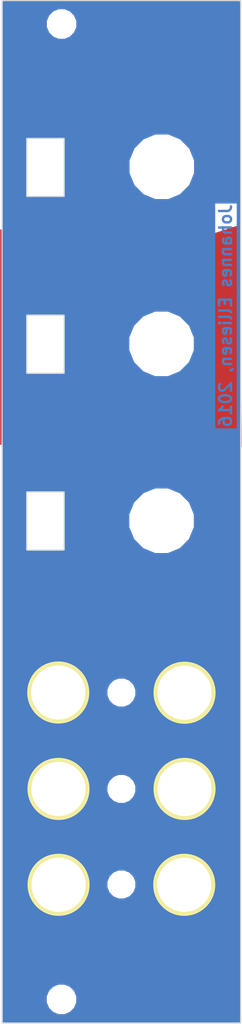
<source format=kicad_pcb>
(kicad_pcb (version 4) (host pcbnew 4.0.1-stable)
  (layers (0 F.Cu signal) (31 B.Cu signal) (34 B.Paste user) (35 F.Paste user) (36 B.SilkS user) (37 F.SilkS user) (38 B.Mask user) (39 F.Mask user) (44 Edge.Cuts user))
  (net 0 "")
  (net 1 GND)
  (module footprints:drill_3.1mm_NPTH (layer F.Cu) (at 105 143.1)
    (fp_text reference REF** hide)
    (fp_text value drill_3.1mm_NPTH hide)
    (pad "" np_thru_hole circle (at 0 0) (size 3.1 3.1) (drill 3.1) (layers *.Cu *.Mask F.SilkS))
  )
  (module footprints:drill_3.1mm_NPTH (layer F.Cu) (at 105 131.1)
    (fp_text reference REF** hide)
    (fp_text value drill_3.1mm_NPTH hide)
    (pad "" np_thru_hole circle (at 0 0) (size 3.1 3.1) (drill 3.1) (layers *.Cu *.Mask F.SilkS))
  )
  (module footprints:drill_3.1mm_NPTH (layer F.Cu) (at 105 119)
    (fp_text reference REF** hide)
    (fp_text value drill_3.1mm_NPTH hide)
    (pad "" np_thru_hole circle (at 0 0) (size 3.1 3.1) (drill 3.1) (layers *.Cu *.Mask F.SilkS))
  )
  (module footprints:drill_3.3mm_NPTH (layer F.Cu) (at 97.47 157.53)
    (fp_text reference REF** hide)
    (fp_text value "drill 3.3mm" hide)
    (pad "" np_thru_hole circle (at 0 0) (size 3.3 3.3) (drill 3.3) (layers *.Cu *.Mask F.SilkS))
  )
  (module footprints:drill_3.3mm_NPTH (layer F.Cu) (at 97.48 35.04)
    (fp_text reference REF** hide)
    (fp_text value "drill 3.3mm" hide)
    (pad "" np_thru_hole circle (at 0 0) (size 3.3 3.3) (drill 3.3) (layers *.Cu *.Mask F.SilkS))
  )
  (module footprints:drill_7.7mm_NPTH (layer F.Cu) (at 110.08 52.97)
    (fp_text reference REF** hide)
    (fp_text value "drill 7.7mm" hide)
    (pad "" np_thru_hole circle (at 0 0) (size 7.7 7.7) (drill 7.7) (layers *.Cu *.Mask F.SilkS))
  )
  (module footprints:drill_7.7mm_NPTH (layer F.Cu) (at 110.05 75.21)
    (fp_text reference REF** hide)
    (fp_text value "drill 7.7mm" hide)
    (pad "" np_thru_hole circle (at 0 0) (size 7.7 7.7) (drill 7.7) (layers *.Cu *.Mask F.SilkS))
  )
  (module footprints:drill_7.7mm_NPTH (layer F.Cu) (at 110.05 97.42)
    (fp_text reference REF** hide)
    (fp_text value "drill 7.7mm" hide)
    (pad "" np_thru_hole circle (at 0 0) (size 7.7 7.7) (drill 7.7) (layers *.Cu *.Mask F.SilkS))
  )
  (module footprints:drill_6.8mm (layer F.Cu) (at 112.94 119.02)
    (fp_text reference W6 hide)
    (fp_text value TEST_1P hide)
    (pad 1 thru_hole circle (at 0 0) (size 7.8 7.8) (drill 6.8) (layers *.Cu *.Mask F.SilkS) (net 1 GND))
  )
  (module footprints:drill_6.8mm (layer F.Cu) (at 97.09 131.1)
    (fp_text reference W5 hide)
    (fp_text value TEST_1P hide)
    (pad 1 thru_hole circle (at 0 0) (size 7.8 7.8) (drill 6.8) (layers *.Cu *.Mask F.SilkS) (net 1 GND))
  )
  (module footprints:drill_6.8mm (layer F.Cu) (at 112.94 131.1)
    (fp_text reference W4 hide)
    (fp_text value TEST_1P hide)
    (pad 1 thru_hole circle (at 0 0) (size 7.8 7.8) (drill 6.8) (layers *.Cu *.Mask F.SilkS) (net 1 GND))
  )
  (module footprints:drill_6.8mm (layer F.Cu) (at 112.9 143.14)
    (fp_text reference W3 hide)
    (fp_text value TEST_1P hide)
    (pad 1 thru_hole circle (at 0 0) (size 7.8 7.8) (drill 6.8) (layers *.Cu *.Mask F.SilkS) (net 1 GND))
  )
  (module footprints:drill_6.8mm (layer F.Cu) (at 97.1 143.14)
    (fp_text reference W2 hide)
    (fp_text value TEST_1P hide)
    (pad 1 thru_hole circle (at 0 0) (size 7.8 7.8) (drill 6.8) (layers *.Cu *.Mask F.SilkS) (net 1 GND))
  )
  (module footprints:drill_6.8mm (layer F.Cu) (at 97.06 118.99)
    (fp_text reference W1 hide)
    (fp_text value TEST_1P hide)
    (pad 1 thru_hole circle (at 0 0) (size 7.8 7.8) (drill 6.8) (layers *.Cu *.Mask F.SilkS) (net 1 GND))
  )
  (module footprints:shades (layer F.Cu) (at 105.2 96.38)
    (fp_text reference shades_faceplate hide)
    (fp_text value shades_value hide)
    (fp_poly (pts (xy -0.969556 -57.654012) (xy 2.643227 -57.329189) (xy 1.441313 -57.328624) (xy 0.666613 -57.333563) (xy 0.401324 -57.330035) (xy -0.707809 -57.333563) (xy -1.738979 -57.330035) (xy -1.755266 -57.330057) (xy -1.77503 -57.330122) (xy -1.797975 -57.330225) (xy -1.823807 -57.330364) (xy -1.852232 -57.330536) (xy -1.882955 -57.330738) (xy -1.915682 -57.330967) (xy -1.950119 -57.331218) (xy -1.985971 -57.33149) (xy -2.022943 -57.33178) (xy -2.060742 -57.332083) (xy -2.099073 -57.332397) (xy -2.137642 -57.332719) (xy -2.176154 -57.333046) (xy -2.214315 -57.333374) (xy -2.25183 -57.333701) (xy -2.288405 -57.334023) (xy -2.323746 -57.334337) (xy -2.357558 -57.334641) (xy -2.389548 -57.33493) (xy -2.419419 -57.335202) (xy -2.446879 -57.335454) (xy -2.471633 -57.335682) (xy -2.493386 -57.335884) (xy -2.511845 -57.336056) (xy -2.526713 -57.336195) (xy -2.537698 -57.336299) (xy -2.544505 -57.336363) (xy -2.54684 -57.336385) (xy -2.567002 -57.336334) (xy -2.591536 -57.336189) (xy -2.619817 -57.33596) (xy -2.651221 -57.335659) (xy -2.685122 -57.335297) (xy -2.720899 -57.334885) (xy -2.757924 -57.334435) (xy -2.795576 -57.333956) (xy -2.833228 -57.333461) (xy -2.870258 -57.33296) (xy -2.90604 -57.332464) (xy -2.939951 -57.331986) (xy -2.971366 -57.331535) (xy -2.99966 -57.331123) (xy -3.02421 -57.330761) (xy -3.044391 -57.33046) (xy -3.059579 -57.330231) (xy -3.06915 -57.330086) (xy -3.072479 -57.330035) (xy -3.115165 -57.331446) (xy -3.117987 -57.702921) (xy -3.118101 -57.730622) (xy -3.118208 -57.758325) (xy -3.11831 -57.78603) (xy -3.118406 -57.813737) (xy -3.118497 -57.841447) (xy -3.118581 -57.869158) (xy -3.11866 -57.896872) (xy -3.118734 -57.924588) (xy -3.118802 -57.952305) (xy -3.118864 -57.980024) (xy -3.118921 -58.007745) (xy -3.118973 -58.035467) (xy -3.11902 -58.063191) (xy -3.119062 -58.090916) (xy -3.119098 -58.118643) (xy -3.11913 -58.14637) (xy -3.119156 -58.174099) (xy -3.119178 -58.201829) (xy -3.119195 -58.22956) (xy -3.119207 -58.257292) (xy -3.119215 -58.285024) (xy -3.119218 -58.312757) (xy -3.119216 -58.340491) (xy -3.11921 -58.368226) (xy -3.1192 -58.39596) (xy -3.119185 -58.423695) (xy -3.119166 -58.451431) (xy -3.119143 -58.479166) (xy -3.119116 -58.506902) (xy -3.119095 -58.522954) (xy -3.119033 -58.542556) (xy -3.118935 -58.565394) (xy -3.118803 -58.591157) (xy -3.11864 -58.619533) (xy -3.118449 -58.650211) (xy -3.118234 -58.682877) (xy -3.117997 -58.717221) (xy -3.117741 -58.75293) (xy -3.11747 -58.789693) (xy -3.117187 -58.827197) (xy -3.116894 -58.865131) (xy -3.116595 -58.903182) (xy -3.116294 -58.941039) (xy -3.115992 -58.97839) (xy -3.115693 -59.014922) (xy -3.1154 -59.050325) (xy -3.115117 -59.084286) (xy -3.114846 -59.116492) (xy -3.11459 -59.146633) (xy -3.114353 -59.174396) (xy -3.114138 -59.199469) (xy -3.113947 -59.221541) (xy -3.113784 -59.240299) (xy -3.113652 -59.255432) (xy -3.113554 -59.266627) (xy -3.113492 -59.273573) (xy -3.113471 -59.275957) (xy -3.118072 -60.11698) (xy -3.114544 -61.180957) (xy -3.114513 -61.209014) (xy -3.114539 -61.23709) (xy -3.114619 -61.265185) (xy -3.114749 -61.293297) (xy -3.114927 -61.321424) (xy -3.115147 -61.349566) (xy -3.115408 -61.377719) (xy -3.115706 -61.405884) (xy -3.116036 -61.434057) (xy -3.116397 -61.462239) (xy -3.116784 -61.490426) (xy -3.117195 -61.518618) (xy -3.117625 -61.546813) (xy -3.118072 -61.57501) (xy -3.121938 -62.199427) (xy -3.121649 -62.221522) (xy -3.120888 -62.251897) (xy -3.119813 -62.287093) (xy -3.11858 -62.323649) (xy -3.117346 -62.358105) (xy -3.116271 -62.387) (xy -3.11551 -62.406875) (xy -3.115221 -62.414269) (xy -3.114277 -62.437953) (xy -3.113496 -62.461925) (xy -3.112905 -62.486049) (xy -3.11253 -62.51019) (xy -3.112399 -62.534213) (xy -3.116999 -63.072905) (xy -3.159685 -63.081371) (xy 2.667145 -63.081371) (xy 2.667133 -63.078305) (xy 2.667097 -63.071037) (xy 2.66704 -63.059836) (xy 2.666963 -63.04497) (xy 2.666867 -63.026707) (xy 2.666755 -63.005315) (xy 2.666628 -62.981063) (xy 2.666488 -62.954219) (xy 2.666337 -62.925051) (xy 2.666176 -62.893827) (xy 2.666008 -62.860816) (xy 2.665833 -62.826286) (xy 2.665654 -62.790505) (xy 2.665473 -62.753742) (xy 2.66529 -62.716265) (xy 2.665109 -62.678341) (xy 2.66493 -62.64024) (xy 2.664755 -62.602229) (xy 2.664587 -62.564577) (xy 2.664426 -62.527552) (xy 2.664275 -62.491422) (xy 2.664135 -62.456456) (xy 2.664008 -62.422922) (xy 2.663896 -62.391088) (xy 2.6638 -62.361222) (xy 2.663723 -62.333593) (xy 2.663666 -62.308468) (xy 2.66363 -62.286117) (xy 2.663618 -62.266807) (xy 2.663609 -62.257419) (xy 2.663608 -62.246166) (xy 2.663615 -62.233107) (xy 2.663628 -62.218299) (xy 2.663648 -62.201802) (xy 2.663674 -62.183674) (xy 2.663707 -62.163973) (xy 2.663746 -62.142758) (xy 2.663791 -62.120087) (xy 2.663841 -62.096018) (xy 2.663897 -62.070609) (xy 2.663959 -62.04392) (xy 2.664025 -62.016009) (xy 2.664096 -61.986933) (xy 2.664172 -61.956752) (xy 2.664252 -61.925523) (xy 2.664337 -61.893306) (xy 2.664425 -61.860158) (xy 2.664517 -61.826138) (xy 2.664613 -61.791304) (xy 2.664712 -61.755715) (xy 2.664815 -61.719429) (xy 2.66492 -61.682504) (xy 2.665028 -61.644999) (xy 2.665138 -61.606973) (xy 2.665251 -61.568483) (xy 2.665366 -61.529588) (xy 2.665482 -61.490346) (xy 2.665601 -61.450817) (xy 2.665721 -61.411057) (xy 2.665842 -61.371126) (xy 2.665964 -61.331082) (xy 2.666087 -61.290983) (xy 2.66621 -61.250888) (xy 2.666334 -61.210855) (xy 2.666458 -61.170943) (xy 2.666582 -61.13121) (xy 2.666706 -61.091713) (xy 2.666829 -61.052513) (xy 2.666952 -61.013667) (xy 2.667073 -60.975233) (xy 2.667194 -60.93727) (xy 2.667313 -60.899836) (xy 2.667431 -60.86299) (xy 2.667547 -60.82679) (xy 2.667661 -60.791294) (xy 2.667773 -60.756561) (xy 2.667883 -60.72265) (xy 2.667989 -60.689618) (xy 2.668094 -60.657524) (xy 2.668195 -60.626426) (xy 2.668293 -60.596383) (xy 2.668387 -60.567453) (xy 2.668478 -60.539695) (xy 2.668565 -60.513167) (xy 2.668648 -60.487927) (xy 2.668727 -60.464034) (xy 2.668801 -60.441546) (xy 2.66887 -60.420521) (xy 2.668935 -60.401018) (xy 2.668994 -60.383096) (xy 2.669048 -60.366812) (xy 2.669096 -60.352225) (xy 2.669139 -60.339394) (xy 2.669176 -60.328377) (xy 2.669206 -60.319231) (xy 2.66923 -60.312017) (xy 2.669248 -60.306791) (xy 2.669258 -60.303613) (xy 2.669262 -60.302541) (xy 2.669544 -59.32323) (xy 2.666722 -58.38343) (xy 2.666723 -58.381288) (xy 2.666724 -58.375016) (xy 2.666727 -58.364841) (xy 2.666731 -58.350992) (xy 2.666735 -58.333698) (xy 2.666741 -58.313187) (xy 2.666747 -58.289688) (xy 2.666754 -58.263429) (xy 2.666762 -58.234639) (xy 2.66677 -58.203546) (xy 2.666779 -58.170379) (xy 2.666789 -58.135366) (xy 2.666799 -58.098736) (xy 2.666809 -58.060717) (xy 2.666819 -58.021538) (xy 2.66683 -57.981427) (xy 2.666841 -57.940614) (xy 2.666852 -57.899325) (xy 2.666863 -57.857791) (xy 2.666874 -57.816239) (xy 2.666885 -57.774898) (xy 2.666896 -57.733996) (xy 2.666907 -57.693762) (xy 2.666918 -57.654425) (xy 2.666928 -57.616213) (xy 2.666938 -57.579354) (xy 2.666947 -57.544077) (xy 2.666956 -57.510611) (xy 2.666964 -57.479184) (xy 2.666972 -57.450024) (xy 2.666979 -57.423361) (xy 2.666985 -57.399422) (xy 2.666991 -57.378436) (xy 2.666996 -57.360632) (xy 2.666999 -57.346238) (xy 2.667002 -57.335482) (xy 2.667004 -57.328594) (xy 2.667004 -57.325802) (xy 2.667216 -57.325661) (xy 2.643227 -57.329189) (xy -0.969556 -57.654012) (xy 0.091599 -57.661435) (xy 0.455313 -57.660306) (xy 0.823261 -57.653956) (xy 1.250827 -57.661011) (xy 2.096788 -57.655367) (xy 2.236488 -57.657342) (xy 2.260262 -57.659901) (xy 2.281191 -57.666875) (xy 2.298979 -57.677935) (xy 2.31333 -57.692753) (xy 2.323947 -57.711001) (xy 2.330535 -57.73235) (xy 2.332797 -57.756473) (xy 2.332804 -57.75777) (xy 2.332826 -57.761604) (xy 2.332861 -57.767886) (xy 2.33291 -57.77653) (xy 2.332971 -57.787448) (xy 2.333045 -57.800553) (xy 2.33313 -57.815758) (xy 2.333227 -57.832975) (xy 2.333334 -57.852117) (xy 2.333451 -57.873097) (xy 2.333577 -57.895827) (xy 2.333713 -57.92022) (xy 2.333857 -57.946189) (xy 2.334009 -57.973646) (xy 2.334169 -58.002504) (xy 2.334335 -58.032676) (xy 2.334508 -58.064075) (xy 2.334687 -58.096612) (xy 2.334871 -58.130201) (xy 2.335059 -58.164755) (xy 2.335252 -58.200185) (xy 2.335449 -58.236406) (xy 2.335649 -58.273329) (xy 2.335851 -58.310867) (xy 2.336056 -58.348933) (xy 2.336262 -58.387439) (xy 2.336469 -58.426299) (xy 2.336677 -58.465424) (xy 2.336885 -58.504728) (xy 2.337092 -58.544123) (xy 2.337299 -58.583522) (xy 2.337503 -58.622838) (xy 2.337706 -58.661982) (xy 2.337905 -58.700869) (xy 2.338102 -58.73941) (xy 2.338295 -58.777519) (xy 2.338484 -58.815107) (xy 2.338668 -58.852089) (xy 2.338846 -58.888375) (xy 2.339019 -58.923879) (xy 2.339186 -58.958515) (xy 2.339345 -58.992193) (xy 2.339497 -59.024827) (xy 2.339641 -59.05633) (xy 2.339777 -59.086615) (xy 2.339904 -59.115593) (xy 2.340021 -59.143179) (xy 2.340128 -59.169283) (xy 2.340224 -59.19382) (xy 2.34031 -59.216701) (xy 2.340383 -59.23784) (xy 2.340445 -59.257149) (xy 2.340493 -59.274541) (xy 2.340529 -59.289928) (xy 2.34055 -59.303223) (xy 2.340558 -59.31434) (xy 2.340543 -59.316157) (xy 2.340501 -59.321489) (xy 2.340432 -59.330157) (xy 2.340339 -59.341982) (xy 2.340223 -59.356785) (xy 2.340085 -59.374388) (xy 2.339928 -59.394612) (xy 2.339752 -59.417277) (xy 2.339559 -59.442205) (xy 2.339351 -59.469218) (xy 2.33913 -59.498135) (xy 2.338897 -59.528779) (xy 2.338653 -59.560971) (xy 2.338401 -59.594531) (xy 2.338141 -59.629281) (xy 2.337876 -59.665042) (xy 2.337607 -59.701635) (xy 2.337335 -59.738881) (xy 2.337063 -59.776602) (xy 2.336792 -59.814618) (xy 2.336523 -59.852751) (xy 2.336258 -59.890822) (xy 2.335998 -59.928652) (xy 2.335746 -59.966062) (xy 2.335502 -60.002873) (xy 2.335269 -60.038907) (xy 2.335048 -60.073984) (xy 2.33484 -60.107926) (xy 2.334647 -60.140554) (xy 2.334471 -60.171689) (xy 2.334314 -60.201153) (xy 2.334176 -60.228765) (xy 2.334059 -60.254348) (xy 2.333966 -60.277723) (xy 2.333898 -60.298711) (xy 2.333855 -60.317132) (xy 2.333841 -60.332809) (xy 2.333798 -60.34676) (xy 2.333759 -60.362196) (xy 2.333724 -60.379069) (xy 2.333693 -60.397337) (xy 2.333666 -60.416952) (xy 2.333642 -60.437869) (xy 2.333623 -60.460043) (xy 2.333606 -60.483428) (xy 2.333593 -60.507979) (xy 2.333584 -60.53365) (xy 2.333578 -60.560396) (xy 2.333575 -60.588171) (xy 2.333575 -60.616931) (xy 2.333578 -60.646628) (xy 2.333584 -60.677219) (xy 2.333592 -60.708657) (xy 2.333603 -60.740897) (xy 2.333617 -60.773893) (xy 2.333634 -60.807601) (xy 2.333652 -60.841974) (xy 2.333673 -60.876966) (xy 2.333696 -60.912534) (xy 2.333722 -60.94863) (xy 2.333749 -60.98521) (xy 2.333778 -61.022228) (xy 2.333809 -61.059639) (xy 2.333842 -61.097397) (xy 2.333876 -61.135456) (xy 2.333912 -61.173772) (xy 2.333949 -61.212298) (xy 2.333988 -61.25099) (xy 2.334028 -61.289801) (xy 2.334069 -61.328686) (xy 2.334111 -61.3676) (xy 2.334153 -61.406498) (xy 2.334197 -61.445333) (xy 2.334242 -61.484061) (xy 2.334287 -61.522635) (xy 2.334333 -61.561011) (xy 2.334379 -61.599142) (xy 2.334425 -61.636984) (xy 2.334472 -61.674491) (xy 2.334519 -61.711617) (xy 2.334566 -61.748317) (xy 2.334613 -61.784546) (xy 2.33466 -61.820258) (xy 2.334707 -61.855407) (xy 2.334753 -61.889948) (xy 2.334799 -61.923835) (xy 2.334844 -61.957024) (xy 2.334889 -61.989468) (xy 2.334933 -62.021123) (xy 2.334977 -62.051942) (xy 2.335019 -62.08188) (xy 2.335061 -62.110891) (xy 2.335101 -62.138931) (xy 2.33514 -62.165953) (xy 2.335178 -62.191913) (xy 2.335215 -62.216764) (xy 2.33525 -62.240462) (xy 2.335283 -62.26296) (xy 2.335315 -62.284214) (xy 2.335345 -62.304177) (xy 2.335373 -62.322805) (xy 2.3354 -62.340051) (xy 2.335424 -62.355871) (xy 2.335446 -62.370219) (xy 2.335466 -62.383049) (xy 2.335484 -62.394316) (xy 2.335499 -62.403974) (xy 2.335511 -62.411978) (xy 2.335521 -62.418283) (xy 2.335528 -62.422843) (xy 2.335533 -62.425612) (xy 2.335534 -62.426545) (xy 2.335901 -62.45396) (xy 2.336143 -62.481424) (xy 2.336239 -62.508922) (xy 2.336169 -62.536435) (xy 2.335915 -62.563949) (xy 2.335455 -62.591447) (xy 2.33477 -62.618911) (xy 2.333841 -62.646326) (xy 2.33134 -62.675828) (xy 2.324889 -62.700098) (xy 2.314254 -62.719388) (xy 2.299201 -62.73395) (xy 2.279495 -62.744039) (xy 2.254901 -62.749907) (xy 2.225185 -62.751806) (xy 2.12676 -62.750395) (xy 2.097185 -62.750939) (xy 2.0679 -62.751467) (xy 2.038892 -62.751977) (xy 2.010149 -62.752468) (xy 1.981656 -62.752942) (xy 1.9534 -62.753395) (xy 1.925367 -62.753829) (xy 1.897545 -62.754241) (xy 1.86992 -62.754632) (xy 1.842479 -62.755001) (xy 1.815208 -62.755346) (xy 1.788093 -62.755669) (xy 1.761122 -62.755966) (xy 1.73428 -62.756239) (xy 1.707556 -62.756486) (xy 1.680934 -62.756706) (xy 1.654402 -62.7569) (xy 1.627947 -62.757065) (xy 1.601554 -62.757202) (xy 1.575212 -62.75731) (xy 1.548905 -62.757388) (xy 1.522621 -62.757435) (xy 1.496346 -62.757451) (xy 1.469029 -62.757432) (xy 1.441708 -62.757374) (xy 1.414383 -62.757278) (xy 1.387055 -62.757144) (xy 1.359725 -62.756971) (xy 1.332394 -62.75676) (xy 1.305063 -62.75651) (xy 1.277731 -62.756222) (xy 1.2504 -62.755896) (xy 1.22307 -62.755531) (xy 1.195742 -62.755128) (xy 1.168417 -62.754686) (xy 1.141096 -62.754206) (xy 1.113779 -62.753688) (xy 1.086466 -62.753131) (xy 1.059159 -62.752536) (xy 1.031858 -62.751902) (xy 1.004564 -62.75123) (xy 0.977277 -62.75052) (xy 0.949999 -62.749771) (xy 0.92273 -62.748984) (xy 0.71706 -62.753217) (xy 0.692246 -62.753857) (xy 0.6674 -62.754534) (xy 0.642536 -62.755198) (xy 0.617665 -62.755801) (xy 0.592801 -62.756293) (xy 0.567956 -62.756624) (xy 0.543141 -62.756745) (xy 0.541214 -62.756732) (xy 0.535566 -62.756692) (xy 0.526398 -62.756628) (xy 0.51391 -62.756541) (xy 0.498301 -62.756433) (xy 0.479772 -62.756304) (xy 0.458522 -62.756158) (xy 0.434752 -62.755995) (xy 0.408662 -62.755817) (xy 0.380452 -62.755626) (xy 0.350321 -62.755423) (xy 0.31847 -62.75521) (xy 0.2851 -62.754988) (xy 0.250409 -62.754758) (xy 0.214598 -62.754524) (xy 0.177867 -62.754285) (xy 0.140416 -62.754044) (xy 0.102445 -62.753802) (xy 0.064155 -62.753561) (xy 0.025744 -62.753322) (xy -0.012586 -62.753088) (xy -0.050636 -62.752858) (xy -0.088205 -62.752636) (xy -0.125094 -62.752423) (xy -0.161103 -62.75222) (xy -0.196032 -62.752028) (xy -0.22968 -62.751851) (xy -0.261847 -62.751688) (xy -0.292334 -62.751542) (xy -0.32094 -62.751413) (xy -0.347466 -62.751305) (xy -0.371711 -62.751218) (xy -0.393476 -62.751154) (xy -0.412559 -62.751114) (xy -0.428762 -62.751101) (xy -0.456842 -62.751121) (xy -0.484929 -62.75118) (xy -0.51302 -62.751276) (xy -0.541115 -62.751407) (xy -0.569211 -62.75157) (xy -0.597309 -62.751765) (xy -0.625406 -62.751987) (xy -0.653502 -62.752237) (xy -0.681594 -62.752511) (xy -0.709682 -62.752807) (xy -0.737765 -62.753123) (xy -0.765841 -62.753458) (xy -0.793908 -62.753809) (xy -0.821966 -62.754174) (xy -0.850013 -62.754552) (xy -0.878048 -62.754939) (xy -0.90607 -62.755334) (xy -1.298712 -62.758862) (xy -1.318931 -62.758724) (xy -1.344725 -62.758348) (xy -1.374601 -62.757795) (xy -1.407063 -62.757123) (xy -1.440617 -62.756392) (xy -1.473769 -62.755661) (xy -1.505024 -62.75499) (xy -1.532889 -62.754437) (xy -1.555868 -62.754061) (xy -1.572467 -62.753923) (xy -1.578558 -62.754044) (xy -1.595214 -62.754368) (xy -1.620014 -62.754838) (xy -1.650537 -62.755394) (xy -1.684362 -62.75598) (xy -1.719066 -62.756536) (xy -1.752229 -62.757006) (xy -1.781428 -62.75733) (xy -1.804242 -62.757451) (xy -1.819852 -62.7574) (xy -1.839421 -62.757257) (xy -1.862454 -62.757033) (xy -1.888455 -62.756738) (xy -1.916929 -62.756386) (xy -1.947379 -62.755987) (xy -1.97931 -62.755554) (xy -2.012225 -62.755097) (xy -2.045631 -62.754629) (xy -2.079029 -62.75416) (xy -2.111926 -62.753703) (xy -2.143824 -62.75327) (xy -2.174228 -62.752871) (xy -2.202643 -62.752519) (xy -2.228572 -62.752224) (xy -2.25152 -62.752) (xy -2.270991 -62.751857) (xy -2.28649 -62.751806) (xy -2.31389 -62.751867) (xy -2.341269 -62.752058) (xy -2.368627 -62.752389) (xy -2.395964 -62.752872) (xy -2.423279 -62.753517) (xy -2.450574 -62.754336) (xy -2.477847 -62.75534) (xy -2.505099 -62.756539) (xy -2.53233 -62.757944) (xy -2.55954 -62.759567) (xy -2.651967 -62.758156) (xy -2.684487 -62.755532) (xy -2.711745 -62.750807) (xy -2.734125 -62.743758) (xy -2.752011 -62.734165) (xy -2.765785 -62.721809) (xy -2.775832 -62.706468) (xy -2.782533 -62.687921) (xy -2.786273 -62.665948) (xy -2.787434 -62.640329) (xy -2.786023 -60.259079) (xy -2.787434 -60.208631) (xy -2.788845 -57.784695) (xy -2.787606 -57.753075) (xy -2.783739 -57.727224) (xy -2.777021 -57.706588) (xy -2.767228 -57.690611) (xy -2.754136 -57.678741) (xy -2.737523 -57.670421) (xy -2.717164 -57.665098) (xy -2.692835 -57.662217) (xy -2.664315 -57.661223) (xy -2.643412 -57.660966) (xy -2.614483 -57.660416) (xy -2.579936 -57.659648) (xy -2.54218 -57.658737) (xy -2.503624 -57.657759) (xy -2.466677 -57.656789) (xy -2.433748 -57.655904) (xy -2.407244 -57.655178) (xy -2.389576 -57.654687) (xy -2.383151 -57.654506) (xy -2.203587 -57.656482) (xy -2.130562 -57.660009) (xy -2.107758 -57.660883) (xy -2.084921 -57.661703) (xy -2.062151 -57.662311) (xy -2.039545 -57.662549) (xy -0.96957 -57.653744) (xy -0.969556 -57.654012)) (layer F.Cu) (width 0))
    (fp_poly (pts (xy -1.648583 -58.453971) (xy -1.649466 -58.427555) (xy -1.65208 -58.401616) (xy -1.656367 -58.376211) (xy -1.662273 -58.351398) (xy -1.669739 -58.327233) (xy -1.678712 -58.303776) (xy -1.689135 -58.281083) (xy -1.700951 -58.259212) (xy -1.714104 -58.23822) (xy -1.72854 -58.218165) (xy -1.7442 -58.199105) (xy -1.761031 -58.181097) (xy -1.778974 -58.164199) (xy -1.797976 -58.148469) (xy -1.817978 -58.133963) (xy -1.838926 -58.12074) (xy -1.860763 -58.108857) (xy -1.883434 -58.098371) (xy -1.906881 -58.089341) (xy -1.93105 -58.081823) (xy -1.955884 -58.075876) (xy -1.981327 -58.071557) (xy -2.007323 -58.068923) (xy -2.033816 -58.068032) (xy -2.060191 -58.068923) (xy -2.086097 -58.071557) (xy -2.111475 -58.075876) (xy -2.136267 -58.081823) (xy -2.160416 -58.089341) (xy -2.183862 -58.098371) (xy -2.206549 -58.108857) (xy -2.228419 -58.12074) (xy -2.249412 -58.133963) (xy -2.269472 -58.148469) (xy -2.28854 -58.164199) (xy -2.306557 -58.181097) (xy -2.323467 -58.199105) (xy -2.339211 -58.218165) (xy -2.353731 -58.23822) (xy -2.366969 -58.259212) (xy -2.378867 -58.281083) (xy -2.389366 -58.303776) (xy -2.39841 -58.327233) (xy -2.405939 -58.351398) (xy -2.411897 -58.376211) (xy -2.416224 -58.401616) (xy -2.418863 -58.427555) (xy -2.419755 -58.453971) (xy -2.418863 -58.480427) (xy -2.416224 -58.5064) (xy -2.411897 -58.531832) (xy -2.405939 -58.556667) (xy -2.39841 -58.580847) (xy -2.389366 -58.604315) (xy -2.378867 -58.627014) (xy -2.366969 -58.648887) (xy -2.353731 -58.669877) (xy -2.339211 -58.689927) (xy -2.323467 -58.708979) (xy -2.306557 -58.726977) (xy -2.28854 -58.743863) (xy -2.269472 -58.759581) (xy -2.249412 -58.774072) (xy -2.228419 -58.787281) (xy -2.206549 -58.799149) (xy -2.183862 -58.809621) (xy -2.160416 -58.818638) (xy -2.136267 -58.826143) (xy -2.111475 -58.832081) (xy -2.086097 -58.836392) (xy -2.060191 -58.839021) (xy -2.033816 -58.83991) (xy -2.007323 -58.839021) (xy -1.981327 -58.836392) (xy -1.955884 -58.832081) (xy -1.93105 -58.826143) (xy -1.906881 -58.818638) (xy -1.883434 -58.809621) (xy -1.860763 -58.799149) (xy -1.838926 -58.787281) (xy -1.817978 -58.774072) (xy -1.797976 -58.759581) (xy -1.778974 -58.743863) (xy -1.761031 -58.726977) (xy -1.7442 -58.708979) (xy -1.72854 -58.689927) (xy -1.714104 -58.669877) (xy -1.700951 -58.648887) (xy -1.689135 -58.627014) (xy -1.678712 -58.604315) (xy -1.669739 -58.580847) (xy -1.662273 -58.556667) (xy -1.656367 -58.531832) (xy -1.65208 -58.5064) (xy -1.649466 -58.480427) (xy -1.648583 -58.453971)) (layer F.Cu) (width 0))
    (fp_poly (pts (xy -0.841041 -58.019879) (xy -0.867426 -58.020675) (xy -0.8934 -58.023029) (xy -0.918916 -58.026897) (xy -0.943929 -58.032233) (xy -0.968393 -58.038989) (xy -0.992262 -58.04712) (xy -1.01549 -58.05658) (xy -1.038032 -58.067323) (xy -1.059841 -58.079303) (xy -1.080872 -58.092473) (xy -1.10108 -58.106787) (xy -1.120417 -58.1222) (xy -1.138839 -58.138664) (xy -1.1563 -58.156134) (xy -1.172753 -58.174565) (xy -1.188154 -58.193908) (xy -1.202455 -58.21412) (xy -1.215612 -58.235152) (xy -1.227579 -58.25696) (xy -1.238309 -58.279497) (xy -1.247757 -58.302717) (xy -1.255877 -58.326574) (xy -1.262624 -58.351022) (xy -1.267951 -58.376014) (xy -1.271813 -58.401504) (xy -1.274163 -58.427447) (xy -1.274957 -58.453796) (xy -1.274163 -58.480258) (xy -1.271813 -58.506306) (xy -1.267951 -58.531894) (xy -1.262624 -58.556975) (xy -1.255877 -58.581504) (xy -1.247757 -58.605435) (xy -1.238309 -58.628723) (xy -1.227579 -58.651322) (xy -1.215612 -58.673185) (xy -1.202455 -58.694267) (xy -1.188154 -58.714522) (xy -1.172753 -58.733905) (xy -1.1563 -58.752369) (xy -1.138839 -58.769868) (xy -1.120417 -58.786358) (xy -1.10108 -58.801792) (xy -1.080872 -58.816124) (xy -1.059841 -58.829308) (xy -1.038032 -58.8413) (xy -1.01549 -58.852052) (xy -0.992262 -58.861519) (xy -0.968393 -58.869655) (xy -0.943929 -58.876415) (xy -0.918916 -58.881752) (xy -0.8934 -58.885621) (xy -0.867426 -58.887976) (xy -0.841041 -58.888771) (xy -0.81458 -58.887976) (xy -0.788536 -58.885621) (xy -0.762955 -58.881752) (xy -0.737883 -58.876415) (xy -0.713365 -58.869655) (xy -0.689446 -58.861519) (xy -0.666172 -58.852052) (xy -0.64359 -58.8413) (xy -0.621743 -58.829308) (xy -0.600679 -58.816124) (xy -0.580443 -58.801792) (xy -0.561079 -58.786358) (xy -0.542635 -58.769868) (xy -0.525154 -58.752369) (xy -0.508684 -58.733905) (xy -0.49327 -58.714522) (xy -0.478956 -58.694267) (xy -0.46579 -58.673185) (xy -0.453815 -58.651322) (xy -0.443079 -58.628723) (xy -0.433626 -58.605435) (xy -0.425503 -58.581504) (xy -0.418754 -58.556975) (xy -0.413426 -58.531894) (xy -0.409563 -58.506306) (xy -0.407212 -58.480258) (xy -0.406418 -58.453796) (xy -0.407212 -58.427447) (xy -0.409563 -58.401504) (xy -0.413426 -58.376014) (xy -0.418754 -58.351022) (xy -0.425503 -58.326574) (xy -0.433626 -58.302717) (xy -0.443079 -58.279497) (xy -0.453815 -58.25696) (xy -0.46579 -58.235152) (xy -0.478956 -58.21412) (xy -0.49327 -58.193908) (xy -0.508684 -58.174565) (xy -0.525154 -58.156134) (xy -0.542635 -58.138664) (xy -0.561079 -58.1222) (xy -0.580443 -58.106787) (xy -0.600679 -58.092473) (xy -0.621743 -58.079303) (xy -0.64359 -58.067323) (xy -0.666172 -58.05658) (xy -0.689446 -58.04712) (xy -0.713365 -58.038989) (xy -0.737883 -58.032233) (xy -0.762955 -58.026897) (xy -0.788536 -58.023029) (xy -0.81458 -58.020675) (xy -0.841041 -58.019879)) (layer F.Cu) (width 0))
    (fp_poly (pts (xy 0.352336 -58.019879) (xy 0.325914 -58.020675) (xy 0.29991 -58.023029) (xy 0.274368 -58.026897) (xy 0.249334 -58.032233) (xy 0.224854 -58.038989) (xy 0.200973 -58.04712) (xy 0.177736 -58.05658) (xy 0.15519 -58.067323) (xy 0.133379 -58.079303) (xy 0.112349 -58.092473) (xy 0.092145 -58.106787) (xy 0.072814 -58.1222) (xy 0.0544 -58.138664) (xy 0.03695 -58.156134) (xy 0.020507 -58.174565) (xy 0.005119 -58.193908) (xy -0.00917 -58.21412) (xy -0.022314 -58.235152) (xy -0.034267 -58.25696) (xy -0.044985 -58.279497) (xy -0.054421 -58.302717) (xy -0.06253 -58.326574) (xy -0.069267 -58.351022) (xy -0.074586 -58.376014) (xy -0.078442 -58.401504) (xy -0.080788 -58.427447) (xy -0.081581 -58.453796) (xy -0.080788 -58.480258) (xy -0.078442 -58.506306) (xy -0.074586 -58.531894) (xy -0.069267 -58.556975) (xy -0.06253 -58.581504) (xy -0.054421 -58.605435) (xy -0.044985 -58.628723) (xy -0.034267 -58.651322) (xy -0.022314 -58.673185) (xy -0.00917 -58.694267) (xy 0.005119 -58.714522) (xy 0.020507 -58.733905) (xy 0.03695 -58.752369) (xy 0.0544 -58.769868) (xy 0.072814 -58.786358) (xy 0.092145 -58.801792) (xy 0.112349 -58.816124) (xy 0.133379 -58.829308) (xy 0.15519 -58.8413) (xy 0.177736 -58.852052) (xy 0.200973 -58.861519) (xy 0.224854 -58.869655) (xy 0.249334 -58.876415) (xy 0.274368 -58.881752) (xy 0.29991 -58.885621) (xy 0.325914 -58.887976) (xy 0.352336 -58.888771) (xy 0.378797 -58.887976) (xy 0.404841 -58.885621) (xy 0.430421 -58.881752) (xy 0.455494 -58.876415) (xy 0.480012 -58.869655) (xy 0.503931 -58.861519) (xy 0.527204 -58.852052) (xy 0.549787 -58.8413) (xy 0.571633 -58.829308) (xy 0.592697 -58.816124) (xy 0.612934 -58.801792) (xy 0.632297 -58.786358) (xy 0.650742 -58.769868) (xy 0.668222 -58.752369) (xy 0.684692 -58.733905) (xy 0.700107 -58.714522) (xy 0.71442 -58.694267) (xy 0.727587 -58.673185) (xy 0.739561 -58.651322) (xy 0.750298 -58.628723) (xy 0.75975 -58.605435) (xy 0.767874 -58.581504) (xy 0.774623 -58.556975) (xy 0.779951 -58.531894) (xy 0.783814 -58.506306) (xy 0.786165 -58.480258) (xy 0.786958 -58.453796) (xy 0.786165 -58.427447) (xy 0.783814 -58.401504) (xy 0.779951 -58.376014) (xy 0.774623 -58.351022) (xy 0.767874 -58.326574) (xy 0.75975 -58.302717) (xy 0.750298 -58.279497) (xy 0.739561 -58.25696) (xy 0.727587 -58.235152) (xy 0.71442 -58.21412) (xy 0.700107 -58.193908) (xy 0.684692 -58.174565) (xy 0.668222 -58.156134) (xy 0.650742 -58.138664) (xy 0.632297 -58.1222) (xy 0.612934 -58.106787) (xy 0.592697 -58.092473) (xy 0.571633 -58.079303) (xy 0.549787 -58.067323) (xy 0.527204 -58.05658) (xy 0.503931 -58.04712) (xy 0.480012 -58.038989) (xy 0.455494 -58.032233) (xy 0.430421 -58.026897) (xy 0.404841 -58.023029) (xy 0.378797 -58.020675) (xy 0.352336 -58.019879)) (layer F.Cu) (width 0))
    (fp_poly (pts (xy 1.545713 -58.019879) (xy 1.51929 -58.020675) (xy 1.493281 -58.023029) (xy 1.467732 -58.026897) (xy 1.44269 -58.032233) (xy 1.418199 -58.038989) (xy 1.394305 -58.04712) (xy 1.371054 -58.05658) (xy 1.348492 -58.067323) (xy 1.326664 -58.079303) (xy 1.305616 -58.092473) (xy 1.285394 -58.106787) (xy 1.266044 -58.1222) (xy 1.24761 -58.138664) (xy 1.23014 -58.156134) (xy 1.213678 -58.174565) (xy 1.198271 -58.193908) (xy 1.183963 -58.21412) (xy 1.170801 -58.235152) (xy 1.158831 -58.25696) (xy 1.148098 -58.279497) (xy 1.138647 -58.302717) (xy 1.130525 -58.326574) (xy 1.123778 -58.351022) (xy 1.11845 -58.376014) (xy 1.114588 -58.401504) (xy 1.112237 -58.427447) (xy 1.111443 -58.453796) (xy 1.112237 -58.480258) (xy 1.114588 -58.506306) (xy 1.11845 -58.531894) (xy 1.123778 -58.556975) (xy 1.130525 -58.581504) (xy 1.138647 -58.605435) (xy 1.148098 -58.628723) (xy 1.158831 -58.651322) (xy 1.170801 -58.673185) (xy 1.183963 -58.694267) (xy 1.198271 -58.714522) (xy 1.213678 -58.733905) (xy 1.23014 -58.752369) (xy 1.24761 -58.769868) (xy 1.266044 -58.786358) (xy 1.285394 -58.801792) (xy 1.305616 -58.816124) (xy 1.326664 -58.829308) (xy 1.348492 -58.8413) (xy 1.371054 -58.852052) (xy 1.394305 -58.861519) (xy 1.418199 -58.869655) (xy 1.44269 -58.876415) (xy 1.467732 -58.881752) (xy 1.493281 -58.885621) (xy 1.51929 -58.887976) (xy 1.545713 -58.888771) (xy 1.572174 -58.887976) (xy 1.598217 -58.885621) (xy 1.623798 -58.881752) (xy 1.64887 -58.876415) (xy 1.673389 -58.869655) (xy 1.697308 -58.861519) (xy 1.720581 -58.852052) (xy 1.743164 -58.8413) (xy 1.76501 -58.829308) (xy 1.786074 -58.816124) (xy 1.806311 -58.801792) (xy 1.825674 -58.786358) (xy 1.844119 -58.769868) (xy 1.861599 -58.752369) (xy 1.878069 -58.733905) (xy 1.893484 -58.714522) (xy 1.907797 -58.694267) (xy 1.920964 -58.673185) (xy 1.932938 -58.651322) (xy 1.943674 -58.628723) (xy 1.953127 -58.605435) (xy 1.961251 -58.581504) (xy 1.967999 -58.556975) (xy 1.973328 -58.531894) (xy 1.97719 -58.506306) (xy 1.979541 -58.480258) (xy 1.980335 -58.453796) (xy 1.979541 -58.427447) (xy 1.97719 -58.401504) (xy 1.973328 -58.376014) (xy 1.967999 -58.351022) (xy 1.961251 -58.326574) (xy 1.953127 -58.302717) (xy 1.943674 -58.279497) (xy 1.932938 -58.25696) (xy 1.920964 -58.235152) (xy 1.907797 -58.21412) (xy 1.893484 -58.193908) (xy 1.878069 -58.174565) (xy 1.861599 -58.156134) (xy 1.844119 -58.138664) (xy 1.825674 -58.1222) (xy 1.806311 -58.106787) (xy 1.786074 -58.092473) (xy 1.76501 -58.079303) (xy 1.743164 -58.067323) (xy 1.720581 -58.05658) (xy 1.697308 -58.04712) (xy 1.673389 -58.038989) (xy 1.64887 -58.032233) (xy 1.623798 -58.026897) (xy 1.598217 -58.023029) (xy 1.572174 -58.020675) (xy 1.545713 -58.019879)) (layer F.Cu) (width 0))
    (fp_poly (pts (xy -2.033746 -59.266314) (xy -2.060206 -59.267289) (xy -2.086142 -59.270167) (xy -2.111485 -59.274879) (xy -2.136167 -59.281357) (xy -2.160118 -59.289531) (xy -2.183269 -59.299333) (xy -2.205551 -59.310693) (xy -2.226896 -59.323543) (xy -2.247234 -59.337813) (xy -2.266497 -59.353435) (xy -2.284615 -59.370339) (xy -2.301519 -59.388457) (xy -2.317141 -59.40772) (xy -2.331411 -59.428058) (xy -2.344261 -59.449403) (xy -2.355621 -59.471685) (xy -2.365423 -59.494836) (xy -2.373597 -59.518787) (xy -2.380075 -59.543469) (xy -2.384787 -59.568812) (xy -2.387665 -59.594748) (xy -2.38864 -59.621208) (xy -2.387665 -59.647576) (xy -2.384787 -59.673429) (xy -2.380075 -59.698697) (xy -2.373597 -59.72331) (xy -2.365423 -59.7472) (xy -2.355621 -59.770297) (xy -2.344261 -59.792532) (xy -2.331411 -59.813835) (xy -2.317141 -59.834137) (xy -2.301519 -59.853368) (xy -2.284615 -59.87146) (xy -2.266497 -59.888342) (xy -2.247234 -59.903946) (xy -2.226896 -59.918202) (xy -2.205551 -59.931041) (xy -2.183269 -59.942392) (xy -2.160118 -59.952188) (xy -2.136167 -59.960358) (xy -2.111485 -59.966834) (xy -2.086142 -59.971545) (xy -2.060206 -59.974423) (xy -2.033746 -59.975397) (xy -2.007286 -59.974423) (xy -1.981349 -59.971545) (xy -1.956006 -59.966834) (xy -1.931324 -59.960358) (xy -1.907374 -59.952188) (xy -1.884222 -59.942392) (xy -1.86194 -59.931041) (xy -1.840595 -59.918202) (xy -1.820257 -59.903946) (xy -1.800994 -59.888342) (xy -1.782876 -59.87146) (xy -1.765972 -59.853368) (xy -1.75035 -59.834137) (xy -1.73608 -59.813835) (xy -1.72323 -59.792532) (xy -1.71187 -59.770297) (xy -1.702068 -59.7472) (xy -1.693894 -59.72331) (xy -1.687416 -59.698697) (xy -1.682704 -59.673429) (xy -1.679826 -59.647576) (xy -1.678851 -59.621208) (xy -1.679826 -59.594748) (xy -1.682704 -59.568812) (xy -1.687416 -59.543469) (xy -1.693894 -59.518787) (xy -1.702068 -59.494836) (xy -1.71187 -59.471685) (xy -1.72323 -59.449403) (xy -1.73608 -59.428058) (xy -1.75035 -59.40772) (xy -1.765972 -59.388457) (xy -1.782876 -59.370339) (xy -1.800994 -59.353435) (xy -1.820257 -59.337813) (xy -1.840595 -59.323543) (xy -1.86194 -59.310693) (xy -1.884222 -59.299333) (xy -1.907374 -59.289531) (xy -1.931324 -59.281357) (xy -1.956006 -59.274879) (xy -1.981349 -59.270167) (xy -2.007286 -59.267289) (xy -2.033746 -59.266314)) (layer F.Cu) (width 0))
    (fp_poly (pts (xy -0.841041 -59.239466) (xy -0.867109 -59.240346) (xy -0.892712 -59.242948) (xy -0.917793 -59.247215) (xy -0.942294 -59.25309) (xy -0.966159 -59.260518) (xy -0.989329 -59.269441) (xy -1.011747 -59.279803) (xy -1.033357 -59.291547) (xy -1.0541 -59.304616) (xy -1.073921 -59.318953) (xy -1.092761 -59.334503) (xy -1.110563 -59.351208) (xy -1.12727 -59.369012) (xy -1.142824 -59.387859) (xy -1.157169 -59.40769) (xy -1.170248 -59.42845) (xy -1.182002 -59.450083) (xy -1.192374 -59.472531) (xy -1.201308 -59.495738) (xy -1.208746 -59.519647) (xy -1.214631 -59.544201) (xy -1.218905 -59.569345) (xy -1.221512 -59.59502) (xy -1.222393 -59.621172) (xy -1.221512 -59.647154) (xy -1.218905 -59.672674) (xy -1.214631 -59.697676) (xy -1.208746 -59.722102) (xy -1.201308 -59.745895) (xy -1.192374 -59.768997) (xy -1.182002 -59.791351) (xy -1.170248 -59.8129) (xy -1.157169 -59.833587) (xy -1.142824 -59.853354) (xy -1.12727 -59.872144) (xy -1.110563 -59.8899) (xy -1.092761 -59.906565) (xy -1.073921 -59.922081) (xy -1.0541 -59.936391) (xy -1.033357 -59.949438) (xy -1.011747 -59.961164) (xy -0.989329 -59.971513) (xy -0.966159 -59.980427) (xy -0.942294 -59.987848) (xy -0.917793 -59.99372) (xy -0.892712 -59.997985) (xy -0.867109 -60.000586) (xy -0.841041 -60.001466) (xy -0.81493 -60.000586) (xy -0.789288 -59.997985) (xy -0.764172 -59.99372) (xy -0.739638 -59.987848) (xy -0.715745 -59.980427) (xy -0.692549 -59.971513) (xy -0.670107 -59.961164) (xy -0.648476 -59.949438) (xy -0.627714 -59.936391) (xy -0.607878 -59.922081) (xy -0.589024 -59.906565) (xy -0.57121 -59.8899) (xy -0.554493 -59.872144) (xy -0.538929 -59.853354) (xy -0.524578 -59.833587) (xy -0.511494 -59.8129) (xy -0.499736 -59.791351) (xy -0.48936 -59.768997) (xy -0.480423 -59.745895) (xy -0.472984 -59.722102) (xy -0.467098 -59.697676) (xy -0.462823 -59.672674) (xy -0.460217 -59.647154) (xy -0.459335 -59.621172) (xy -0.460217 -59.59502) (xy -0.462823 -59.569345) (xy -0.467098 -59.544201) (xy -0.472984 -59.519647) (xy -0.480423 -59.495738) (xy -0.48936 -59.472531) (xy -0.499736 -59.450083) (xy -0.511494 -59.42845) (xy -0.524578 -59.40769) (xy -0.538929 -59.387859) (xy -0.554493 -59.369012) (xy -0.57121 -59.351208) (xy -0.589024 -59.334503) (xy -0.607878 -59.318953) (xy -0.627714 -59.304616) (xy -0.648476 -59.291547) (xy -0.670107 -59.279803) (xy -0.692549 -59.269441) (xy -0.715745 -59.260518) (xy -0.739638 -59.25309) (xy -0.764172 -59.247215) (xy -0.789288 -59.242948) (xy -0.81493 -59.240346) (xy -0.841041 -59.239466)) (layer F.Cu) (width 0))
    (fp_poly (pts (xy 0.352336 -59.212584) (xy 0.326562 -59.21339) (xy 0.301212 -59.215776) (xy 0.276333 -59.219693) (xy 0.251974 -59.225094) (xy 0.228182 -59.231928) (xy 0.205006 -59.240149) (xy 0.182493 -59.249708) (xy 0.160691 -59.260556) (xy 0.139648 -59.272645) (xy 0.119413 -59.285926) (xy 0.100032 -59.300351) (xy 0.081555 -59.315872) (xy 0.064028 -59.332441) (xy 0.047501 -59.350008) (xy 0.03202 -59.368525) (xy 0.017634 -59.387945) (xy 0.00439 -59.408218) (xy -0.007663 -59.429297) (xy -0.018477 -59.451132) (xy -0.028006 -59.473675) (xy -0.036199 -59.496879) (xy -0.043011 -59.520694) (xy -0.048392 -59.545072) (xy -0.052295 -59.569965) (xy -0.054672 -59.595324) (xy -0.055475 -59.621101) (xy -0.054672 -59.646836) (xy -0.052295 -59.67215) (xy -0.048392 -59.696996) (xy -0.043011 -59.721324) (xy -0.036199 -59.745088) (xy -0.028006 -59.768239) (xy -0.018477 -59.790729) (xy -0.007663 -59.812511) (xy 0.00439 -59.833535) (xy 0.017634 -59.853754) (xy 0.03202 -59.87312) (xy 0.047501 -59.891584) (xy 0.064028 -59.9091) (xy 0.081555 -59.925618) (xy 0.100032 -59.941091) (xy 0.119413 -59.955471) (xy 0.139648 -59.968709) (xy 0.160691 -59.980758) (xy 0.182493 -59.991569) (xy 0.205006 -60.001094) (xy 0.228182 -60.009286) (xy 0.251974 -60.016096) (xy 0.276333 -60.021477) (xy 0.301212 -60.02538) (xy 0.326562 -60.027756) (xy 0.352336 -60.028559) (xy 0.378148 -60.027756) (xy 0.40353 -60.02538) (xy 0.428435 -60.021477) (xy 0.452815 -60.016096) (xy 0.476623 -60.009286) (xy 0.499811 -60.001094) (xy 0.522332 -59.991569) (xy 0.544137 -59.980758) (xy 0.565181 -59.968709) (xy 0.585414 -59.955471) (xy 0.604789 -59.941091) (xy 0.623259 -59.925618) (xy 0.640776 -59.9091) (xy 0.657293 -59.891584) (xy 0.672762 -59.87312) (xy 0.687135 -59.853754) (xy 0.700365 -59.833535) (xy 0.712405 -59.812511) (xy 0.723206 -59.790729) (xy 0.732721 -59.768239) (xy 0.740903 -59.745088) (xy 0.747704 -59.721324) (xy 0.753077 -59.696996) (xy 0.756973 -59.67215) (xy 0.759346 -59.646836) (xy 0.760147 -59.621101) (xy 0.759346 -59.595324) (xy 0.756973 -59.569965) (xy 0.753077 -59.545072) (xy 0.747704 -59.520694) (xy 0.740903 -59.496879) (xy 0.732721 -59.473675) (xy 0.723206 -59.451132) (xy 0.712405 -59.429297) (xy 0.700365 -59.408218) (xy 0.687135 -59.387945) (xy 0.672762 -59.368525) (xy 0.657293 -59.350008) (xy 0.640776 -59.332441) (xy 0.623259 -59.315872) (xy 0.604789 -59.300351) (xy 0.585414 -59.285926) (xy 0.565181 -59.272645) (xy 0.544137 -59.260556) (xy 0.522332 -59.249708) (xy 0.499811 -59.240149) (xy 0.476623 -59.231928) (xy 0.452815 -59.225094) (xy 0.428435 -59.219693) (xy 0.40353 -59.215776) (xy 0.378148 -59.21339) (xy 0.352336 -59.212584)) (layer F.Cu) (width 0))
    (fp_poly (pts (xy 1.545713 -59.186408) (xy 1.51929 -59.187203) (xy 1.493281 -59.189558) (xy 1.467732 -59.193427) (xy 1.44269 -59.198764) (xy 1.418199 -59.205522) (xy 1.394305 -59.213657) (xy 1.371054 -59.223122) (xy 1.348492 -59.233871) (xy 1.326664 -59.245858) (xy 1.305616 -59.259038) (xy 1.285394 -59.273364) (xy 1.266044 -59.28879) (xy 1.24761 -59.305272) (xy 1.23014 -59.322762) (xy 1.213678 -59.341214) (xy 1.198271 -59.360584) (xy 1.183963 -59.380825) (xy 1.170801 -59.40189) (xy 1.158831 -59.423735) (xy 1.148098 -59.446313) (xy 1.138647 -59.469578) (xy 1.130525 -59.493485) (xy 1.123778 -59.517987) (xy 1.11845 -59.543038) (xy 1.114588 -59.568593) (xy 1.112237 -59.594606) (xy 1.111443 -59.621031) (xy 1.112237 -59.647417) (xy 1.114588 -59.673395) (xy 1.11845 -59.698918) (xy 1.123778 -59.72394) (xy 1.130525 -59.748415) (xy 1.138647 -59.772296) (xy 1.148098 -59.795539) (xy 1.158831 -59.818096) (xy 1.170801 -59.839923) (xy 1.183963 -59.860972) (xy 1.198271 -59.881198) (xy 1.213678 -59.900554) (xy 1.23014 -59.918996) (xy 1.24761 -59.936476) (xy 1.266044 -59.952949) (xy 1.285394 -59.968368) (xy 1.305616 -59.982689) (xy 1.326664 -59.995863) (xy 1.348492 -60.007847) (xy 1.371054 -60.018593) (xy 1.394305 -60.028055) (xy 1.418199 -60.036188) (xy 1.44269 -60.042946) (xy 1.467732 -60.048282) (xy 1.493281 -60.05215) (xy 1.51929 -60.054505) (xy 1.545713 -60.0553) (xy 1.572174 -60.054505) (xy 1.598217 -60.05215) (xy 1.623798 -60.048282) (xy 1.64887 -60.042946) (xy 1.673389 -60.036188) (xy 1.697308 -60.028055) (xy 1.720581 -60.018593) (xy 1.743164 -60.007847) (xy 1.76501 -59.995863) (xy 1.786074 -59.982689) (xy 1.806311 -59.968368) (xy 1.825674 -59.952949) (xy 1.844119 -59.936476) (xy 1.861599 -59.918996) (xy 1.878069 -59.900554) (xy 1.893484 -59.881198) (xy 1.907797 -59.860972) (xy 1.920964 -59.839923) (xy 1.932938 -59.818096) (xy 1.943674 -59.795539) (xy 1.953127 -59.772296) (xy 1.961251 -59.748415) (xy 1.967999 -59.72394) (xy 1.973328 -59.698918) (xy 1.97719 -59.673395) (xy 1.979541 -59.647417) (xy 1.980335 -59.621031) (xy 1.979541 -59.594606) (xy 1.97719 -59.568593) (xy 1.973328 -59.543038) (xy 1.967999 -59.517987) (xy 1.961251 -59.493485) (xy 1.953127 -59.469578) (xy 1.943674 -59.446313) (xy 1.932938 -59.423735) (xy 1.920964 -59.40189) (xy 1.907797 -59.380825) (xy 1.893484 -59.360584) (xy 1.878069 -59.341214) (xy 1.861599 -59.322762) (xy 1.844119 -59.305272) (xy 1.825674 -59.28879) (xy 1.806311 -59.273364) (xy 1.786074 -59.259038) (xy 1.76501 -59.245858) (xy 1.743164 -59.233871) (xy 1.720581 -59.223122) (xy 1.697308 -59.213657) (xy 1.673389 -59.205522) (xy 1.64887 -59.198764) (xy 1.623798 -59.193427) (xy 1.598217 -59.189558) (xy 1.572174 -59.187203) (xy 1.545713 -59.186408)) (layer F.Cu) (width 0))
    (fp_poly (pts (xy -2.033746 -60.512748) (xy -2.060199 -60.514011) (xy -2.085944 -60.51772) (xy -2.110865 -60.523758) (xy -2.134846 -60.53201) (xy -2.157772 -60.542359) (xy -2.179528 -60.554687) (xy -2.199998 -60.568878) (xy -2.219066 -60.584815) (xy -2.236617 -60.602382) (xy -2.252535 -60.621461) (xy -2.266706 -60.641936) (xy -2.279013 -60.66369) (xy -2.289342 -60.686607) (xy -2.297577 -60.710569) (xy -2.303601 -60.73546) (xy -2.307301 -60.761164) (xy -2.308559 -60.787562) (xy -2.307301 -60.814019) (xy -2.303601 -60.839774) (xy -2.297577 -60.864711) (xy -2.289342 -60.888712) (xy -2.279013 -60.911663) (xy -2.266706 -60.933445) (xy -2.252535 -60.953944) (xy -2.236617 -60.973043) (xy -2.219066 -60.990625) (xy -2.199998 -61.006575) (xy -2.179528 -61.020775) (xy -2.157772 -61.033109) (xy -2.134846 -61.043462) (xy -2.110865 -61.051717) (xy -2.085944 -61.057757) (xy -2.060199 -61.061467) (xy -2.033746 -61.062729) (xy -2.007354 -61.061467) (xy -1.981671 -61.057757) (xy -1.956811 -61.051717) (xy -1.932889 -61.043462) (xy -1.910021 -61.033109) (xy -1.888321 -61.020775) (xy -1.867905 -61.006575) (xy -1.848887 -60.990625) (xy -1.831382 -60.973043) (xy -1.815507 -60.953944) (xy -1.801374 -60.933445) (xy -1.789101 -60.911663) (xy -1.778801 -60.888712) (xy -1.770589 -60.864711) (xy -1.764581 -60.839774) (xy -1.760892 -60.814019) (xy -1.759637 -60.787562) (xy -1.760892 -60.761164) (xy -1.764581 -60.73546) (xy -1.770589 -60.710569) (xy -1.778801 -60.686607) (xy -1.789101 -60.66369) (xy -1.801374 -60.641936) (xy -1.815507 -60.621461) (xy -1.831382 -60.602382) (xy -1.848887 -60.584815) (xy -1.867905 -60.568878) (xy -1.888321 -60.554687) (xy -1.910021 -60.542359) (xy -1.932889 -60.53201) (xy -1.956811 -60.523758) (xy -1.981671 -60.51772) (xy -2.007354 -60.514011) (xy -2.033746 -60.512748)) (layer F.Cu) (width 0))
    (fp_poly (pts (xy -0.841041 -60.459691) (xy -0.866603 -60.460681) (xy -0.891637 -60.463604) (xy -0.916067 -60.468386) (xy -0.93982 -60.474951) (xy -0.962824 -60.483226) (xy -0.985003 -60.493138) (xy -1.006284 -60.504611) (xy -1.026595 -60.517572) (xy -1.04586 -60.531947) (xy -1.064008 -60.547662) (xy -1.080963 -60.564643) (xy -1.096653 -60.582815) (xy -1.111004 -60.602105) (xy -1.123942 -60.622439) (xy -1.135394 -60.643742) (xy -1.145286 -60.66594) (xy -1.153544 -60.68896) (xy -1.160096 -60.712728) (xy -1.164866 -60.737169) (xy -1.167783 -60.762209) (xy -1.168771 -60.787774) (xy -1.167783 -60.813291) (xy -1.164866 -60.838288) (xy -1.160096 -60.862689) (xy -1.153544 -60.886422) (xy -1.145286 -60.909411) (xy -1.135394 -60.931582) (xy -1.123942 -60.952861) (xy -1.111004 -60.973174) (xy -1.096653 -60.992446) (xy -1.080963 -61.010603) (xy -1.064008 -61.027571) (xy -1.04586 -61.043276) (xy -1.026595 -61.057642) (xy -1.006284 -61.070597) (xy -0.985003 -61.082066) (xy -0.962824 -61.091974) (xy -0.93982 -61.100247) (xy -0.916067 -61.10681) (xy -0.891637 -61.111591) (xy -0.866603 -61.114514) (xy -0.841041 -61.115504) (xy -0.815384 -61.114514) (xy -0.79027 -61.111591) (xy -0.765772 -61.10681) (xy -0.741963 -61.100247) (xy -0.718915 -61.091974) (xy -0.6967 -61.082066) (xy -0.675392 -61.070597) (xy -0.655063 -61.057642) (xy -0.635786 -61.043276) (xy -0.617633 -61.027571) (xy -0.600677 -61.010603) (xy -0.584992 -60.992446) (xy -0.570649 -60.973174) (xy -0.557721 -60.952861) (xy -0.546281 -60.931582) (xy -0.536401 -60.909411) (xy -0.528155 -60.886422) (xy -0.521615 -60.862689) (xy -0.516854 -60.838288) (xy -0.513943 -60.813291) (xy -0.512957 -60.787774) (xy -0.513943 -60.762209) (xy -0.516854 -60.737169) (xy -0.521615 -60.712728) (xy -0.528155 -60.68896) (xy -0.536401 -60.66594) (xy -0.546281 -60.643742) (xy -0.557721 -60.622439) (xy -0.570649 -60.602105) (xy -0.584992 -60.582815) (xy -0.600677 -60.564643) (xy -0.617633 -60.547662) (xy -0.635786 -60.531947) (xy -0.655063 -60.517572) (xy -0.675392 -60.504611) (xy -0.6967 -60.493138) (xy -0.718915 -60.483226) (xy -0.741963 -60.474951) (xy -0.765772 -60.468386) (xy -0.79027 -60.463604) (xy -0.815384 -60.460681) (xy -0.841041 -60.459691)) (layer F.Cu) (width 0))
    (fp_poly (pts (xy 0.352336 -60.405961) (xy 0.326269 -60.406844) (xy 0.300671 -60.409456) (xy 0.275599 -60.413739) (xy 0.251108 -60.419634) (xy 0.227258 -60.427086) (xy 0.204103 -60.436035) (xy 0.181702 -60.446425) (xy 0.160111 -60.458198) (xy 0.139388 -60.471297) (xy 0.119589 -60.485663) (xy 0.10077 -60.501239) (xy 0.08299 -60.517968) (xy 0.066305 -60.535792) (xy 0.050772 -60.554654) (xy 0.036448 -60.574495) (xy 0.02339 -60.595259) (xy 0.011655 -60.616888) (xy 0.0013 -60.639324) (xy -0.007618 -60.662509) (xy -0.015043 -60.686387) (xy -0.020917 -60.710899) (xy -0.025183 -60.735988) (xy -0.027784 -60.761596) (xy -0.028664 -60.787667) (xy -0.027784 -60.813733) (xy -0.025183 -60.839331) (xy -0.020917 -60.864404) (xy -0.015043 -60.888894) (xy -0.007618 -60.912745) (xy 0.0013 -60.935899) (xy 0.011655 -60.958301) (xy 0.02339 -60.979891) (xy 0.036448 -61.000615) (xy 0.050772 -61.020414) (xy 0.066305 -61.039232) (xy 0.08299 -61.057012) (xy 0.10077 -61.073697) (xy 0.119589 -61.08923) (xy 0.139388 -61.103554) (xy 0.160111 -61.116612) (xy 0.181702 -61.128347) (xy 0.204103 -61.138703) (xy 0.227258 -61.147621) (xy 0.251108 -61.155046) (xy 0.275599 -61.160919) (xy 0.300671 -61.165185) (xy 0.326269 -61.167787) (xy 0.352336 -61.168667) (xy 0.378443 -61.167787) (xy 0.404075 -61.165185) (xy 0.429175 -61.160919) (xy 0.453686 -61.155046) (xy 0.477553 -61.147621) (xy 0.500718 -61.138703) (xy 0.523125 -61.128347) (xy 0.544718 -61.116612) (xy 0.565439 -61.103554) (xy 0.585234 -61.08923) (xy 0.604044 -61.073697) (xy 0.621814 -61.057012) (xy 0.638487 -61.039232) (xy 0.654007 -61.020414) (xy 0.668317 -61.000615) (xy 0.68136 -60.979891) (xy 0.693081 -60.958301) (xy 0.703422 -60.935899) (xy 0.712327 -60.912745) (xy 0.719739 -60.888894) (xy 0.725603 -60.864404) (xy 0.729862 -60.839331) (xy 0.732458 -60.813733) (xy 0.733336 -60.787667) (xy 0.732458 -60.761596) (xy 0.729862 -60.735988) (xy 0.725603 -60.710899) (xy 0.719739 -60.686387) (xy 0.712327 -60.662509) (xy 0.703422 -60.639324) (xy 0.693081 -60.616888) (xy 0.68136 -60.595259) (xy 0.668317 -60.574495) (xy 0.654007 -60.554654) (xy 0.638487 -60.535792) (xy 0.621814 -60.517968) (xy 0.604044 -60.501239) (xy 0.585234 -60.485663) (xy 0.565439 -60.471297) (xy 0.544718 -60.458198) (xy 0.523125 -60.446425) (xy 0.500718 -60.436035) (xy 0.477553 -60.427086) (xy 0.453686 -60.419634) (xy 0.429175 -60.413739) (xy 0.404075 -60.409456) (xy 0.378443 -60.406844) (xy 0.352336 -60.405961)) (layer F.Cu) (width 0))
    (fp_poly (pts (xy 1.545713 -60.353609) (xy 1.51929 -60.354401) (xy 1.493281 -60.356748) (xy 1.467732 -60.360603) (xy 1.44269 -60.365922) (xy 1.418199 -60.372659) (xy 1.394305 -60.380768) (xy 1.371054 -60.390205) (xy 1.348492 -60.400922) (xy 1.326664 -60.412876) (xy 1.305616 -60.426019) (xy 1.285394 -60.440308) (xy 1.266044 -60.455697) (xy 1.24761 -60.472139) (xy 1.23014 -60.48959) (xy 1.213678 -60.508004) (xy 1.198271 -60.527335) (xy 1.183963 -60.547538) (xy 1.170801 -60.568568) (xy 1.158831 -60.590379) (xy 1.148098 -60.612926) (xy 1.138647 -60.636162) (xy 1.130525 -60.660043) (xy 1.123778 -60.684523) (xy 1.11845 -60.709557) (xy 1.114588 -60.735099) (xy 1.112237 -60.761104) (xy 1.111443 -60.787526) (xy 1.112237 -60.813985) (xy 1.114588 -60.840025) (xy 1.11845 -60.865599) (xy 1.123778 -60.890662) (xy 1.130525 -60.91517) (xy 1.138647 -60.939076) (xy 1.148098 -60.962335) (xy 1.158831 -60.984902) (xy 1.170801 -61.006731) (xy 1.183963 -61.027778) (xy 1.198271 -61.047996) (xy 1.213678 -61.06734) (xy 1.23014 -61.085765) (xy 1.24761 -61.103225) (xy 1.266044 -61.119676) (xy 1.285394 -61.135072) (xy 1.305616 -61.149366) (xy 1.326664 -61.162515) (xy 1.348492 -61.174473) (xy 1.371054 -61.185193) (xy 1.394305 -61.194632) (xy 1.418199 -61.202742) (xy 1.44269 -61.20948) (xy 1.467732 -61.2148) (xy 1.493281 -61.218656) (xy 1.51929 -61.221003) (xy 1.545713 -61.221795) (xy 1.572174 -61.221003) (xy 1.598217 -61.218656) (xy 1.623798 -61.2148) (xy 1.64887 -61.20948) (xy 1.673389 -61.202742) (xy 1.697308 -61.194632) (xy 1.720581 -61.185193) (xy 1.743164 -61.174473) (xy 1.76501 -61.162515) (xy 1.786074 -61.149366) (xy 1.806311 -61.135072) (xy 1.825674 -61.119676) (xy 1.844119 -61.103225) (xy 1.861599 -61.085765) (xy 1.878069 -61.06734) (xy 1.893484 -61.047996) (xy 1.907797 -61.027778) (xy 1.920964 -61.006731) (xy 1.932938 -60.984902) (xy 1.943674 -60.962335) (xy 1.953127 -60.939076) (xy 1.961251 -60.91517) (xy 1.967999 -60.890662) (xy 1.973328 -60.865599) (xy 1.97719 -60.840025) (xy 1.979541 -60.813985) (xy 1.980335 -60.787526) (xy 1.979541 -60.761104) (xy 1.97719 -60.735099) (xy 1.973328 -60.709557) (xy 1.967999 -60.684523) (xy 1.961251 -60.660043) (xy 1.953127 -60.636162) (xy 1.943674 -60.612926) (xy 1.932938 -60.590379) (xy 1.920964 -60.568568) (xy 1.907797 -60.547538) (xy 1.893484 -60.527335) (xy 1.878069 -60.508004) (xy 1.861599 -60.48959) (xy 1.844119 -60.472139) (xy 1.825674 -60.455697) (xy 1.806311 -60.440308) (xy 1.786074 -60.426019) (xy 1.76501 -60.412876) (xy 1.743164 -60.400922) (xy 1.720581 -60.390205) (xy 1.697308 -60.380768) (xy 1.673389 -60.372659) (xy 1.64887 -60.365922) (xy 1.623798 -60.360603) (xy 1.598217 -60.356748) (xy 1.572174 -60.354401) (xy 1.545713 -60.353609)) (layer F.Cu) (width 0))
    (fp_poly (pts (xy -2.033746 -61.75918) (xy -2.058188 -61.760702) (xy -2.081733 -61.765147) (xy -2.104195 -61.772329) (xy -2.125392 -61.782066) (xy -2.145139 -61.794173) (xy -2.163251 -61.808465) (xy -2.179546 -61.82476) (xy -2.193839 -61.842873) (xy -2.205946 -61.86262) (xy -2.215682 -61.883816) (xy -2.222865 -61.906279) (xy -2.227309 -61.929824) (xy -2.228832 -61.954266) (xy -2.227048 -61.980626) (xy -2.221853 -62.005928) (xy -2.21348 -62.029937) (xy -2.202164 -62.052417) (xy -2.188139 -62.073133) (xy -2.171638 -62.091849) (xy -2.152895 -62.108332) (xy -2.132144 -62.122345) (xy -2.10962 -62.133654) (xy -2.085557 -62.142022) (xy -2.060187 -62.147216) (xy -2.033746 -62.148999) (xy -2.007304 -62.147216) (xy -1.981935 -62.142022) (xy -1.957871 -62.133654) (xy -1.935347 -62.122345) (xy -1.914596 -62.108332) (xy -1.895854 -62.091849) (xy -1.879352 -62.073133) (xy -1.865327 -62.052417) (xy -1.854011 -62.029937) (xy -1.845638 -62.005928) (xy -1.840443 -61.980626) (xy -1.838659 -61.954266) (xy -1.840182 -61.929824) (xy -1.844626 -61.906279) (xy -1.851809 -61.883816) (xy -1.861546 -61.86262) (xy -1.873652 -61.842873) (xy -1.887945 -61.82476) (xy -1.90424 -61.808465) (xy -1.922352 -61.794173) (xy -1.942099 -61.782066) (xy -1.963296 -61.772329) (xy -1.985758 -61.765147) (xy -2.009303 -61.760702) (xy -2.033746 -61.75918)) (layer F.Cu) (width 0))
    (fp_poly (pts (xy -0.841041 -61.679277) (xy -0.867494 -61.680539) (xy -0.893239 -61.684248) (xy -0.91816 -61.690287) (xy -0.942141 -61.698539) (xy -0.965067 -61.708888) (xy -0.986823 -61.721216) (xy -1.007293 -61.735407) (xy -1.026361 -61.751344) (xy -1.043912 -61.768911) (xy -1.05983 -61.78799) (xy -1.074001 -61.808465) (xy -1.086309 -61.830219) (xy -1.096637 -61.853136) (xy -1.104872 -61.877098) (xy -1.110896 -61.901989) (xy -1.114596 -61.927692) (xy -1.115854 -61.954091) (xy -1.114596 -61.980548) (xy -1.110896 -62.006303) (xy -1.104872 -62.03124) (xy -1.096637 -62.055241) (xy -1.086309 -62.078192) (xy -1.074001 -62.099974) (xy -1.05983 -62.120473) (xy -1.043912 -62.139572) (xy -1.026361 -62.157154) (xy -1.007293 -62.173103) (xy -0.986823 -62.187304) (xy -0.965067 -62.199638) (xy -0.942141 -62.209991) (xy -0.91816 -62.218246) (xy -0.893239 -62.224286) (xy -0.867494 -62.227995) (xy -0.841041 -62.229258) (xy -0.814528 -62.227995) (xy -0.788731 -62.224286) (xy -0.763765 -62.218246) (xy -0.739745 -62.209991) (xy -0.716785 -62.199638) (xy -0.695001 -62.187304) (xy -0.674508 -62.173103) (xy -0.65542 -62.157154) (xy -0.637853 -62.139572) (xy -0.621923 -62.120473) (xy -0.607743 -62.099974) (xy -0.595429 -62.078192) (xy -0.585096 -62.055241) (xy -0.576859 -62.03124) (xy -0.570833 -62.006303) (xy -0.567133 -61.980548) (xy -0.565874 -61.954091) (xy -0.567133 -61.927692) (xy -0.570833 -61.901989) (xy -0.576859 -61.877098) (xy -0.585096 -61.853136) (xy -0.595429 -61.830219) (xy -0.607743 -61.808465) (xy -0.621923 -61.78799) (xy -0.637853 -61.768911) (xy -0.65542 -61.751344) (xy -0.674508 -61.735407) (xy -0.695001 -61.721216) (xy -0.716785 -61.708888) (xy -0.739745 -61.698539) (xy -0.763765 -61.690287) (xy -0.788731 -61.684248) (xy -0.814528 -61.680539) (xy -0.841041 -61.679277)) (layer F.Cu) (width 0))
    (fp_poly (pts (xy 0.352336 -61.600043) (xy 0.325968 -61.601018) (xy 0.300115 -61.603896) (xy 0.274848 -61.608607) (xy 0.250234 -61.615082) (xy 0.226344 -61.623252) (xy 0.203247 -61.633048) (xy 0.181012 -61.6444) (xy 0.159709 -61.657238) (xy 0.139407 -61.671494) (xy 0.120176 -61.687098) (xy 0.102084 -61.70398) (xy 0.085202 -61.722072) (xy 0.069598 -61.741304) (xy 0.055342 -61.761605) (xy 0.042504 -61.782908) (xy 0.031152 -61.805143) (xy 0.021356 -61.82824) (xy 0.013186 -61.85213) (xy 0.006711 -61.876744) (xy 0.001999 -61.902012) (xy -0.000878 -61.927864) (xy -0.001853 -61.954232) (xy -0.000878 -61.980688) (xy 0.001999 -62.006612) (xy 0.006711 -62.031936) (xy 0.013186 -62.056592) (xy 0.021356 -62.080511) (xy 0.031152 -62.103627) (xy 0.042504 -62.125869) (xy 0.055342 -62.147171) (xy 0.069598 -62.167463) (xy 0.085202 -62.186679) (xy 0.102084 -62.204749) (xy 0.120176 -62.221605) (xy 0.139407 -62.237179) (xy 0.159709 -62.251404) (xy 0.181012 -62.264211) (xy 0.203247 -62.275531) (xy 0.226344 -62.285297) (xy 0.250234 -62.29344) (xy 0.274848 -62.299892) (xy 0.300115 -62.304585) (xy 0.325968 -62.307451) (xy 0.352336 -62.308421) (xy 0.378842 -62.307451) (xy 0.40482 -62.304585) (xy 0.430201 -62.299892) (xy 0.454917 -62.29344) (xy 0.478898 -62.285297) (xy 0.502076 -62.275531) (xy 0.524383 -62.264211) (xy 0.545748 -62.251404) (xy 0.566105 -62.237179) (xy 0.585383 -62.221605) (xy 0.603514 -62.204749) (xy 0.620429 -62.186679) (xy 0.63606 -62.167463) (xy 0.650337 -62.147171) (xy 0.663193 -62.125869) (xy 0.674557 -62.103627) (xy 0.684362 -62.080511) (xy 0.692538 -62.056592) (xy 0.699017 -62.031936) (xy 0.70373 -62.006612) (xy 0.706609 -61.980688) (xy 0.707583 -61.954232) (xy 0.706609 -61.927864) (xy 0.70373 -61.902012) (xy 0.699017 -61.876744) (xy 0.692538 -61.85213) (xy 0.684362 -61.82824) (xy 0.674557 -61.805143) (xy 0.663193 -61.782908) (xy 0.650337 -61.761605) (xy 0.63606 -61.741304) (xy 0.620429 -61.722072) (xy 0.603514 -61.70398) (xy 0.585383 -61.687098) (xy 0.566105 -61.671494) (xy 0.545748 -61.657238) (xy 0.524383 -61.6444) (xy 0.502076 -61.633048) (xy 0.478898 -61.623252) (xy 0.454917 -61.615082) (xy 0.430201 -61.608607) (xy 0.40482 -61.603896) (xy 0.378842 -61.601018) (xy 0.352336 -61.600043)) (layer F.Cu) (width 0))
    (fp_poly (pts (xy 1.545713 -61.520104) (xy 1.51929 -61.520899) (xy 1.493281 -61.523254) (xy 1.467732 -61.527122) (xy 1.44269 -61.532457) (xy 1.418199 -61.539213) (xy 1.394305 -61.547345) (xy 1.371054 -61.556805) (xy 1.348492 -61.567548) (xy 1.326664 -61.579527) (xy 1.305616 -61.592697) (xy 1.285394 -61.607012) (xy 1.266044 -61.622424) (xy 1.24761 -61.638888) (xy 1.23014 -61.656359) (xy 1.213678 -61.674789) (xy 1.198271 -61.694133) (xy 1.183963 -61.714344) (xy 1.170801 -61.735377) (xy 1.158831 -61.757185) (xy 1.148098 -61.779722) (xy 1.138647 -61.802942) (xy 1.130525 -61.826798) (xy 1.123778 -61.851246) (xy 1.11845 -61.876238) (xy 1.114588 -61.901729) (xy 1.112237 -61.927672) (xy 1.111443 -61.954021) (xy 1.112237 -61.980483) (xy 1.114588 -62.006531) (xy 1.11845 -62.032118) (xy 1.123778 -62.057199) (xy 1.130525 -62.081728) (xy 1.138647 -62.10566) (xy 1.148098 -62.128948) (xy 1.158831 -62.151546) (xy 1.170801 -62.173409) (xy 1.183963 -62.194491) (xy 1.198271 -62.214746) (xy 1.213678 -62.234129) (xy 1.23014 -62.252593) (xy 1.24761 -62.270093) (xy 1.266044 -62.286583) (xy 1.285394 -62.302016) (xy 1.305616 -62.316348) (xy 1.326664 -62.329533) (xy 1.348492 -62.341524) (xy 1.371054 -62.352276) (xy 1.394305 -62.361743) (xy 1.418199 -62.369879) (xy 1.44269 -62.376639) (xy 1.467732 -62.381976) (xy 1.493281 -62.385845) (xy 1.51929 -62.3882) (xy 1.545713 -62.388996) (xy 1.572174 -62.3882) (xy 1.598217 -62.385845) (xy 1.623798 -62.381976) (xy 1.64887 -62.376639) (xy 1.673389 -62.369879) (xy 1.697308 -62.361743) (xy 1.720581 -62.352276) (xy 1.743164 -62.341524) (xy 1.76501 -62.329533) (xy 1.786074 -62.316348) (xy 1.806311 -62.302016) (xy 1.825674 -62.286583) (xy 1.844119 -62.270093) (xy 1.861599 -62.252593) (xy 1.878069 -62.234129) (xy 1.893484 -62.214746) (xy 1.907797 -62.194491) (xy 1.920964 -62.173409) (xy 1.932938 -62.151546) (xy 1.943674 -62.128948) (xy 1.953127 -62.10566) (xy 1.961251 -62.081728) (xy 1.967999 -62.057199) (xy 1.973328 -62.032118) (xy 1.97719 -62.006531) (xy 1.979541 -61.980483) (xy 1.980335 -61.954021) (xy 1.979541 -61.927672) (xy 1.97719 -61.901729) (xy 1.973328 -61.876238) (xy 1.967999 -61.851246) (xy 1.961251 -61.826798) (xy 1.953127 -61.802942) (xy 1.943674 -61.779722) (xy 1.932938 -61.757185) (xy 1.920964 -61.735377) (xy 1.907797 -61.714344) (xy 1.893484 -61.694133) (xy 1.878069 -61.674789) (xy 1.861599 -61.656359) (xy 1.844119 -61.638888) (xy 1.825674 -61.622424) (xy 1.806311 -61.607012) (xy 1.786074 -61.592697) (xy 1.76501 -61.579527) (xy 1.743164 -61.567548) (xy 1.720581 -61.556805) (xy 1.697308 -61.547345) (xy 1.673389 -61.539213) (xy 1.64887 -61.532457) (xy 1.623798 -61.527122) (xy 1.598217 -61.523254) (xy 1.572174 -61.520899) (xy 1.545713 -61.520104)) (layer F.Cu) (width 0))
    (fp_poly (pts (xy -2.105932 56.274236) (xy -1.997884 56.584571) (xy -1.635736 56.659532) (xy -1.518329 56.895455) (xy -0.833717 57.147361) (xy -0.527243 57.549748) (xy -0.237858 57.513367) (xy -0.027843 57.748737) (xy -0.047147 58.00009) (xy 0.295161 58.228295) (xy 0.762038 58.041433) (xy 0.828733 58.207348) (xy 1.11647 58.454293) (xy 1.000163 58.58438) (xy 1.181511 58.873768) (xy 0.895433 59.255208) (xy 1.215685 59.32411) (xy 1.098831 59.79099) (xy 1.632406 60.030216) (xy 1.616432 60.721994) (xy 1.903613 61.487078) (xy 2.984547 62.409262) (xy 3.225429 62.903151) (xy -3.040235 62.903151) (xy -2.47524 61.941281) (xy -2.743134 61.351479) (xy -2.366649 60.538439) (xy -2.722184 60.433706) (xy -2.722184 60.056674) (xy -2.969129 60.144869) (xy -2.969129 60.001554) (xy -3.108586 59.798706) (xy -2.721634 59.529715) (xy -2.786681 59.385846) (xy -2.480752 59.316394) (xy -2.312632 58.572804) (xy -2.57997 58.447127) (xy -2.405788 58.125216) (xy -2.388685 57.530455) (xy -2.006689 57.148465) (xy -2.168749 56.787418) (xy -1.997869 56.584571) (xy -1.997884 56.584571) (xy -2.105932 56.274236) (xy -2.4995 56.741667) (xy -2.344057 57.086729) (xy -2.667619 57.410291) (xy -2.685795 58.049702) (xy -2.970227 58.575008) (xy -2.637842 58.731554) (xy -2.716667 59.081024) (xy -3.186849 59.187961) (xy -3.075507 59.432148) (xy -3.499944 59.7276) (xy -3.251345 60.089198) (xy -3.251345 60.545605) (xy -3.004401 60.45741) (xy -3.004401 60.644823) (xy -2.760214 60.716479) (xy -3.054007 61.350378) (xy -2.792734 61.924743) (xy -3.533017 63.185373) (xy -3.286623 63.185373) (xy 3.67743 63.185373) (xy 3.212757 62.232323) (xy 2.141746 61.320062) (xy 1.899761 60.674036) (xy 1.919065 59.849419) (xy 1.429584 59.630033) (xy 1.560225 59.109136) (xy 1.386037 59.071654) (xy 1.523293 58.88865) (xy 1.351866 58.613593) (xy 1.518329 58.426731) (xy 1.064682 58.038125) (xy 0.919713 57.674874) (xy 0.328254 57.911345) (xy 0.247228 57.857328) (xy 0.263202 57.65007) (xy -0.126505 57.215159) (xy -0.401561 57.249337) (xy -0.659535 56.91089) (xy -1.315479 56.668904) (xy -1.445016 56.410936) (xy -2.105924 56.274236) (xy -2.105932 56.274236)) (layer F.Cu) (width 0))
    (fp_poly (pts (xy -1.818661 59.03582) (xy -1.778632 59.024589) (xy -1.74321 59.015085) (xy -1.712396 59.00731) (xy -1.68619 59.001262) (xy -1.664591 58.996943) (xy -1.6476 58.994351) (xy -1.635217 58.993487) (xy -1.629792 58.994051) (xy -1.622924 58.997626) (xy -1.614615 59.004211) (xy -1.604862 59.013807) (xy -1.593667 59.026413) (xy -1.58103 59.042029) (xy -1.56695 59.060656) (xy -1.551428 59.082293) (xy -1.534463 59.10694) (xy -1.516056 59.134598) (xy -1.496207 59.165266) (xy -1.474915 59.198945) (xy -1.45218 59.235634) (xy -1.428003 59.275333) (xy -1.402383 59.318042) (xy -1.387275 59.342064) (xy -1.372264 59.366047) (xy -1.35735 59.389992) (xy -1.342532 59.413897) (xy -1.327811 59.437764) (xy -1.313187 59.461592) (xy -1.29866 59.485382) (xy -1.284229 59.509133) (xy -1.269896 59.532845) (xy -1.255659 59.556518) (xy -1.241519 59.580153) (xy -1.227475 59.603749) (xy -1.213529 59.627306) (xy -1.199679 59.650825) (xy -1.185926 59.674304) (xy -1.17227 59.697745) (xy -1.15871 59.721148) (xy -1.145248 59.744512) (xy -1.131882 59.767836) (xy -1.118613 59.791123) (xy -1.10544 59.81437) (xy -1.092365 59.837579) (xy -1.079386 59.860749) (xy -1.066504 59.883881) (xy -1.053719 59.906973) (xy -1.041031 59.930027) (xy -1.028439 59.953042) (xy -1.004104 59.995916) (xy -0.981498 60.035837) (xy -0.960619 60.072807) (xy -0.941468 60.106825) (xy -0.924046 60.137891) (xy -0.908351 60.166005) (xy -0.894383 60.191167) (xy -0.882144 60.213378) (xy -0.871633 60.232637) (xy -0.862849 60.248944) (xy -0.855794 60.262299) (xy -0.850466 60.272702) (xy -0.846866 60.280154) (xy -0.844995 60.284654) (xy -0.830595 60.316619) (xy -0.81562 60.343978) (xy -0.800069 60.366728) (xy -0.783942 60.384871) (xy -0.767239 60.398406) (xy -0.74996 60.407334) (xy -0.732106 60.411654) (xy -0.714395 60.411366) (xy -0.697548 60.40647) (xy -0.681565 60.396966) (xy -0.666446 60.382855) (xy -0.652191 60.364137) (xy -0.638799 60.34081) (xy -0.626272 60.312876) (xy -0.62026 60.301103) (xy -0.61308 60.287492) (xy -0.60473 60.272045) (xy -0.595211 60.254761) (xy -0.584523 60.23564) (xy -0.572667 60.214682) (xy -0.559641 60.191888) (xy -0.545447 60.167256) (xy -0.530083 60.140787) (xy -0.51355 60.112481) (xy -0.495849 60.082339) (xy -0.476978 60.050359) (xy -0.456939 60.016542) (xy -0.442109 59.990781) (xy -0.42741 59.965237) (xy -0.412842 59.939911) (xy -0.398404 59.914803) (xy -0.384097 59.889913) (xy -0.36992 59.86524) (xy -0.355875 59.840785) (xy -0.34196 59.816548) (xy -0.328175 59.792529) (xy -0.314521 59.768727) (xy -0.300998 59.745143) (xy -0.287606 59.721777) (xy -0.274344 59.698629) (xy -0.261213 59.675698) (xy -0.248212 59.652985) (xy -0.235342 59.63049) (xy -0.222603 59.608213) (xy -0.209995 59.586154) (xy -0.188546 59.546925) (xy -0.169355 59.511082) (xy -0.152421 59.478627) (xy -0.137746 59.449558) (xy -0.125328 59.423876) (xy -0.115168 59.40158) (xy -0.107266 59.382671) (xy -0.101621 59.367149) (xy -0.098235 59.355014) (xy -0.097106 59.346265) (xy -0.095695 59.325451) (xy -0.091461 59.305342) (xy -0.084406 59.28594) (xy -0.074528 59.267242) (xy -0.061828 59.249251) (xy -0.046306 59.231965) (xy -0.027961 59.215384) (xy -0.006795 59.199509) (xy 0.017194 59.18434) (xy 0.044006 59.169876) (xy 0.065965 59.159522) (xy 0.088426 59.15017) (xy 0.111388 59.141821) (xy 0.134851 59.134473) (xy 0.158815 59.128127) (xy 0.18328 59.122783) (xy 0.208245 59.118441) (xy 0.233712 59.115101) (xy 0.25968 59.112763) (xy 0.286149 59.111427) (xy 0.313119 59.111093) (xy 0.340589 59.111761) (xy 0.368561 59.113431) (xy 0.622561 59.127542) (xy 0.622561 62.224931) (xy 0.220394 62.224931) (xy 0.206283 61.096042) (xy 0.205608 61.043822) (xy 0.204894 60.992831) (xy 0.204143 60.943068) (xy 0.203353 60.894534) (xy 0.202525 60.847228) (xy 0.201658 60.801151) (xy 0.200754 60.756303) (xy 0.199812 60.712684) (xy 0.198831 60.670294) (xy 0.197812 60.629132) (xy 0.196755 60.589199) (xy 0.19566 60.550494) (xy 0.194527 60.513018) (xy 0.193355 60.476771) (xy 0.192145 60.441753) (xy 0.190898 60.407964) (xy 0.189612 60.375403) (xy 0.188288 60.344071) (xy 0.186925 60.313967) (xy 0.185525 60.285092) (xy 0.184086 60.257446) (xy 0.18261 60.231029) (xy 0.181095 60.20584) (xy 0.179542 60.181881) (xy 0.17795 60.159149) (xy 0.176321 60.137647) (xy 0.174653 60.117373) (xy 0.172948 60.098328) (xy 0.171204 60.080512) (xy 0.169422 60.063924) (xy 0.167602 60.048565) (xy 0.165743 60.034435) (xy 0.163847 60.021534) (xy 0.161912 60.009861) (xy 0.159939 59.999417) (xy 0.157928 59.990201) (xy 0.155879 59.982215) (xy 0.153792 59.975457) (xy 0.151667 59.969928) (xy 0.149503 59.965627) (xy 0.147301 59.962555) (xy 0.145061 59.960712) (xy 0.142783 59.960098) (xy 0.13514 59.961813) (xy 0.12632 59.966958) (xy 0.116325 59.975532) (xy 0.105154 59.987536) (xy 0.092806 60.00297) (xy 0.079283 60.021834) (xy 0.064584 60.044128) (xy 0.048709 60.069851) (xy 0.031658 60.099004) (xy 0.013431 60.131587) (xy -0.005971 60.1676) (xy -0.02655 60.207042) (xy -0.044924 60.241438) (xy -0.062416 60.27407) (xy -0.079026 60.304938) (xy -0.094754 60.334042) (xy -0.1096 60.361383) (xy -0.123564 60.386959) (xy -0.136646 60.410772) (xy -0.148846 60.43282) (xy -0.160165 60.453105) (xy -0.170601 60.471626) (xy -0.180155 60.488383) (xy -0.188828 60.503376) (xy -0.199852 60.524873) (xy -0.211758 60.547032) (xy -0.224547 60.569852) (xy -0.238217 60.593334) (xy -0.252769 60.617477) (xy -0.268203 60.642282) (xy -0.284519 60.667748) (xy -0.301717 60.693876) (xy -0.321903 60.726998) (xy -0.34013 60.755808) (xy -0.356397 60.780306) (xy -0.370704 60.800493) (xy -0.383052 60.816368) (xy -0.393439 60.827931) (xy -0.406668 60.839397) (xy -0.425189 60.852626) (xy -0.449001 60.867619) (xy -0.478106 60.884376) (xy -0.508533 60.897164) (xy -0.536314 60.907306) (xy -0.561449 60.914803) (xy -0.583939 60.919654) (xy -0.60059 60.919654) (xy -0.622321 60.919654) (xy -0.649132 60.919654) (xy -0.681023 60.919654) (xy -0.717995 60.919654) (xy -1.007272 60.933765) (xy -1.218939 60.55982) (xy -1.242498 60.517926) (xy -1.265032 60.478571) (xy -1.28654 60.441756) (xy -1.307024 60.407479) (xy -1.326481 60.375741) (xy -1.344914 60.346542) (xy -1.362321 60.319882) (xy -1.378702 60.295762) (xy -1.394058 60.27418) (xy -1.408389 60.255137) (xy -1.421695 60.238634) (xy -1.433975 60.224669) (xy -1.445229 60.213243) (xy -1.455459 60.204357) (xy -1.464663 60.198009) (xy -1.472841 60.194201) (xy -1.479995 60.192931) (xy -1.482442 60.193602) (xy -1.484845 60.195612) (xy -1.487204 60.198964) (xy -1.48952 60.203656) (xy -1.491791 60.209688) (xy -1.494017 60.217061) (xy -1.4962 60.225775) (xy -1.498339 60.235829) (xy -1.500434 60.247224) (xy -1.502484 60.259959) (xy -1.504491 60.274035) (xy -1.506453 60.289451) (xy -1.508371 60.306208) (xy -1.510245 60.324306) (xy -1.512075 60.343744) (xy -1.513861 60.364522) (xy -1.515603 60.386642) (xy -1.517301 60.410101) (xy -1.518954 60.434902) (xy -1.520564 60.461042) (xy -1.522129 60.488524) (xy -1.523651 60.517346) (xy -1.525128 60.547508) (xy -1.526561 60.579011) (xy -1.52795 60.611855) (xy -1.529295 60.646039) (xy -1.530596 60.681564) (xy -1.531853 60.718429) (xy -1.533066 60.756635) (xy -1.534234 60.796181) (xy -1.535359 60.837068) (xy -1.536439 60.879296) (xy -1.537475 60.922864) (xy -1.538467 60.967772) (xy -1.539416 61.014022) (xy -1.54032 61.061611) (xy -1.541179 61.110542) (xy -1.541995 61.160812) (xy -1.542767 61.212424) (xy -1.543495 61.265376) (xy -1.557606 62.33782) (xy -1.959772 62.33782) (xy -1.959772 59.078154) (xy -1.818661 59.03582)) (layer F.Cu) (width 0))
    (fp_poly (pts (xy 7.697906 16.565476) (xy 2.337891 17.071492) (xy 2.639406 53.400988) (xy 9.619995 52.716379) (xy 12.904136 52.394468) (xy 12.915707 48.203578) (xy 10.725727 48.520528) (xy 10.715396 48.541572) (xy 10.706777 48.563455) (xy 10.698639 48.585564) (xy 10.689749 48.607288) (xy 10.678873 48.628015) (xy 10.664541 48.651171) (xy 10.65003 48.674217) (xy 10.63534 48.697152) (xy 10.620473 48.719975) (xy 10.605427 48.742683) (xy 10.590204 48.765278) (xy 10.574805 48.787756) (xy 10.559229 48.810118) (xy 10.543477 48.832362) (xy 10.527549 48.854488) (xy 10.511446 48.876493) (xy 10.495169 48.898378) (xy 10.478717 48.920141) (xy 10.462091 48.94178) (xy 10.445293 48.963296) (xy 10.428321 48.984686) (xy 10.411176 49.00595) (xy 10.39386 49.027087) (xy 10.376372 49.048096) (xy 10.358713 49.068975) (xy 10.340883 49.089723) (xy 10.322883 49.11034) (xy 10.304713 49.130825) (xy 10.286374 49.151176) (xy 10.267866 49.171392) (xy 10.249189 49.191472) (xy 10.230344 49.211416) (xy 10.211332 49.231221) (xy 10.192152 49.250888) (xy 10.173193 49.270027) (xy 10.154076 49.289029) (xy 10.134801 49.307894) (xy 10.11537 49.32662) (xy 10.095782 49.345206) (xy 10.076039 49.363652) (xy 10.056141 49.381956) (xy 10.036088 49.400117) (xy 10.015881 49.418134) (xy 9.995522 49.436007) (xy 9.97501 49.453733) (xy 9.954347 49.471313) (xy 9.933532 49.488744) (xy 9.912566 49.506027) (xy 9.891451 49.523159) (xy 9.870186 49.540141) (xy 9.848773 49.55697) (xy 9.827212 49.573646) (xy 9.805503 49.590168) (xy 9.783648 49.606534) (xy 9.761646 49.622744) (xy 9.739499 49.638797) (xy 9.717207 49.654692) (xy 9.694771 49.670427) (xy 9.672192 49.686001) (xy 9.649469 49.701414) (xy 9.626604 49.716665) (xy 9.603211 49.732045) (xy 9.579709 49.747228) (xy 9.556099 49.762213) (xy 9.532382 49.777001) (xy 9.508561 49.791591) (xy 9.484636 49.805982) (xy 9.460609 49.820174) (xy 9.43648 49.834167) (xy 9.412252 49.847961) (xy 9.387925 49.861555) (xy 9.3635 49.874949) (xy 9.33898 49.888142) (xy 9.314364 49.901135) (xy 9.289656 49.913927) (xy 9.264855 49.926517) (xy 9.239963 49.938906) (xy 9.214982 49.951092) (xy 9.189912 49.963077) (xy 9.164755 49.974858) (xy 9.139513 49.986437) (xy 9.114186 49.997812) (xy 9.088776 50.008984) (xy 9.063284 50.019952) (xy 9.037712 50.030715) (xy 9.01206 50.041274) (xy 8.98633 50.051628) (xy 8.960523 50.061776) (xy 8.934641 50.071719) (xy 8.908685 50.081457) (xy 8.882656 50.090987) (xy 8.856555 50.100312) (xy 8.830649 50.109338) (xy 8.804674 50.118161) (xy 8.778633 50.12678) (xy 8.752527 50.135194) (xy 8.726356 50.143404) (xy 8.700122 50.151409) (xy 8.673827 50.159208) (xy 8.647471 50.166802) (xy 8.621055 50.174189) (xy 8.594581 50.181369) (xy 8.568051 50.188343) (xy 8.541464 50.195109) (xy 8.514823 50.201667) (xy 8.488129 50.208018) (xy 8.461382 50.214159) (xy 8.434585 50.220092) (xy 8.407738 50.225815) (xy 8.380842 50.231329) (xy 8.3539 50.236632) (xy 8.326911 50.241725) (xy 8.299877 50.246606) (xy 8.2728 50.251277) (xy 8.24568 50.255736) (xy 8.218519 50.259983) (xy 8.191318 50.264017) (xy 8.164079 50.267838) (xy 8.136802 50.271446) (xy 8.109488 50.274841) (xy 8.082139 50.278021) (xy 8.054757 50.280987) (xy 8.027341 50.283738) (xy 7.999894 50.286274) (xy 7.972417 50.288594) (xy 7.944911 50.290698) (xy 7.917377 50.292586) (xy 7.889816 50.294257) (xy 7.86223 50.295711) (xy 7.83462 50.296947) (xy 7.806986 50.297966) (xy 7.779331 50.298766) (xy 7.751655 50.299347) (xy 7.72396 50.299709) (xy 7.696247 50.299851) (xy 7.667418 50.299738) (xy 7.638646 50.299393) (xy 7.60993 50.298819) (xy 7.581273 50.298015) (xy 7.552674 50.296983) (xy 7.524135 50.295724) (xy 7.495656 50.294239) (xy 7.467239 50.292527) (xy 7.438883 50.29059) (xy 7.41059 50.28843) (xy 7.382361 50.286045) (xy 7.354197 50.283439) (xy 7.326098 50.28061) (xy 7.298065 50.277561) (xy 7.270098 50.274291) (xy 7.2422 50.270802) (xy 7.21437 50.267095) (xy 7.18661 50.263169) (xy 7.15892 50.259027) (xy 7.131302 50.254669) (xy 7.103755 50.250096) (xy 7.076281 50.245308) (xy 7.04888 50.240306) (xy 7.021554 50.235092) (xy 6.994303 50.229665) (xy 6.967129 50.224027) (xy 6.940031 50.218179) (xy 6.913011 50.212121) (xy 6.886069 50.205855) (xy 6.859207 50.19938) (xy 6.832425 50.192698) (xy 6.805724 50.18581) (xy 6.779105 50.178716) (xy 6.752569 50.171418) (xy 6.725627 50.163774) (xy 6.698771 50.155918) (xy 6.672003 50.14785) (xy 6.645324 50.139574) (xy 6.618735 50.131088) (xy 6.592237 50.122395) (xy 6.56583 50.113495) (xy 6.539517 50.104391) (xy 6.513298 50.095082) (xy 6.487174 50.08557) (xy 6.461147 50.075856) (xy 6.435217 50.065942) (xy 6.409385 50.055828) (xy 6.383653 50.045516) (xy 6.358022 50.035006) (xy 6.332493 50.0243) (xy 6.307066 50.0134) (xy 6.281744 50.002305) (xy 6.256526 49.991018) (xy 6.231415 49.979539) (xy 6.206411 49.96787) (xy 6.181515 49.956012) (xy 6.156728 49.943965) (xy 6.132052 49.931732) (xy 6.107488 49.919312) (xy 6.083036 49.906708) (xy 6.058698 49.893921) (xy 6.034475 49.880951) (xy 6.010368 49.867799) (xy 5.986378 49.854468) (xy 5.962178 49.84077) (xy 5.938099 49.826888) (xy 5.914142 49.812823) (xy 5.890307 49.798574) (xy 5.866596 49.784144) (xy 5.843009 49.769533) (xy 5.819547 49.754742) (xy 5.796212 49.739771) (xy 5.773003 49.724622) (xy 5.749923 49.709296) (xy 5.726972 49.693794) (xy 5.704151 49.678116) (xy 5.681462 49.662263) (xy 5.658904 49.646236) (xy 5.636478 49.630036) (xy 5.614187 49.613664) (xy 5.592031 49.597121) (xy 5.57001 49.580408) (xy 5.548126 49.563526) (xy 5.526379 49.546474) (xy 5.504772 49.529256) (xy 5.483303 49.51187) (xy 5.461975 49.494319) (xy 5.440789 49.476603) (xy 5.419745 49.458722) (xy 5.398844 49.440679) (xy 5.378087 49.422473) (xy 5.357476 49.404106) (xy 5.33701 49.385578) (xy 5.316692 49.366891) (xy 5.296522 49.348045) (xy 5.2765 49.329041) (xy 5.256629 49.30988) (xy 5.236909 49.290563) (xy 5.21734 49.271091) (xy 5.197924 49.251464) (xy 5.178662 49.231684) (xy 5.159554 49.211752) (xy 5.140821 49.191902) (xy 5.12224 49.171907) (xy 5.103813 49.151767) (xy 5.085541 49.131483) (xy 5.067424 49.111056) (xy 5.049464 49.090488) (xy 5.031661 49.069778) (xy 5.014018 49.048929) (xy 4.996534 49.027941) (xy 4.97921 49.006814) (xy 4.962048 48.985551) (xy 4.945049 48.964151) (xy 4.928214 48.942616) (xy 4.911543 48.920947) (xy 4.895037 48.899144) (xy 4.878699 48.877209) (xy 4.862527 48.855143) (xy 4.846525 48.832946) (xy 4.830691 48.81062) (xy 4.815029 48.788165) (xy 4.799538 48.765582) (xy 4.784219 48.742873) (xy 4.769074 48.720039) (xy 4.754104 48.697079) (xy 4.739309 48.673996) (xy 4.72469 48.65079) (xy 4.710249 48.627461) (xy 4.695986 48.604012) (xy 4.681903 48.580443) (xy 4.668 48.556755) (xy 4.654279 48.532949) (xy 4.64074 48.509026) (xy 4.627385 48.484987) (xy 4.614214 48.460832) (xy 4.601228 48.436563) (xy 4.588429 48.412181) (xy 4.575817 48.387686) (xy 4.563566 48.363423) (xy 4.551502 48.339054) (xy 4.539624 48.314578) (xy 4.527933 48.289997) (xy 4.516431 48.265312) (xy 4.505117 48.240524) (xy 4.493993 48.215633) (xy 4.483059 48.19064) (xy 4.472316 48.165546) (xy 4.461764 48.140352) (xy 4.451404 48.115059) (xy 4.441237 48.089667) (xy 4.431264 48.064178) (xy 4.421485 48.038593) (xy 4.411901 48.012911) (xy 4.402512 47.987134) (xy 4.393319 47.961264) (xy 4.384324 47.935299) (xy 4.375526 47.909243) (xy 4.366926 47.883095) (xy 4.358525 47.856856) (xy 4.350324 47.830527) (xy 4.342324 47.804109) (xy 4.334524 47.777602) (xy 4.326926 47.751008) (xy 4.31953 47.724328) (xy 4.312337 47.697562) (xy 4.305549 47.671494) (xy 4.298956 47.645346) (xy 4.292559 47.61912) (xy 4.286358 47.592815) (xy 4.280355 47.566433) (xy 4.27455 47.539975) (xy 4.268944 47.513442) (xy 4.263538 47.486835) (xy 4.258333 47.460154) (xy 4.25333 47.433401) (xy 4.24853 47.406576) (xy 4.243934 47.379681) (xy 4.239542 47.352716) (xy 4.235356 47.325682) (xy 4.231375 47.29858) (xy 4.227603 47.271411) (xy 4.224038 47.244176) (xy 4.220682 47.216877) (xy 4.217536 47.189512) (xy 4.214601 47.162085) (xy 4.211878 47.134595) (xy 4.209367 47.107044) (xy 4.207069 47.079432) (xy 4.204986 47.051761) (xy 4.203119 47.024031) (xy 4.201467 46.996243) (xy 4.200032 46.968398) (xy 4.198815 46.940497) (xy 4.197817 46.912541) (xy 4.197039 46.884531) (xy 4.196481 46.856468) (xy 4.196145 46.828353) (xy 4.196031 46.800186) (xy 4.196143 46.771702) (xy 4.196482 46.74327) (xy 4.197047 46.714894) (xy 4.197837 46.686572) (xy 4.198852 46.658306) (xy 4.20009 46.630097) (xy 4.20155 46.601946) (xy 4.203232 46.573853) (xy 4.205135 46.54582) (xy 4.207258 46.517848) (xy 4.209599 46.489937) (xy 4.212159 46.462088) (xy 4.214935 46.434303) (xy 4.217928 46.406582) (xy 4.221136 46.378926) (xy 4.224558 46.351335) (xy 4.228194 46.323812) (xy 4.232043 46.296356) (xy 4.236103 46.26897) (xy 4.240374 46.241652) (xy 4.244855 46.214405) (xy 4.249544 46.18723) (xy 4.254442 46.160127) (xy 4.259547 46.133097) (xy 4.264858 46.106142) (xy 4.270375 46.079261) (xy 4.276096 46.052456) (xy 4.282021 46.025729) (xy 4.288283 45.998501) (xy 4.294756 45.971356) (xy 4.301438 45.944292) (xy 4.308329 45.917312) (xy 4.315428 45.890417) (xy 4.322734 45.863607) (xy 4.330247 45.836882) (xy 4.337964 45.810245) (xy 4.345886 45.783696) (xy 4.354012 45.757235) (xy 4.36234 45.730864) (xy 4.37087 45.704584) (xy 4.379601 45.678395) (xy 4.388532 45.652298) (xy 4.397663 45.626295) (xy 4.406992 45.600385) (xy 4.416518 45.574571) (xy 4.426241 45.548853) (xy 4.43616 45.523232) (xy 4.446274 45.497708) (xy 4.456583 45.472283) (xy 4.467084 45.446957) (xy 4.477778 45.421732) (xy 4.488663 45.396608) (xy 4.499739 45.371587) (xy 4.511005 45.346668) (xy 4.52246 45.321854) (xy 4.534103 45.297144) (xy 4.545933 45.27254) (xy 4.55795 45.248043) (xy 4.570152 45.223654) (xy 4.582539 45.199373) (xy 4.59511 45.175201) (xy 4.608082 45.150732) (xy 4.621243 45.126377) (xy 4.634591 45.102138) (xy 4.648126 45.078016) (xy 4.661847 45.054012) (xy 4.675752 45.030127) (xy 4.689841 45.006362) (xy 4.704112 44.982717) (xy 4.718565 44.959194) (xy 4.733198 44.935794) (xy 4.748011 44.912517) (xy 4.763002 44.889365) (xy 4.77817 44.866339) (xy 4.793514 44.84344) (xy 4.809033 44.820668) (xy 4.824727 44.798025) (xy 4.840593 44.775512) (xy 4.856632 44.75313) (xy 4.872842 44.730879) (xy 4.889221 44.708761) (xy 4.905769 44.686776) (xy 4.922486 44.664926) (xy 4.939369 44.643212) (xy 4.956418 44.621634) (xy 4.973631 44.600194) (xy 4.991008 44.578892) (xy 5.008548 44.55773) (xy 5.02625 44.536709) (xy 5.044111 44.515829) (xy 5.062133 44.495092) (xy 5.080313 44.474498) (xy 5.09865 44.454049) (xy 5.117144 44.433745) (xy 5.135792 44.413588) (xy 5.154596 44.393578) (xy 5.173714 44.373549) (xy 5.192987 44.353672) (xy 5.212415 44.333948) (xy 5.231996 44.314378) (xy 5.251729 44.294963) (xy 5.271614 44.275705) (xy 5.29165 44.256603) (xy 5.311835 44.237659) (xy 5.332169 44.218874) (xy 5.35265 44.20025) (xy 5.373279 44.181785) (xy 5.394053 44.163483) (xy 5.414973 44.145343) (xy 5.436036 44.127367) (xy 5.457243 44.109555) (xy 5.478592 44.091909) (xy 5.500082 44.07443) (xy 5.521713 44.057118) (xy 5.543483 44.039974) (xy 5.565392 44.022999) (xy 5.587438 44.006195) (xy 5.609621 43.989562) (xy 5.631939 43.973101) (xy 5.654393 43.956813) (xy 5.67698 43.940699) (xy 5.6997 43.92476) (xy 5.722552 43.908997) (xy 5.745536 43.893411) (xy 5.768649 43.878002) (xy 5.791892 43.862773) (xy 5.815264 43.847723) (xy 5.838762 43.832853) (xy 5.862387 43.818166) (xy 5.886138 43.803661) (xy 5.910013 43.789339) (xy 5.934012 43.775202) (xy 5.958134 43.76125) (xy 5.982377 43.747484) (xy 6.006742 43.733906) (xy 6.031226 43.720516) (xy 6.05583 43.707315) (xy 6.080482 43.69434) (xy 6.105249 43.681555) (xy 6.130129 43.668962) (xy 6.155122 43.656561) (xy 6.180227 43.644353) (xy 6.205442 43.632339) (xy 6.230767 43.620521) (xy 6.256201 43.6089) (xy 6.281743 43.597476) (xy 6.307392 43.58625) (xy 6.333148 43.575224) (xy 6.359008 43.564398) (xy 6.384974 43.553774) (xy 6.411043 43.543352) (xy 6.437214 43.533135) (xy 6.463488 43.523121) (xy 6.489862 43.513313) (xy 6.516336 43.503712) (xy 6.542909 43.494319) (xy 6.569581 43.485134) (xy 6.59635 43.476159) (xy 6.623215 43.467395) (xy 6.650176 43.458842) (xy 6.677231 43.450503) (xy 6.70438 43.442377) (xy 6.731622 43.434466) (xy 6.757924 43.427056) (xy 6.78431 43.419848) (xy 6.81078 43.41284) (xy 6.837332 43.406034) (xy 6.863965 43.39943) (xy 6.890679 43.393031) (xy 6.917473 43.386836) (xy 6.944346 43.380846) (xy 6.971296 43.375063) (xy 6.998324 43.369487) (xy 7.025427 43.364119) (xy 7.052605 43.358959) (xy 7.079857 43.35401) (xy 7.107183 43.349271) (xy 7.13458 43.344744) (xy 7.162049 43.340429) (xy 7.189588 43.336328) (xy 7.217197 43.33244) (xy 7.244874 43.328768) (xy 7.272618 43.325312) (xy 7.300429 43.322072) (xy 7.328306 43.31905) (xy 7.356247 43.316246) (xy 7.384252 43.313662) (xy 7.41232 43.311298) (xy 7.44045 43.309156) (xy 7.46864 43.307235) (xy 7.496891 43.305537) (xy 7.525201 43.304063) (xy 7.553568 43.302814) (xy 7.581993 43.30179) (xy 7.610475 43.300992) (xy 7.639011 43.300422) (xy 7.667602 43.30008) (xy 7.696247 43.299967) (xy 7.724521 43.300103) (xy 7.752776 43.300468) (xy 7.781013 43.301062) (xy 7.809228 43.301883) (xy 7.837422 43.302932) (xy 7.865591 43.304208) (xy 7.893737 43.305711) (xy 7.921856 43.307439) (xy 7.949947 43.309394) (xy 7.97801 43.311574) (xy 8.006043 43.313979) (xy 8.034044 43.316608) (xy 8.062012 43.319461) (xy 8.089946 43.322538) (xy 8.117845 43.325838) (xy 8.145707 43.329361) (xy 8.173531 43.333105) (xy 8.201316 43.337072) (xy 8.229059 43.34126) (xy 8.256761 43.34567) (xy 8.284419 43.350299) (xy 8.312033 43.355149) (xy 8.3396 43.360218) (xy 8.36712 43.365507) (xy 8.394591 43.371014) (xy 8.422012 43.37674) (xy 8.449382 43.382683) (xy 8.476699 43.388844) (xy 8.503962 43.395223) (xy 8.531169 43.401817) (xy 8.55832 43.408628) (xy 8.585412 43.415655) (xy 8.612445 43.422897) (xy 8.639418 43.430353) (xy 8.666328 43.438024) (xy 8.693175 43.445909) (xy 8.719957 43.454008) (xy 8.746673 43.46232) (xy 8.773322 43.470844) (xy 8.79632 43.479377) (xy 8.818677 43.489485) (xy 8.840587 43.500697) (xy 8.862245 43.512542) (xy 8.883846 43.524549) (xy 8.905586 43.536248) (xy 8.92766 43.547166) (xy 8.950262 43.556834) (xy 8.853248 41.463318) (xy 7.993353 42.283527) (xy 7.974718 42.299441) (xy 7.95465 42.31313) (xy 7.933349 42.324526) (xy 7.911013 42.33356) (xy 7.887843 42.340164) (xy 7.864036 42.34427) (xy 7.839792 42.345809) (xy 7.81531 42.344713) (xy 7.788529 42.345962) (xy 7.762018 42.344057) (xy 7.736044 42.339081) (xy 7.710868 42.331118) (xy 7.686757 42.320251) (xy 7.663972 42.306565) (xy 7.64278 42.290142) (xy 6.471998 41.265983) (xy 6.55358 41.265983) (xy 6.530438 41.264291) (xy 6.508596 41.260828) (xy 6.488053 41.255696) (xy 6.468807 41.248998) (xy 6.450858 41.240835) (xy 6.434206 41.231308) (xy 6.418849 41.220519) (xy 6.404787 41.20857) (xy 6.392019 41.195563) (xy 6.380545 41.181599) (xy 6.370363 41.16678) (xy 6.361473 41.151207) (xy 6.353874 41.134983) (xy 6.347566 41.118209) (xy 6.342547 41.100987) (xy 6.338816 41.083419) (xy 6.336374 41.065605) (xy 6.33522 41.047649) (xy 6.335351 41.029651) (xy 6.336769 41.011713) (xy 6.339472 40.993937) (xy 6.343459 40.976425) (xy 6.34873 40.959278) (xy 6.355284 40.942599) (xy 6.36312 40.926488) (xy 6.372237 40.911047) (xy 6.382635 40.896379) (xy 6.394312 40.882584) (xy 6.407269 40.869765) (xy 6.421504 40.858024) (xy 6.437017 40.847461) (xy 6.453806 40.838179) (xy 6.471872 40.830279) (xy 6.491213 40.823863) (xy 6.511829 40.819033) (xy 6.533719 40.815891) (xy 6.556882 40.814538) (xy 6.581647 40.815575) (xy 6.605934 40.819264) (xy 6.629546 40.825519) (xy 6.652283 40.834254) (xy 6.673946 40.845381) (xy 6.694338 40.858816) (xy 6.71326 40.87447) (xy 6.730513 40.892259) (xy 6.731078 40.892823) (xy 7.611921 41.662869) (xy 7.611921 39.085938) (xy 7.613078 39.05964) (xy 7.617163 39.03419) (xy 7.624011 39.00976) (xy 7.633454 38.98652) (xy 7.645326 38.964641) (xy 7.659462 38.944294) (xy 7.675694 38.92565) (xy 7.693857 38.90888) (xy 7.713785 38.894155) (xy 7.735309 38.881646) (xy 7.758266 38.871523) (xy 7.782488 38.863958) (xy 7.807808 38.859122) (xy 7.834061 38.857185) (xy 7.859171 38.858172) (xy 7.883509 38.861826) (xy 7.906929 38.868002) (xy 7.929286 38.876554) (xy 7.950434 38.887337) (xy 7.970227 38.900207) (xy 7.98852 38.915017) (xy 8.005166 38.931623) (xy 8.020021 38.949879) (xy 8.032939 38.96964) (xy 8.043773 38.990761) (xy 8.052379 39.013097) (xy 8.05861 39.036501) (xy 8.062321 39.06083) (xy 8.063367 39.085938) (xy 8.063367 41.563101) (xy 8.825144 40.860853) (xy 8.69561 38.062882) (xy 8.669334 38.070729) (xy 8.643016 38.078445) (xy 8.616655 38.086026) (xy 8.590252 38.093467) (xy 8.563807 38.100765) (xy 8.537319 38.107913) (xy 8.51079 38.114907) (xy 8.484219 38.121743) (xy 8.457606 38.128416) (xy 8.430952 38.134921) (xy 8.404257 38.141253) (xy 8.377521 38.147408) (xy 8.350743 38.153381) (xy 8.323925 38.159168) (xy 8.297067 38.164763) (xy 8.270168 38.170162) (xy 8.243229 38.17536) (xy 8.216249 38.180352) (xy 8.18923 38.185134) (xy 8.162171 38.189702) (xy 8.135073 38.194049) (xy 8.107935 38.198173) (xy 8.080758 38.202067) (xy 8.053542 38.205728) (xy 8.026287 38.20915) (xy 7.998993 38.212329) (xy 7.971661 38.21526) (xy 7.944291 38.217938) (xy 7.916882 38.220359) (xy 7.889435 38.222518) (xy 7.86195 38.224411) (xy 7.834427 38.226032) (xy 7.806867 38.227377) (xy 7.77927 38.228441) (xy 7.751635 38.229219) (xy 7.723964 38.229708) (xy 7.696255 38.229901) (xy 7.667484 38.229787) (xy 7.638767 38.229441) (xy 7.610105 38.228864) (xy 7.581499 38.228057) (xy 7.55295 38.227021) (xy 7.524458 38.225757) (xy 7.496026 38.224265) (xy 7.467653 38.222548) (xy 7.439341 38.220605) (xy 7.411091 38.218438) (xy 7.382903 38.216047) (xy 7.354778 38.213434) (xy 7.326718 38.210599) (xy 7.298723 38.207543) (xy 7.270794 38.204268) (xy 7.242933 38.200774) (xy 7.215139 38.197062) (xy 7.187415 38.193132) (xy 7.15976 38.188987) (xy 7.132176 38.184626) (xy 7.104664 38.180051) (xy 7.077224 38.175263) (xy 7.049858 38.170262) (xy 7.022566 38.16505) (xy 6.99535 38.159627) (xy 6.968211 38.153995) (xy 6.941148 38.148154) (xy 6.914164 38.142105) (xy 6.887259 38.135849) (xy 6.860434 38.129387) (xy 6.833689 38.122719) (xy 6.807027 38.115848) (xy 6.780448 38.108774) (xy 6.753952 38.101497) (xy 6.727541 38.094019) (xy 6.701215 38.08634) (xy 6.674976 38.078462) (xy 6.648825 38.070385) (xy 6.622762 38.062111) (xy 6.596788 38.053639) (xy 6.570904 38.044972) (xy 6.545111 38.03611) (xy 6.519411 38.027054) (xy 6.493186 38.017579) (xy 6.46706 38.007902) (xy 6.441034 37.998025) (xy 6.415108 37.987949) (xy 6.389284 37.977674) (xy 6.363563 37.967201) (xy 6.337945 37.956531) (xy 6.312431 37.945665) (xy 6.287022 37.934604) (xy 6.261719 37.923349) (xy 6.236523 37.9119) (xy 6.211435 37.900259) (xy 6.186456 37.888427) (xy 6.161586 37.876404) (xy 6.136826 37.864191) (xy 6.112178 37.85179) (xy 6.087642 37.8392) (xy 6.063219 37.826423) (xy 6.03891 37.813461) (xy 6.014715 37.800313) (xy 5.990636 37.78698) (xy 5.966674 37.773464) (xy 5.942829 37.759766) (xy 5.919103 37.745886) (xy 5.895496 37.731825) (xy 5.872008 37.717584) (xy 5.848642 37.703164) (xy 5.825398 37.688566) (xy 5.802276 37.67379) (xy 5.779278 37.658839) (xy 5.756404 37.643712) (xy 5.733656 37.62841) (xy 5.711033 37.612935) (xy 5.688538 37.597287) (xy 5.666171 37.581467) (xy 5.643933 37.565476) (xy 5.621825 37.549316) (xy 5.599847 37.532985) (xy 5.578 37.516487) (xy 5.556286 37.499821) (xy 5.534705 37.482989) (xy 5.513259 37.465991) (xy 5.491947 37.448829) (xy 5.47071 37.431453) (xy 5.449612 37.413914) (xy 5.428653 37.396215) (xy 5.407833 37.378354) (xy 5.387155 37.360335) (xy 5.366619 37.342156) (xy 5.346227 37.32382) (xy 5.325978 37.305327) (xy 5.305875 37.286679) (xy 5.285917 37.267876) (xy 5.266107 37.248919) (xy 5.246446 37.229809) (xy 5.226933 37.210547) (xy 5.20757 37.191133) (xy 5.188359 37.17157) (xy 5.1693 37.151858) (xy 5.150394 37.131997) (xy 5.131642 37.11199) (xy 5.113046 37.091835) (xy 5.094605 37.071536) (xy 5.076322 37.051092) (xy 5.058197 37.030504) (xy 5.040232 37.009774) (xy 5.022426 36.988903) (xy 5.004782 36.96789) (xy 4.9873 36.946738) (xy 4.969981 36.925448) (xy 4.952826 36.904019) (xy 4.935837 36.882453) (xy 4.919014 36.860752) (xy 4.902358 36.838915) (xy 4.88587 36.816945) (xy 4.869551 36.794841) (xy 4.853403 36.772605) (xy 4.837426 36.750238) (xy 4.821621 36.72774) (xy 4.80599 36.705114) (xy 4.790533 36.682358) (xy 4.775251 36.659476) (xy 4.760145 36.636467) (xy 4.745217 36.613332) (xy 4.730466 36.590072) (xy 4.715895 36.566689) (xy 4.701505 36.543183) (xy 4.687557 36.519994) (xy 4.673783 36.496688) (xy 4.660184 36.473265) (xy 4.646762 36.449727) (xy 4.633516 36.426074) (xy 4.620448 36.402308) (xy 4.60756 36.378429) (xy 4.594851 36.354439) (xy 4.582322 36.330338) (xy 4.569976 36.306127) (xy 4.557812 36.281808) (xy 4.545831 36.257381) (xy 4.534035 36.232847) (xy 4.522424 36.208208) (xy 4.510999 36.183465) (xy 4.499762 36.158618) (xy 4.488712 36.133668) (xy 4.477852 36.108616) (xy 4.467182 36.083464) (xy 4.456702 36.058212) (xy 4.446414 36.032862) (xy 4.436319 36.007414) (xy 4.426417 35.981869) (xy 4.41671 35.956228) (xy 4.407199 35.930493) (xy 4.397884 35.904664) (xy 4.388766 35.878742) (xy 4.379846 35.852729) (xy 4.371126 35.826625) (xy 4.362605 35.800431) (xy 4.354286 35.774148) (xy 4.346168 35.747778) (xy 4.338254 35.721321) (xy 4.330633 35.695092) (xy 4.323213 35.668778) (xy 4.315994 35.642381) (xy 4.308977 35.615902) (xy 4.302163 35.589342) (xy 4.295552 35.562701) (xy 4.289146 35.53598) (xy 4.282946 35.50918) (xy 4.276952 35.482302) (xy 4.271164 35.455347) (xy 4.265585 35.428316) (xy 4.260214 35.401209) (xy 4.255053 35.374028) (xy 4.250101 35.346773) (xy 4.245361 35.319445) (xy 4.240833 35.292044) (xy 4.236518 35.264573) (xy 4.232416 35.237032) (xy 4.228529 35.209421) (xy 4.224856 35.181741) (xy 4.2214 35.153993) (xy 4.218161 35.126179) (xy 4.215139 35.098299) (xy 4.212336 35.070353) (xy 4.209752 35.042344) (xy 4.207389 35.01427) (xy 4.205246 34.986134) (xy 4.203325 34.957937) (xy 4.201626 34.929678) (xy 4.200151 34.90136) (xy 4.198901 34.872982) (xy 4.197875 34.844546) (xy 4.197075 34.816052) (xy 4.196502 34.787502) (xy 4.196156 34.758896) (xy 4.196039 34.730236) (xy 4.196151 34.701786) (xy 4.196489 34.673389) (xy 4.197053 34.645045) (xy 4.197841 34.616756) (xy 4.198853 34.588522) (xy 4.200088 34.560345) (xy 4.201544 34.532225) (xy 4.203222 34.504163) (xy 4.20512 34.47616) (xy 4.207237 34.448217) (xy 4.209573 34.420335) (xy 4.212126 34.392515) (xy 4.214895 34.364758) (xy 4.217881 34.337065) (xy 4.221081 34.309436) (xy 4.224495 34.281873) (xy 4.228122 34.254377) (xy 4.231961 34.226949) (xy 4.236011 34.199589) (xy 4.240272 34.172298) (xy 4.244742 34.145078) (xy 4.249421 34.117929) (xy 4.254308 34.090852) (xy 4.259401 34.063849) (xy 4.264701 34.03692) (xy 4.270205 34.010065) (xy 4.275914 33.983287) (xy 4.281826 33.956586) (xy 4.28794 33.929963) (xy 4.294255 33.903418) (xy 4.300772 33.876954) (xy 4.307771 33.849474) (xy 4.314984 33.822084) (xy 4.322411 33.794786) (xy 4.33005 33.767578) (xy 4.337901 33.740463) (xy 4.345964 33.713441) (xy 4.354236 33.686512) (xy 4.362718 33.659678) (xy 4.371408 33.632939) (xy 4.380307 33.606297) (xy 4.389412 33.579751) (xy 4.398723 33.553302) (xy 4.408239 33.526952) (xy 4.41796 33.500701) (xy 4.427885 33.47455) (xy 4.438012 33.4485) (xy 4.448341 33.422551) (xy 4.458872 33.396703) (xy 4.469603 33.370959) (xy 4.480533 33.345319) (xy 4.491662 33.319783) (xy 4.50299 33.294352) (xy 4.514514 33.269026) (xy 4.526234 33.243808) (xy 4.53815 33.218697) (xy 4.550261 33.193694) (xy 4.562565 33.1688) (xy 4.575062 33.144016) (xy 4.587752 33.119343) (xy 4.600633 33.09478) (xy 4.613862 33.070037) (xy 4.627283 33.045412) (xy 4.640895 33.020906) (xy 4.654697 32.996521) (xy 4.668688 32.972258) (xy 4.682867 32.948117) (xy 4.697232 32.924099) (xy 4.711784 32.900207) (xy 4.726521 32.87644) (xy 4.741442 32.8528) (xy 4.756545 32.829287) (xy 4.771831 32.805903) (xy 4.787298 32.782649) (xy 4.802944 32.759525) (xy 4.81877 32.736534) (xy 4.834773 32.713675) (xy 4.850953 32.690949) (xy 4.86731 32.668359) (xy 4.883841 32.645904) (xy 4.900546 32.623586) (xy 4.917424 32.601406) (xy 4.934474 32.579365) (xy 4.951695 32.557463) (xy 4.969087 32.535703) (xy 4.986646 32.514084) (xy 5.004374 32.492608) (xy 5.022269 32.471276) (xy 5.04033 32.450089) (xy 5.058556 32.429048) (xy 5.076945 32.408154) (xy 5.095498 32.387408) (xy 5.114213 32.366811) (xy 5.133088 32.346363) (xy 5.152123 32.326067) (xy 5.171318 32.305923) (xy 5.19067 32.285932) (xy 5.210179 32.266095) (xy 5.229844 32.246413) (xy 5.249664 32.226887) (xy 5.269638 32.207518) (xy 5.289765 32.188307) (xy 5.310044 32.169255) (xy 5.330474 32.150364) (xy 5.351054 32.131633) (xy 5.371783 32.113065) (xy 5.392556 32.09475) (xy 5.413476 32.076597) (xy 5.434542 32.058608) (xy 5.455753 32.040782) (xy 5.477108 32.023121) (xy 5.498605 32.005626) (xy 5.520243 31.988299) (xy 5.542022 31.971139) (xy 5.56394 31.954148) (xy 5.585997 31.937327) (xy 5.608191 31.920677) (xy 5.630522 31.904199) (xy 5.652988 31.887895) (xy 5.675588 31.871763) (xy 5.698321 31.855807) (xy 5.721186 31.840027) (xy 5.744183 31.824424) (xy 5.767309 31.808999) (xy 5.790565 31.793752) (xy 5.813948 31.778686) (xy 5.837459 31.7638) (xy 5.861095 31.749097) (xy 5.884856 31.734576) (xy 5.908741 31.720239) (xy 5.932748 31.706088) (xy 5.956878 31.692122) (xy 5.981127 31.678342) (xy 6.005497 31.664751) (xy 6.029985 31.651349) (xy 6.054591 31.638136) (xy 6.079313 31.625115) (xy 6.10415 31.612285) (xy 6.129102 31.599648) (xy 6.154167 31.587205) (xy 6.179345 31.574957) (xy 6.204634 31.562905) (xy 6.230033 31.551049) (xy 6.255541 31.539392) (xy 6.281157 31.527933) (xy 6.30688 31.516674) (xy 6.332709 31.505616) (xy 6.358644 31.49476) (xy 6.384682 31.484106) (xy 6.410823 31.473656) (xy 6.436276 31.463717) (xy 6.461824 31.45397) (xy 6.487466 31.444417) (xy 6.513203 31.43506) (xy 6.539033 31.425898) (xy 6.564955 31.416933) (xy 6.590968 31.408166) (xy 6.617071 31.399598) (xy 6.643264 31.391229) (xy 6.669546 31.383061) (xy 6.695915 31.375094) (xy 6.722371 31.367329) (xy 6.748913 31.359767) (xy 6.775541 31.35241) (xy 6.802252 31.345257) (xy 6.829047 31.33831) (xy 6.855925 31.331571) (xy 6.882884 31.325038) (xy 6.909923 31.318715) (xy 6.937043 31.312601) (xy 6.964242 31.306697) (xy 6.991518 31.301005) (xy 7.018872 31.295525) (xy 7.046302 31.290258) (xy 7.073808 31.285205) (xy 7.101388 31.280367) (xy 7.129042 31.275745) (xy 7.156769 31.271339) (xy 7.184568 31.267151) (xy 7.212438 31.263182) (xy 7.240378 31.259432) (xy 7.268388 31.255903) (xy 7.296466 31.252595) (xy 7.324611 31.249509) (xy 7.352824 31.246646) (xy 7.381102 31.244007) (xy 7.409445 31.241593) (xy 7.437852 31.239404) (xy 7.466322 31.237443) (xy 7.494855 31.235709) (xy 7.523449 31.234203) (xy 7.552104 31.232927) (xy 7.580818 31.231881) (xy 7.609591 31.231067) (xy 7.638422 31.230485) (xy 7.667311 31.230135) (xy 7.696255 31.23002) (xy 7.724458 31.23036) (xy 7.752552 31.231348) (xy 7.780543 31.232948) (xy 7.808439 31.235122) (xy 7.836245 31.237833) (xy 7.863968 31.241045) (xy 7.891615 31.244721) (xy 7.919192 31.248823) (xy 7.946706 31.253315) (xy 7.974163 31.258159) (xy 8.001569 31.263318) (xy 8.028932 31.268757) (xy 8.056257 31.274437) (xy 8.083552 31.280321) (xy 8.110822 31.286373) (xy 8.138075 31.292556) (xy 8.165316 31.298832) (xy 8.192553 31.305165) (xy 8.219791 31.311518) (xy 8.247037 31.317854) (xy 8.274299 31.324135) (xy 8.301581 31.330325) (xy 8.328891 31.336386) (xy 8.356236 31.342283) (xy 8.383621 31.347977) (xy 8.319131 29.952301) (xy 7.92446 30.328783) (xy 7.905632 30.344774) (xy 7.885358 30.3585) (xy 7.863842 30.369891) (xy 7.841287 30.378879) (xy 7.817897 30.385394) (xy 7.793877 30.389368) (xy 7.769431 30.390731) (xy 7.744763 30.389415) (xy 7.718255 30.390555) (xy 7.692019 30.388609) (xy 7.666311 30.383658) (xy 7.641388 30.375781) (xy 7.617506 30.365058) (xy 7.59492 30.35157) (xy 7.573886 30.335395) (xy 6.403104 29.311239) (xy 6.386233 29.293065) (xy 6.370416 29.273539) (xy 6.355831 29.252841) (xy 6.342658 29.231148) (xy 6.331075 29.208641) (xy 6.321261 29.185497) (xy 6.313395 29.161896) (xy 6.307656 29.138017) (xy 6.304223 29.114038) (xy 6.303275 29.090139) (xy 6.30499 29.066498) (xy 6.307902 29.043642) (xy 6.314413 29.020229) (xy 6.324185 28.996796) (xy 6.336879 28.97388) (xy 6.352157 28.952017) (xy 6.369682 28.931744) (xy 6.389115 28.913599) (xy 6.410119 28.898117) (xy 6.432355 28.885835) (xy 6.455485 28.877291) (xy 6.479172 28.873021) (xy 6.504253 28.872177) (xy 6.529511 28.873751) (xy 6.554532 28.877806) (xy 6.578902 28.884406) (xy 6.60221 28.893613) (xy 6.624042 28.905492) (xy 6.643985 28.920104) (xy 6.661626 28.937514) (xy 6.66219 28.938079) (xy 7.543034 29.708128) (xy 7.543034 27.131196) (xy 7.544191 27.104898) (xy 7.548276 27.079448) (xy 7.555123 27.055017) (xy 7.564566 27.031776) (xy 7.576438 27.009897) (xy 7.590573 26.98955) (xy 7.606806 26.970906) (xy 7.624969 26.954136) (xy 7.644896 26.939411) (xy 7.666421 26.926901) (xy 7.689377 26.916779) (xy 7.713599 26.909214) (xy 7.73892 26.904378) (xy 7.765174 26.902441) (xy 7.790284 26.903428) (xy 7.814623 26.907082) (xy 7.838043 26.913258) (xy 7.8604 26.92181) (xy 7.881548 26.932594) (xy 7.901341 26.945464) (xy 7.919634 26.960274) (xy 7.936281 26.97688) (xy 7.951135 26.995137) (xy 7.964053 27.014898) (xy 7.974887 27.036019) (xy 7.983492 27.058355) (xy 7.989723 27.08176) (xy 7.993434 27.106089) (xy 7.994479 27.131196) (xy 7.994479 29.608357) (xy 8.29048 29.335504) (xy 8.139999 26.089949) (xy 8.113759 26.093719) (xy 8.087623 26.09802) (xy 8.061574 26.102756) (xy 8.035595 26.107829) (xy 8.009667 26.113141) (xy 7.983773 26.118593) (xy 7.957898 26.12409) (xy 7.932021 26.129532) (xy 7.906128 26.134822) (xy 7.8802 26.139863) (xy 7.854219 26.144556) (xy 7.828169 26.148804) (xy 7.802032 26.15251) (xy 7.775791 26.155576) (xy 7.749428 26.157903) (xy 7.722927 26.159395) (xy 7.696269 26.159954) (xy 7.668214 26.159845) (xy 7.640211 26.159515) (xy 7.612262 26.158966) (xy 7.584366 26.158198) (xy 7.556525 26.157212) (xy 7.52874 26.15601) (xy 7.501011 26.154591) (xy 7.47334 26.152956) (xy 7.445726 26.151107) (xy 7.418171 26.149045) (xy 7.390676 26.14677) (xy 7.363242 26.144284) (xy 7.335868 26.141586) (xy 7.308557 26.138679) (xy 7.281309 26.135562) (xy 7.254124 26.132238) (xy 7.227005 26.128705) (xy 7.19995 26.124967) (xy 7.172962 26.121023) (xy 7.146041 26.116874) (xy 7.119187 26.112521) (xy 7.092402 26.107966) (xy 7.065687 26.103208) (xy 7.039042 26.098249) (xy 7.012468 26.09309) (xy 6.985966 26.087732) (xy 6.959537 26.082174) (xy 6.933181 26.07642) (xy 6.9069 26.070468) (xy 6.880694 26.064321) (xy 6.854564 26.057979) (xy 6.827119 26.051087) (xy 6.799759 26.043983) (xy 6.772487 26.036666) (xy 6.745303 26.029137) (xy 6.718208 26.021397) (xy 6.691203 26.013447) (xy 6.664288 26.005287) (xy 6.637466 25.996919) (xy 6.610736 25.988344) (xy 6.5841 25.979561) (xy 6.557559 25.970572) (xy 6.531114 25.961378) (xy 6.504765 25.95198) (xy 6.478514 25.942377) (xy 6.452362 25.932572) (xy 6.42631 25.922565) (xy 6.400358 25.912356) (xy 6.374507 25.901947) (xy 6.348759 25.891338) (xy 6.323115 25.88053) (xy 6.297575 25.869524) (xy 6.272141 25.858321) (xy 6.246813 25.846922) (xy 6.221592 25.835326) (xy 6.19648 25.823536) (xy 6.171477 25.811552) (xy 6.146584 25.799374) (xy 6.121803 25.787004) (xy 6.097134 25.774443) (xy 6.072578 25.76169) (xy 6.048137 25.748748) (xy 6.023422 25.735405) (xy 5.998827 25.721869) (xy 5.974353 25.708141) (xy 5.950001 25.694221) (xy 5.925773 25.680112) (xy 5.901667 25.665813) (xy 5.877687 25.651327) (xy 5.853833 25.636654) (xy 5.830106 25.621795) (xy 5.806506 25.606751) (xy 5.783035 25.591524) (xy 5.759695 25.576114) (xy 5.736485 25.560523) (xy 5.713406 25.544752) (xy 5.690461 25.528801) (xy 5.667649 25.512672) (xy 5.644972 25.496366) (xy 5.622431 25.479884) (xy 5.600027 25.463227) (xy 5.57776 25.446396) (xy 5.555632 25.429392) (xy 5.533644 25.412217) (xy 5.511797 25.394871) (xy 5.490091 25.377355) (xy 5.468528 25.359671) (xy 5.447108 25.341819) (xy 5.425833 25.323801) (xy 5.404704 25.305618) (xy 5.383721 25.287271) (xy 5.362887 25.26876) (xy 5.3422 25.250088) (xy 5.321663 25.231255) (xy 5.301277 25.212261) (xy 5.281042 25.193109) (xy 5.26096 25.1738) (xy 5.241032 25.154333) (xy 5.221258 25.134711) (xy 5.201639 25.114935) (xy 5.182177 25.095005) (xy 5.163164 25.075228) (xy 5.144303 25.055302) (xy 5.125596 25.035228) (xy 5.107044 25.015008) (xy 5.088647 24.994642) (xy 5.070408 24.974132) (xy 5.052326 24.953477) (xy 5.034403 24.93268) (xy 5.01664 24.911742) (xy 4.999039 24.890662) (xy 4.981599 24.869443) (xy 4.964322 24.848085) (xy 4.94721 24.82659) (xy 4.930263 24.804957) (xy 4.913482 24.783189) (xy 4.896869 24.761286) (xy 4.880424 24.739249) (xy 4.864148 24.717079) (xy 4.848043 24.694778) (xy 4.832109 24.672346) (xy 4.816348 24.649783) (xy 4.800761 24.627092) (xy 4.785348 24.604273) (xy 4.770111 24.581328) (xy 4.75505 24.558256) (xy 4.740168 24.535059) (xy 4.725464 24.511738) (xy 4.71094 24.488295) (xy 4.696597 24.464729) (xy 4.682436 24.441043) (xy 4.668458 24.417236) (xy 4.654664 24.393311) (xy 4.641348 24.369788) (xy 4.62821 24.346154) (xy 4.615253 24.32241) (xy 4.602476 24.298557) (xy 4.58988 24.274595) (xy 4.577467 24.250526) (xy 4.565237 24.226349) (xy 4.55319 24.202066) (xy 4.541327 24.177678) (xy 4.52965 24.153185) (xy 4.518158 24.128588) (xy 4.506853 24.103889) (xy 4.495735 24.079086) (xy 4.484804 24.054183) (xy 4.474063 24.029178) (xy 4.463511 24.004074) (xy 4.453148 23.97887) (xy 4.442977 23.953568) (xy 4.432997 23.928169) (xy 4.423209 23.902672) (xy 4.413615 23.87708) (xy 4.404214 23.851392) (xy 4.395007 23.82561) (xy 4.385995 23.799734) (xy 4.37718 23.773765) (xy 4.36856 23.747704) (xy 4.360139 23.721552) (xy 4.351915 23.695309) (xy 4.343889 23.668976) (xy 4.336064 23.642554) (xy 4.328576 23.61653) (xy 4.321284 23.590423) (xy 4.314188 23.564235) (xy 4.307289 23.537965) (xy 4.300589 23.511616) (xy 4.294087 23.485187) (xy 4.287785 23.45868) (xy 4.281685 23.432095) (xy 4.275785 23.405434) (xy 4.270089 23.378696) (xy 4.264596 23.351884) (xy 4.259307 23.324998) (xy 4.254224 23.298039) (xy 4.249347 23.271007) (xy 4.244677 23.243904) (xy 4.240215 23.21673) (xy 4.235962 23.189486) (xy 4.231919 23.162174) (xy 4.228086 23.134793) (xy 4.224465 23.107345) (xy 4.221057 23.079831) (xy 4.217862 23.052252) (xy 4.214882 23.024607) (xy 4.212117 22.996899) (xy 4.209568 22.969128) (xy 4.207236 22.941295) (xy 4.205122 22.9134) (xy 4.203227 22.885446) (xy 4.201551 22.857431) (xy 4.200097 22.829359) (xy 4.198864 22.801228) (xy 4.197853 22.77304) (xy 4.197066 22.744797) (xy 4.196503 22.716498) (xy 4.196165 22.688145) (xy 4.196053 22.659738) (xy 4.196171 22.630989) (xy 4.196519 22.602295) (xy 4.197096 22.573656) (xy 4.197901 22.545072) (xy 4.198933 22.516546) (xy 4.200192 22.488077) (xy 4.201677 22.459668) (xy 4.203386 22.431318) (xy 4.20532 22.403029) (xy 4.207477 22.374801) (xy 4.209856 22.346636) (xy 4.212456 22.318534) (xy 4.215278 22.290497) (xy 4.218319 22.262525) (xy 4.221579 22.23462) (xy 4.225057 22.206782) (xy 4.228753 22.179012) (xy 4.232666 22.151311) (xy 4.236794 22.12368) (xy 4.241137 22.096119) (xy 4.245694 22.068631) (xy 4.250464 22.041216) (xy 4.255446 22.013874) (xy 4.260641 21.986607) (xy 4.266045 21.959416) (xy 4.27166 21.932301) (xy 4.277484 21.905264) (xy 4.283516 21.878305) (xy 4.289756 21.851426) (xy 4.296202 21.824627) (xy 4.302853 21.797909) (xy 4.30971 21.771273) (xy 4.316771 21.74472) (xy 4.324259 21.717449) (xy 4.331963 21.690269) (xy 4.339881 21.66318) (xy 4.348013 21.636183) (xy 4.356357 21.609279) (xy 4.364912 21.582469) (xy 4.373677 21.555754) (xy 4.382652 21.529134) (xy 4.391835 21.502611) (xy 4.401224 21.476186) (xy 4.41082 21.449859) (xy 4.420621 21.423631) (xy 4.430626 21.397504) (xy 4.440834 21.371478) (xy 4.451243 21.345554) (xy 4.461853 21.319733) (xy 4.472663 21.294015) (xy 4.483672 21.268403) (xy 4.494879 21.242896) (xy 4.506282 21.217496) (xy 4.51788 21.192203) (xy 4.529673 21.167018) (xy 4.54166 21.141943) (xy 4.553839 21.116978) (xy 4.566209 21.092124) (xy 4.57877 21.067382) (xy 4.59152 21.042753) (xy 4.604458 21.018238) (xy 4.617583 20.993837) (xy 4.630895 20.969552) (xy 4.644392 20.945384) (xy 4.658072 20.921333) (xy 4.671936 20.8974) (xy 4.685981 20.873586) (xy 4.700208 20.849893) (xy 4.714614 20.826321) (xy 4.729199 20.80287) (xy 4.743962 20.779542) (xy 4.759132 20.755986) (xy 4.774483 20.732559) (xy 4.790017 20.709262) (xy 4.805731 20.686097) (xy 4.821624 20.663064) (xy 4.837696 20.640164) (xy 4.853945 20.617399) (xy 4.870371 20.594769) (xy 4.886973 20.572276) (xy 4.903749 20.54992) (xy 4.920698 20.527703) (xy 4.93782 20.505625) (xy 4.955114 20.483688) (xy 4.972578 20.461892) (xy 4.990212 20.440239) (xy 5.008014 20.418729) (xy 5.025984 20.397364) (xy 5.04412 20.376145) (xy 5.062422 20.355073) (xy 5.080888 20.334148) (xy 5.099518 20.313372) (xy 5.118311 20.292745) (xy 5.137265 20.27227) (xy 5.15638 20.251946) (xy 5.175654 20.231775) (xy 5.195087 20.211758) (xy 5.214678 20.191896) (xy 5.234425 20.17219) (xy 5.254327 20.15264) (xy 5.274384 20.133249) (xy 5.294595 20.114016) (xy 5.314958 20.094944) (xy 5.335473 20.076032) (xy 5.356139 20.057283) (xy 5.376954 20.038697) (xy 5.397918 20.020275) (xy 5.419029 20.002017) (xy 5.440287 19.983927) (xy 5.461691 19.966003) (xy 5.483239 19.948247) (xy 5.50493 19.930661) (xy 5.526765 19.913245) (xy 5.548741 19.896) (xy 5.570857 19.878927) (xy 5.593114 19.862028) (xy 5.615509 19.845303) (xy 5.638041 19.828753) (xy 5.66071 19.81238) (xy 5.683515 19.796184) (xy 5.706454 19.780166) (xy 5.729527 19.764329) (xy 5.752733 19.748671) (xy 5.77607 19.733195) (xy 5.799538 19.717901) (xy 5.822728 19.703051) (xy 5.846042 19.688378) (xy 5.86948 19.673885) (xy 5.89304 19.659573) (xy 5.916722 19.645442) (xy 5.940524 19.631493) (xy 5.964445 19.617728) (xy 5.988485 19.604146) (xy 6.012643 19.59075) (xy 6.036917 19.577539) (xy 6.061306 19.564515) (xy 6.08581 19.551679) (xy 6.110428 19.539031) (xy 6.135159 19.526573) (xy 6.160001 19.514305) (xy 6.184953 19.502229) (xy 6.210016 19.490345) (xy 6.235187 19.478654) (xy 6.260465 19.467157) (xy 6.285851 19.455855) (xy 6.311342 19.444749) (xy 6.336938 19.43384) (xy 6.362638 19.423129) (xy 6.388441 19.412616) (xy 6.414345 19.402302) (xy 6.440351 19.392189) (xy 6.466456 19.382278) (xy 6.49266 19.372568) (xy 6.518962 19.363062) (xy 6.545361 19.35376) (xy 6.571857 19.344663) (xy 6.598447 19.335772) (xy 6.625131 19.327087) (xy 6.651908 19.318611) (xy 6.678777 19.310343) (xy 6.705737 19.302284) (xy 6.731956 19.294674) (xy 6.758259 19.287262) (xy 6.784645 19.280051) (xy 6.811112 19.27304) (xy 6.837659 19.266231) (xy 6.864287 19.259625) (xy 6.890995 19.253222) (xy 6.91778 19.247024) (xy 6.944643 19.24103) (xy 6.971583 19.235243) (xy 6.998599 19.229663) (xy 7.02569 19.224291) (xy 7.052856 19.219128) (xy 7.080094 19.214175) (xy 7.107406 19.209432) (xy 7.134789 19.204901) (xy 7.162243 19.200582) (xy 7.189768 19.196477) (xy 7.217362 19.192585) (xy 7.245024 19.188909) (xy 7.272754 19.185449) (xy 7.300551 19.182205) (xy 7.328414 19.17918) (xy 7.356342 19.176373) (xy 7.384334 19.173786) (xy 7.412391 19.171419) (xy 7.44051 19.169273) (xy 7.468691 19.16735) (xy 7.496933 19.16565) (xy 7.525235 19.164174) (xy 7.553597 19.162923) (xy 7.582017 19.161898) (xy 7.610496 19.161099) (xy 7.639031 19.160528) (xy 7.667622 19.160185) (xy 7.696269 19.160072) (xy 7.721277 19.162454) (xy 7.745685 19.16817) (xy 7.769881 19.175118) (xy 7.794254 19.1812) (xy 7.819191 19.184315) (xy 7.697923 16.565493) (xy 7.697906 16.565476)) (layer F.Cu) (width 0))
    (fp_poly (pts (xy 7.697906 16.565476) (xy 7.819174 19.184298) (xy 7.846796 19.185395) (xy 7.874404 19.186647) (xy 7.901998 19.188057) (xy 7.929575 19.189627) (xy 7.957134 19.191361) (xy 7.984673 19.193259) (xy 8.01219 19.195326) (xy 8.039684 19.197563) (xy 8.067153 19.199973) (xy 8.094594 19.202559) (xy 8.122007 19.205322) (xy 8.14939 19.208266) (xy 8.176741 19.211392) (xy 8.204058 19.214705) (xy 8.231339 19.218205) (xy 8.258583 19.221895) (xy 8.285789 19.225778) (xy 8.312953 19.229857) (xy 8.340075 19.234134) (xy 8.367153 19.238611) (xy 8.394185 19.243291) (xy 8.421169 19.248176) (xy 8.448104 19.253269) (xy 8.474988 19.258573) (xy 8.501818 19.264089) (xy 8.528595 19.269821) (xy 8.555315 19.275771) (xy 8.581977 19.281941) (xy 8.60858 19.288334) (xy 8.635121 19.294953) (xy 8.661598 19.301799) (xy 8.688011 19.308876) (xy 8.714357 19.316186) (xy 8.740635 19.323731) (xy 8.766843 19.331514) (xy 8.792979 19.339537) (xy 8.819041 19.347803) (xy 8.845028 19.356315) (xy 8.870938 19.365074) (xy 8.896769 19.374084) (xy 8.92252 19.383347) (xy 8.948188 19.392865) (xy 8.973773 19.402641) (xy 8.999272 19.412677) (xy 9.024684 19.422976) (xy 9.049822 19.433428) (xy 9.074885 19.444078) (xy 9.09987 19.454925) (xy 9.124777 19.465968) (xy 9.149603 19.477208) (xy 9.174348 19.488644) (xy 9.19901 19.500276) (xy 9.223589 19.512103) (xy 9.248082 19.524124) (xy 9.272488 19.53634) (xy 9.296806 19.54875) (xy 9.321036 19.561353) (xy 9.345174 19.57415) (xy 9.369221 19.587139) (xy 9.393175 19.60032) (xy 9.417035 19.613693) (xy 9.440799 19.627258) (xy 9.464465 19.641013) (xy 9.488034 19.654959) (xy 9.511503 19.669096) (xy 9.534871 19.683422) (xy 9.558136 19.697937) (xy 9.581299 19.712641) (xy 9.604356 19.727534) (xy 9.627307 19.742615) (xy 9.650151 19.757884) (xy 9.672886 19.773339) (xy 9.695512 19.788982) (xy 9.718264 19.804955) (xy 9.740868 19.821092) (xy 9.763323 19.837392) (xy 9.785627 19.853855) (xy 9.80778 19.870479) (xy 9.829781 19.887263) (xy 9.851631 19.904206) (xy 9.873328 19.921306) (xy 9.894871 19.938562) (xy 9.916261 19.955974) (xy 9.937495 19.97354) (xy 9.958575 19.991258) (xy 9.979498 20.009129) (xy 10.000266 20.027149) (xy 10.020876 20.04532) (xy 10.041328 20.063638) (xy 10.061622 20.082103) (xy 10.081756 20.100714) (xy 10.101732 20.11947) (xy 10.121546 20.13837) (xy 10.1412 20.157411) (xy 10.160693 20.176594) (xy 10.180023 20.195917) (xy 10.199191 20.215378) (xy 10.218195 20.234977) (xy 10.237035 20.254713) (xy 10.25571 20.274584) (xy 10.27422 20.294589) (xy 10.292564 20.314727) (xy 10.310742 20.334997) (xy 10.328752 20.355397) (xy 10.346595 20.375927) (xy 10.364269 20.396584) (xy 10.381774 20.417369) (xy 10.399462 20.438707) (xy 10.416973 20.460175) (xy 10.434307 20.481772) (xy 10.451463 20.503496) (xy 10.468441 20.525347) (xy 10.485239 20.547324) (xy 10.501859 20.569424) (xy 10.518298 20.591648) (xy 10.534557 20.613995) (xy 10.550634 20.636462) (xy 10.56653 20.659049) (xy 10.582243 20.681755) (xy 10.597772 20.704579) (xy 10.613118 20.727519) (xy 10.62828 20.750575) (xy 10.643257 20.773745) (xy 10.658048 20.797028) (xy 10.672653 20.820424) (xy 10.687071 20.84393) (xy 10.701302 20.867547) (xy 10.715344 20.891272) (xy 10.729199 20.915105) (xy 10.742864 20.939044) (xy 10.756339 20.963089) (xy 10.769624 20.987238) (xy 10.782718 21.01149) (xy 10.79562 21.035844) (xy 10.80833 21.0603) (xy 10.820847 21.084855) (xy 10.83317 21.109509) (xy 10.8453 21.13426) (xy 10.857235 21.159109) (xy 10.868975 21.184052) (xy 10.880519 21.20909) (xy 10.891866 21.234221) (xy 10.903016 21.259444) (xy 10.913969 21.284758) (xy 10.924723 21.310162) (xy 10.935279 21.335654) (xy 10.945635 21.361234) (xy 10.95579 21.386901) (xy 10.965746 21.412653) (xy 10.975499 21.438489) (xy 10.985051 21.464409) (xy 10.994401 21.49041) (xy 11.003547 21.516492) (xy 11.012422 21.542458) (xy 11.021096 21.5685) (xy 11.029567 21.594617) (xy 11.037835 21.62081) (xy 11.0459 21.647076) (xy 11.05376 21.673414) (xy 11.061416 21.699822) (xy 11.068867 21.726301) (xy 11.076111 21.752849) (xy 11.08315 21.779463) (xy 11.089981 21.806145) (xy 11.096605 21.832891) (xy 11.10302 21.859701) (xy 11.109227 21.886574) (xy 11.115224 21.913509) (xy 11.121012 21.940504) (xy 11.126589 21.967558) (xy 11.131955 21.99467) (xy 11.137109 22.021839) (xy 11.142051 22.049064) (xy 11.146781 22.076343) (xy 11.151297 22.103676) (xy 11.155599 22.131061) (xy 11.159686 22.158496) (xy 11.163559 22.185982) (xy 11.167216 22.213516) (xy 11.170656 22.241098) (xy 11.17388 22.268726) (xy 11.176886 22.296399) (xy 11.179675 22.324115) (xy 11.182244 22.351875) (xy 11.184595 22.379676) (xy 11.186726 22.407517) (xy 11.188636 22.435398) (xy 11.190326 22.463317) (xy 11.191794 22.491272) (xy 11.19304 22.519263) (xy 11.194064 22.547289) (xy 11.194864 22.575348) (xy 11.195441 22.603439) (xy 11.195793 22.631561) (xy 11.195921 22.659713) (xy 11.195761 22.688192) (xy 11.195372 22.71664) (xy 11.194754 22.745055) (xy 11.193908 22.773436) (xy 11.192833 22.801781) (xy 11.191532 22.830091) (xy 11.190003 22.858363) (xy 11.188249 22.886596) (xy 11.186269 22.91479) (xy 11.184064 22.942942) (xy 11.181635 22.971052) (xy 11.178982 22.999119) (xy 11.176105 23.027142) (xy 11.173006 23.055118) (xy 11.169685 23.083048) (xy 11.166142 23.110929) (xy 11.162379 23.138762) (xy 11.158395 23.166544) (xy 11.154191 23.194274) (xy 11.149767 23.221951) (xy 11.145126 23.249575) (xy 11.140266 23.277143) (xy 11.135188 23.304655) (xy 11.129894 23.33211) (xy 11.124383 23.359506) (xy 11.118656 23.386842) (xy 11.112714 23.414116) (xy 11.106557 23.441329) (xy 11.100187 23.468479) (xy 11.093602 23.495563) (xy 11.086805 23.522583) (xy 11.079796 23.549535) (xy 11.072574 23.576419) (xy 11.065142 23.603234) (xy 11.057498 23.629978) (xy 11.049645 23.656651) (xy 11.041582 23.683251) (xy 11.03331 23.709777) (xy 11.024859 23.736137) (xy 11.016203 23.762422) (xy 11.007341 23.788631) (xy 10.998274 23.814762) (xy 10.989003 23.840814) (xy 10.979529 23.866787) (xy 10.969853 23.892678) (xy 10.959974 23.918487) (xy 10.949893 23.944212) (xy 10.939612 23.969853) (xy 10.929131 23.995408) (xy 10.91845 24.020875) (xy 10.90757 24.046254) (xy 10.896492 24.071543) (xy 10.885216 24.096741) (xy 10.873743 24.121847) (xy 10.862074 24.14686) (xy 10.85021 24.171778) (xy 10.83815 24.1966) (xy 10.825896 24.221326) (xy 10.813448 24.245953) (xy 10.800807 24.270481) (xy 10.787973 24.294908) (xy 10.774948 24.319233) (xy 10.761731 24.343455) (xy 10.748324 24.367573) (xy 10.734727 24.391585) (xy 10.720941 24.41549) (xy 10.706966 24.439288) (xy 10.692803 24.462976) (xy 10.678453 24.486554) (xy 10.663916 24.51002) (xy 10.649193 24.533374) (xy 10.634285 24.556613) (xy 10.619192 24.579737) (xy 10.603914 24.602745) (xy 10.588684 24.625295) (xy 10.573276 24.647731) (xy 10.557691 24.670051) (xy 10.541929 24.692253) (xy 10.52599 24.714338) (xy 10.509876 24.736303) (xy 10.493586 24.758147) (xy 10.477122 24.77987) (xy 10.460485 24.801471) (xy 10.443673 24.822948) (xy 10.426689 24.844299) (xy 10.409533 24.865525) (xy 10.392206 24.886624) (xy 10.374707 24.907595) (xy 10.357038 24.928437) (xy 10.3392 24.949148) (xy 10.321192 24.969727) (xy 10.303016 24.990175) (xy 10.284671 25.010488) (xy 10.26616 25.030667) (xy 10.247481 25.05071) (xy 10.228636 25.070616) (xy 10.209626 25.090384) (xy 10.190451 25.110013) (xy 10.171111 25.129502) (xy 10.151607 25.148849) (xy 10.131941 25.168054) (xy 10.112111 25.187115) (xy 10.09212 25.206032) (xy 10.071967 25.224803) (xy 10.051653 25.243427) (xy 10.031179 25.261903) (xy 10.010545 25.280231) (xy 9.989752 25.298408) (xy 9.968801 25.316433) (xy 9.947691 25.334307) (xy 9.926425 25.352027) (xy 9.905002 25.369592) (xy 9.883422 25.387002) (xy 9.861688 25.404255) (xy 9.839798 25.421351) (xy 9.817754 25.438287) (xy 9.795556 25.455063) (xy 9.773205 25.471678) (xy 9.750701 25.488131) (xy 9.728046 25.504421) (xy 9.705239 25.520546) (xy 9.682281 25.536505) (xy 9.659062 25.552461) (xy 9.635728 25.568222) (xy 9.612282 25.583786) (xy 9.588723 25.599154) (xy 9.565054 25.614324) (xy 9.541277 25.629297) (xy 9.517391 25.644071) (xy 9.493399 25.658647) (xy 9.469302 25.673025) (xy 9.445101 25.687202) (xy 9.420798 25.70118) (xy 9.396394 25.714957) (xy 9.37189 25.728534) (xy 9.347288 25.741909) (xy 9.322589 25.755082) (xy 9.297794 25.768053) (xy 9.272904 25.780822) (xy 9.247922 25.793387) (xy 9.222847 25.805748) (xy 9.197683 25.817906) (xy 9.172429 25.829859) (xy 9.147088 25.841607) (xy 9.12166 25.853149) (xy 9.096147 25.864486) (xy 9.07055 25.875616) (xy 9.044871 25.886539) (xy 9.019111 25.897255) (xy 8.993271 25.907763) (xy 8.967352 25.918063) (xy 8.941357 25.928154) (xy 8.915286 25.938036) (xy 8.88914 25.947709) (xy 8.862922 25.957171) (xy 8.836631 25.966422) (xy 8.81027 25.975463) (xy 8.783841 25.984292) (xy 8.757343 25.992909) (xy 8.731383 26.000893) (xy 8.705283 26.008261) (xy 8.679051 26.015054) (xy 8.652696 26.021308) (xy 8.626227 26.027065) (xy 8.599652 26.032362) (xy 8.572979 26.037239) (xy 8.546218 26.041734) (xy 8.519377 26.045887) (xy 8.492464 26.049737) (xy 8.465488 26.053323) (xy 8.438458 26.056683) (xy 8.411381 26.059857) (xy 8.384268 26.062883) (xy 8.357126 26.065801) (xy 8.329963 26.06865) (xy 8.302789 26.071468) (xy 8.275612 26.074295) (xy 8.248441 26.077169) (xy 8.221283 26.080131) (xy 8.194149 26.083217) (xy 8.167045 26.086468) (xy 8.139982 26.089923) (xy 8.290463 29.335479) (xy 8.884673 28.788123) (xy 8.893478 28.779854) (xy 8.89678 28.777032) (xy 8.914293 28.76205) (xy 8.932099 28.749204) (xy 8.950133 28.738421) (xy 8.968327 28.72963) (xy 8.986615 28.72276) (xy 9.00493 28.717739) (xy 9.023205 28.714496) (xy 9.041374 28.71296) (xy 9.059369 28.71306) (xy 9.077123 28.714723) (xy 9.094571 28.717879) (xy 9.111645 28.722457) (xy 9.128278 28.728385) (xy 9.144403 28.735591) (xy 9.159954 28.744004) (xy 9.174865 28.753554) (xy 9.189067 28.764168) (xy 9.202494 28.775776) (xy 9.21508 28.788305) (xy 9.226757 28.801686) (xy 9.23746 28.815845) (xy 9.24712 28.830712) (xy 9.255671 28.846216) (xy 9.263047 28.862286) (xy 9.269181 28.878849) (xy 9.274005 28.895835) (xy 9.277453 28.913172) (xy 9.279459 28.930789) (xy 9.279955 28.948614) (xy 9.278874 28.966577) (xy 9.27615 28.984606) (xy 9.271716 29.002629) (xy 9.265506 29.020576) (xy 9.257451 29.038374) (xy 9.247486 29.055953) (xy 9.235544 29.073241) (xy 9.221558 29.090166) (xy 9.205461 29.106659) (xy 9.202639 29.109481) (xy 9.198772 29.112783) (xy 8.319035 29.952284) (xy 8.383525 31.34796) (xy 8.409996 31.353013) (xy 8.436585 31.357484) (xy 8.463271 31.361471) (xy 8.490033 31.365071) (xy 8.516848 31.368383) (xy 8.543695 31.371503) (xy 8.570551 31.374529) (xy 8.597395 31.377559) (xy 8.624204 31.38069) (xy 8.650957 31.38402) (xy 8.677632 31.387647) (xy 8.704207 31.391669) (xy 8.73066 31.396182) (xy 8.756969 31.401285) (xy 8.783112 31.407074) (xy 8.809067 31.413649) (xy 8.834812 31.421106) (xy 8.860326 31.429542) (xy 8.886121 31.438759) (xy 8.911846 31.448179) (xy 8.937501 31.457801) (xy 8.963084 31.467624) (xy 8.988593 31.477649) (xy 9.014028 31.487874) (xy 9.039387 31.4983) (xy 9.064669 31.508926) (xy 9.089872 31.519752) (xy 9.114995 31.530778) (xy 9.140038 31.542003) (xy 9.164998 31.553426) (xy 9.189875 31.565047) (xy 9.214666 31.576867) (xy 9.239372 31.588884) (xy 9.263989 31.601098) (xy 9.288519 31.613509) (xy 9.312958 31.626116) (xy 9.337305 31.63892) (xy 9.36156 31.651919) (xy 9.385721 31.665113) (xy 9.409787 31.678502) (xy 9.433756 31.692086) (xy 9.457628 31.705864) (xy 9.4814 31.719836) (xy 9.505072 31.734001) (xy 9.528643 31.74836) (xy 9.55211 31.76291) (xy 9.575473 31.777654) (xy 9.59873 31.792589) (xy 9.621881 31.807715) (xy 9.644924 31.823033) (xy 9.667857 31.838542) (xy 9.691163 31.854574) (xy 9.714315 31.870777) (xy 9.737311 31.887149) (xy 9.760153 31.903689) (xy 9.782838 31.920395) (xy 9.805366 31.937267) (xy 9.827737 31.954303) (xy 9.849951 31.971503) (xy 9.872006 31.988864) (xy 9.893901 32.006387) (xy 9.915637 32.02407) (xy 9.937213 32.041911) (xy 9.958629 32.05991) (xy 9.979882 32.078065) (xy 10.000974 32.096375) (xy 10.021904 32.11484) (xy 10.04267 32.133458) (xy 10.063272 32.152228) (xy 10.08371 32.171148) (xy 10.103984 32.190218) (xy 10.124091 32.209436) (xy 10.144033 32.228802) (xy 10.163808 32.248314) (xy 10.183416 32.267971) (xy 10.202856 32.287772) (xy 10.222128 32.307716) (xy 10.241231 32.327801) (xy 10.260164 32.348027) (xy 10.278927 32.368392) (xy 10.297519 32.388896) (xy 10.31594 32.409536) (xy 10.334189 32.430313) (xy 10.352265 32.451224) (xy 10.370169 32.472269) (xy 10.387899 32.493446) (xy 10.405454 32.514755) (xy 10.422835 32.536194) (xy 10.44004 32.557763) (xy 10.45707 32.579459) (xy 10.473922 32.601282) (xy 10.490598 32.623231) (xy 10.507096 32.645304) (xy 10.523415 32.667501) (xy 10.539556 32.68982) (xy 10.555517 32.71226) (xy 10.571298 32.73482) (xy 10.586915 32.757523) (xy 10.60235 32.780344) (xy 10.617604 32.803282) (xy 10.632676 32.826337) (xy 10.647564 32.849506) (xy 10.662269 32.872789) (xy 10.676789 32.896185) (xy 10.691124 32.919692) (xy 10.705272 32.943309) (xy 10.719235 32.967034) (xy 10.73301 32.990868) (xy 10.746597 33.014807) (xy 10.759996 33.038852) (xy 10.773205 33.063001) (xy 10.786224 33.087252) (xy 10.799053 33.111605) (xy 10.81169 33.136058) (xy 10.824135 33.16061) (xy 10.836388 33.18526) (xy 10.848447 33.210006) (xy 10.860312 33.234848) (xy 10.871982 33.259784) (xy 10.883456 33.284813) (xy 10.894735 33.309933) (xy 10.905817 33.335144) (xy 10.916701 33.360444) (xy 10.927387 33.385833) (xy 10.937874 33.411308) (xy 10.948162 33.436868) (xy 10.958249 33.462513) (xy 10.968135 33.488241) (xy 10.97782 33.514051) (xy 10.987303 33.539942) (xy 10.996582 33.565912) (xy 11.005658 33.59196) (xy 11.014442 33.617825) (xy 11.023027 33.643764) (xy 11.031411 33.669778) (xy 11.039594 33.695865) (xy 11.047576 33.722023) (xy 11.055355 33.748252) (xy 11.062932 33.774551) (xy 11.070306 33.800918) (xy 11.077475 33.827353) (xy 11.08444 33.853854) (xy 11.0912 33.88042) (xy 11.097754 33.90705) (xy 11.104102 33.933743) (xy 11.110243 33.960498) (xy 11.116177 33.987313) (xy 11.121903 34.014188) (xy 11.12742 34.041122) (xy 11.132727 34.068113) (xy 11.137825 34.09516) (xy 11.142713 34.122263) (xy 11.14739 34.149419) (xy 11.151855 34.176628) (xy 11.156108 34.20389) (xy 11.160148 34.231202) (xy 11.163975 34.258563) (xy 11.167588 34.285973) (xy 11.170987 34.31343) (xy 11.17417 34.340934) (xy 11.177138 34.368483) (xy 11.17989 34.396075) (xy 11.182424 34.423711) (xy 11.184742 34.451389) (xy 11.186841 34.479107) (xy 11.188722 34.506865) (xy 11.190383 34.534661) (xy 11.191825 34.562494) (xy 11.193046 34.590364) (xy 11.194047 34.618269) (xy 11.194826 34.646208) (xy 11.195383 34.67418) (xy 11.195717 34.702184) (xy 11.195828 34.730219) (xy 11.195692 34.758182) (xy 11.195332 34.786114) (xy 11.194749 34.814016) (xy 11.193944 34.841885) (xy 11.192917 34.86972) (xy 11.191668 34.897521) (xy 11.190199 34.925286) (xy 11.18851 34.953013) (xy 11.186602 34.980703) (xy 11.184476 35.008353) (xy 11.182132 35.035963) (xy 11.17957 35.063531) (xy 11.176792 35.091057) (xy 11.173798 35.118538) (xy 11.17059 35.145975) (xy 11.167166 35.173366) (xy 11.163529 35.200709) (xy 11.159679 35.228004) (xy 11.155617 35.255249) (xy 11.151343 35.282443) (xy 11.146858 35.309586) (xy 11.142162 35.336676) (xy 11.137257 35.363711) (xy 11.132143 35.390691) (xy 11.12682 35.417615) (xy 11.12129 35.444482) (xy 11.115553 35.471289) (xy 11.109609 35.498037) (xy 11.10346 35.524724) (xy 11.097106 35.551348) (xy 11.090548 35.57791) (xy 11.083786 35.604406) (xy 11.076821 35.630838) (xy 11.069654 35.657203) (xy 11.062286 35.683499) (xy 11.054716 35.709727) (xy 11.04685 35.736201) (xy 11.038779 35.762602) (xy 11.030501 35.788927) (xy 11.02202 35.815177) (xy 11.013334 35.84135) (xy 11.004445 35.867446) (xy 10.995353 35.893462) (xy 10.986059 35.919397) (xy 10.976564 35.945252) (xy 10.966867 35.971024) (xy 10.95697 35.996713) (xy 10.946874 36.022317) (xy 10.936579 36.047836) (xy 10.926085 36.073267) (xy 10.915393 36.098611) (xy 10.904504 36.123866) (xy 10.893419 36.149031) (xy 10.882137 36.174105) (xy 10.870661 36.199087) (xy 10.858989 36.223975) (xy 10.847124 36.248769) (xy 10.835065 36.273467) (xy 10.822813 36.298069) (xy 10.810369 36.322573) (xy 10.797734 36.346978) (xy 10.784907 36.371283) (xy 10.77189 36.395488) (xy 10.758683 36.41959) (xy 10.745287 36.443589) (xy 10.731703 36.467483) (xy 10.717931 36.491273) (xy 10.703972 36.514956) (xy 10.689825 36.538531) (xy 10.675493 36.561998) (xy 10.660976 36.585354) (xy 10.646273 36.6086) (xy 10.631387 36.631734) (xy 10.616317 36.654755) (xy 10.601064 36.677662) (xy 10.585794 36.700212) (xy 10.570346 36.722648) (xy 10.554721 36.744968) (xy 10.53892 36.767171) (xy 10.522943 36.789256) (xy 10.506791 36.811222) (xy 10.490464 36.833067) (xy 10.473963 36.854791) (xy 10.457288 36.876393) (xy 10.44044 36.89787) (xy 10.42342 36.919223) (xy 10.406229 36.94045) (xy 10.388866 36.96155) (xy 10.371332 36.982521) (xy 10.353629 37.003363) (xy 10.335755 37.024074) (xy 10.317713 37.044654) (xy 10.299503 37.065101) (xy 10.281125 37.085414) (xy 10.262579 37.105592) (xy 10.243867 37.125633) (xy 10.224989 37.145537) (xy 10.205946 37.165303) (xy 10.186737 37.184929) (xy 10.167365 37.204414) (xy 10.147828 37.223757) (xy 10.128129 37.242957) (xy 10.108267 37.262013) (xy 10.088243 37.280923) (xy 10.068057 37.299688) (xy 10.047711 37.318304) (xy 10.027204 37.336771) (xy 10.006538 37.355089) (xy 9.985712 37.373256) (xy 9.964728 37.39127) (xy 9.943586 37.409131) (xy 9.922287 37.426838) (xy 9.900831 37.444389) (xy 9.879219 37.461783) (xy 9.857451 37.47902) (xy 9.835527 37.496097) (xy 9.81345 37.513014) (xy 9.791218 37.52977) (xy 9.768833 37.546364) (xy 9.746296 37.562793) (xy 9.723606 37.579059) (xy 9.700764 37.595158) (xy 9.677772 37.61109) (xy 9.654629 37.626854) (xy 9.631699 37.642268) (xy 9.60866 37.657492) (xy 9.585514 37.672524) (xy 9.562262 37.687365) (xy 9.538905 37.702015) (xy 9.515444 37.716473) (xy 9.491881 37.730739) (xy 9.468217 37.744812) (xy 9.444454 37.758691) (xy 9.420592 37.772378) (xy 9.396633 37.785871) (xy 9.372578 37.79917) (xy 9.348428 37.812274) (xy 9.324186 37.825184) (xy 9.299851 37.837898) (xy 9.275426 37.850417) (xy 9.250911 37.86274) (xy 9.226309 37.874867) (xy 9.201619 37.886798) (xy 9.176845 37.898531) (xy 9.151985 37.910067) (xy 9.127043 37.921405) (xy 9.10202 37.932546) (xy 9.076916 37.943488) (xy 9.051733 37.954231) (xy 9.026472 37.964775) (xy 9.001135 37.97512) (xy 8.975723 37.985265) (xy 8.950237 37.99521) (xy 8.924678 38.004954) (xy 8.899048 38.014497) (xy 8.873348 38.02384) (xy 8.847579 38.03298) (xy 8.821743 38.041919) (xy 8.797017 38.048215) (xy 8.771623 38.051708) (xy 8.745969 38.054147) (xy 8.720463 38.057281) (xy 8.695514 38.06286) (xy 8.825048 40.86083) (xy 8.953482 40.74287) (xy 8.962287 40.734601) (xy 8.965589 40.731779) (xy 8.983101 40.716797) (xy 9.000908 40.703951) (xy 9.018941 40.693168) (xy 9.037136 40.684377) (xy 9.055424 40.677507) (xy 9.073739 40.672486) (xy 9.092014 40.669243) (xy 9.110182 40.667707) (xy 9.128177 40.667807) (xy 9.145932 40.66947) (xy 9.16338 40.672626) (xy 9.180453 40.677204) (xy 9.197086 40.683132) (xy 9.213212 40.690338) (xy 9.228763 40.698751) (xy 9.243673 40.708301) (xy 9.257875 40.718915) (xy 9.271303 40.730523) (xy 9.283888 40.743052) (xy 9.295566 40.756433) (xy 9.306268 40.770592) (xy 9.315928 40.785459) (xy 9.32448 40.800964) (xy 9.331856 40.817033) (xy 9.337989 40.833596) (xy 9.342814 40.850582) (xy 9.346262 40.867919) (xy 9.348267 40.885536) (xy 9.348763 40.903362) (xy 9.347683 40.921324) (xy 9.344959 40.939353) (xy 9.340525 40.957376) (xy 9.334314 40.975323) (xy 9.32626 40.993121) (xy 9.316295 41.0107) (xy 9.304353 41.027988) (xy 9.290367 41.044913) (xy 9.27427 41.061406) (xy 9.271447 41.064228) (xy 9.267581 41.06753) (xy 8.853067 41.463301) (xy 8.950081 43.556817) (xy 8.975618 43.56674) (xy 9.001138 43.57672) (xy 9.026637 43.586769) (xy 9.052108 43.596896) (xy 9.077546 43.607113) (xy 9.102945 43.61743) (xy 9.128298 43.627859) (xy 9.153602 43.638409) (xy 9.178849 43.649091) (xy 9.204033 43.659917) (xy 9.22915 43.670896) (xy 9.254194 43.68204) (xy 9.279158 43.693358) (xy 9.304037 43.704863) (xy 9.328825 43.716564) (xy 9.353517 43.728472) (xy 9.378107 43.740597) (xy 9.402588 43.752951) (xy 9.426956 43.765545) (xy 9.451205 43.778388) (xy 9.475328 43.791491) (xy 9.499321 43.804866) (xy 9.523176 43.818522) (xy 9.54689 43.832471) (xy 9.570455 43.846724) (xy 9.593866 43.86129) (xy 9.617118 43.87618) (xy 9.640205 43.891406) (xy 9.662822 43.906646) (xy 9.685299 43.922048) (xy 9.707635 43.93761) (xy 9.729829 43.953331) (xy 9.75188 43.969209) (xy 9.773788 43.985244) (xy 9.795552 44.001435) (xy 9.817172 44.01778) (xy 9.838646 44.034278) (xy 9.859975 44.050927) (xy 9.881158 44.067728) (xy 9.902193 44.084678) (xy 9.92308 44.101776) (xy 9.94382 44.119021) (xy 9.96441 44.136413) (xy 9.984851 44.153949) (xy 10.005141 44.171628) (xy 10.02528 44.18945) (xy 10.045268 44.207413) (xy 10.065104 44.225516) (xy 10.084787 44.243758) (xy 10.104317 44.262138) (xy 10.123692 44.280653) (xy 10.142913 44.299305) (xy 10.16295 44.319056) (xy 10.182815 44.338955) (xy 10.202509 44.359003) (xy 10.22203 44.379197) (xy 10.241378 44.399537) (xy 10.260552 44.420021) (xy 10.279551 44.440648) (xy 10.298375 44.461417) (xy 10.317024 44.482326) (xy 10.335496 44.503375) (xy 10.353791 44.524562) (xy 10.371909 44.545886) (xy 10.389848 44.567346) (xy 10.407608 44.58894) (xy 10.425189 44.610668) (xy 10.442589 44.632528) (xy 10.459809 44.654519) (xy 10.476847 44.67664) (xy 10.493703 44.698889) (xy 10.510377 44.721266) (xy 10.526867 44.743769) (xy 10.543173 44.766397) (xy 10.559295 44.789149) (xy 10.575231 44.812024) (xy 10.590981 44.83502) (xy 10.606545 44.858136) (xy 10.621922 44.881371) (xy 10.637111 44.904724) (xy 10.652112 44.928194) (xy 10.666923 44.951779) (xy 10.681545 44.975478) (xy 10.695976 44.99929) (xy 10.710217 45.023214) (xy 10.724266 45.047249) (xy 10.738123 45.071393) (xy 10.751787 45.095646) (xy 10.765257 45.120005) (xy 10.778534 45.14447) (xy 10.791615 45.16904) (xy 10.804502 45.193713) (xy 10.817192 45.218489) (xy 10.829686 45.243365) (xy 10.841982 45.268341) (xy 10.85408 45.293416) (xy 10.86598 45.318589) (xy 10.877681 45.343857) (xy 10.888883 45.368554) (xy 10.899893 45.393337) (xy 10.910711 45.418206) (xy 10.921337 45.443161) (xy 10.93177 45.468199) (xy 10.94201 45.49332) (xy 10.952056 45.518523) (xy 10.961907 45.543808) (xy 10.971563 45.569172) (xy 10.981024 45.594616) (xy 10.990289 45.620138) (xy 10.999358 45.645738) (xy 11.008229 45.671414) (xy 11.016903 45.697166) (xy 11.025379 45.722992) (xy 11.033657 45.748891) (xy 11.041736 45.774864) (xy 11.049615 45.800908) (xy 11.057294 45.827022) (xy 11.064772 45.853207) (xy 11.07205 45.879461) (xy 11.079126 45.905782) (xy 11.086 45.932171) (xy 11.092671 45.958625) (xy 11.099139 45.985145) (xy 11.105404 46.011729) (xy 11.111465 46.038376) (xy 11.117321 46.065085) (xy 11.122972 46.091856) (xy 11.12838 46.1185) (xy 11.133585 46.145202) (xy 11.138586 46.17196) (xy 11.143382 46.198773) (xy 11.147973 46.22564) (xy 11.152358 46.252559) (xy 11.156536 46.27953) (xy 11.160507 46.306551) (xy 11.164269 46.333621) (xy 11.167823 46.360739) (xy 11.171167 46.387904) (xy 11.174301 46.415114) (xy 11.177224 46.442369) (xy 11.179936 46.469666) (xy 11.182435 46.497006) (xy 11.184722 46.524386) (xy 11.186795 46.551806) (xy 11.188654 46.579264) (xy 11.190299 46.60676) (xy 11.191727 46.634291) (xy 11.19294 46.661857) (xy 11.193935 46.689457) (xy 11.194713 46.717089) (xy 11.195273 46.744753) (xy 11.195613 46.772446) (xy 11.195734 46.800169) (xy 11.195602 46.828218) (xy 11.195244 46.856235) (xy 11.194663 46.88422) (xy 11.193859 46.912171) (xy 11.192832 46.940087) (xy 11.191583 46.967968) (xy 11.190113 46.995812) (xy 11.188423 47.023618) (xy 11.186512 47.051384) (xy 11.184383 47.079111) (xy 11.182034 47.106796) (xy 11.179468 47.134438) (xy 11.176684 47.162037) (xy 11.173684 47.189592) (xy 11.170468 47.217101) (xy 11.167036 47.244563) (xy 11.16339 47.271977) (xy 11.159529 47.299341) (xy 11.155456 47.326656) (xy 11.151169 47.35392) (xy 11.146671 47.381131) (xy 11.141961 47.408289) (xy 11.13704 47.435392) (xy 11.131909 47.46244) (xy 11.126569 47.489431) (xy 11.12102 47.516364) (xy 11.115262 47.543238) (xy 11.109298 47.570052) (xy 11.103126 47.596805) (xy 11.096748 47.623495) (xy 11.090165 47.650123) (xy 11.083376 47.676686) (xy 11.076384 47.703183) (xy 11.069188 47.729614) (xy 11.061789 47.755977) (xy 11.053961 47.782878) (xy 11.04584 47.809667) (xy 11.037432 47.836346) (xy 11.028745 47.862915) (xy 11.019784 47.889377) (xy 11.010556 47.915732) (xy 11.001068 47.941983) (xy 10.991325 47.968132) (xy 10.981334 47.994179) (xy 10.971101 48.020126) (xy 10.960633 48.045974) (xy 10.949936 48.071727) (xy 10.939017 48.097384) (xy 10.927882 48.122947) (xy 10.916537 48.148419) (xy 10.904989 48.1738) (xy 10.893244 48.199092) (xy 10.881308 48.224296) (xy 10.869189 48.249415) (xy 10.856891 48.27445) (xy 10.844423 48.299402) (xy 10.831789 48.324274) (xy 10.818997 48.349065) (xy 10.806052 48.373779) (xy 10.792962 48.398416) (xy 10.779732 48.422978) (xy 10.766369 48.447468) (xy 10.75288 48.471885) (xy 10.73927 48.496232) (xy 10.725547 48.520511) (xy 12.915526 48.203561) (xy 13.004821 16.064955) (xy 9.703041 16.376393) (xy 7.69772 16.565459) (xy 7.697906 16.565476)) (layer F.Cu) (width 0))
    (fp_poly (pts (xy -7.751554 -39.031201) (xy -12.223565 -36.237641) (xy -8.174887 -38.267225) (xy -8.174887 -36.719964) (xy -10.711029 -36.683033) (xy -8.174887 -38.267225) (xy -12.223565 -36.237641) (xy -11.46454 -36.248676) (xy -7.751554 -36.302696) (xy -7.751554 -39.031212) (xy -7.751554 -39.031201)) (layer F.Cu) (width 0))
    (fp_poly (pts (xy -7.898177 -50.802402) (xy -9.821369 -49.59028) (xy -11.414945 -50.040072) (xy -10.22432 -49.33617) (xy -11.382424 -48.60636) (xy -11.414945 -50.040072) (xy -9.821369 -49.59028) (xy -8.330343 -50.029037) (xy -8.346317 -48.718797) (xy -9.411819 -49.347732) (xy -8.330332 -50.029037) (xy -8.330343 -50.029037) (xy -9.821369 -49.59028) (xy -11.855903 -50.791378) (xy -11.847098 -50.411039) (xy -11.78922 -47.849542) (xy -9.814217 -49.094187) (xy -7.931817 -47.982384) (xy -7.898191 -50.802402) (xy -7.898177 -50.802402)) (layer F.Cu) (width 0))
    (fp_poly (pts (xy -7.742734 5.436438) (xy -12.214746 8.229448) (xy -8.166068 6.199861) (xy -8.166068 7.747675) (xy -10.703313 7.784606) (xy -8.166068 6.199861) (xy -12.214746 8.229448) (xy -11.45572 8.218413) (xy -7.742734 8.164943) (xy -7.742734 5.436427) (xy -7.742734 5.436438)) (layer F.Cu) (width 0))
    (fp_poly (pts (xy -7.889357 -6.234992) (xy -8.322063 -5.461627) (xy -8.338037 -4.152491) (xy -9.402432 -4.780875) (xy -8.322052 -5.461627) (xy -8.322063 -5.461627) (xy -7.889357 -6.234992) (xy -9.812549 -5.02287) (xy -11.406664 -5.472661) (xy -10.215486 -4.769313) (xy -11.374141 -4.038953) (xy -11.406664 -5.472661) (xy -9.812549 -5.02287) (xy -11.847084 -6.224521) (xy -11.838814 -5.843631) (xy -11.780386 -3.282685) (xy -9.805934 -4.527327) (xy -7.923534 -3.415527) (xy -7.889357 -6.234992)) (layer F.Cu) (width 0))
    (fp_poly (pts (xy -15.002329 -55.545103) (xy -15.002329 -54.5452) (xy 14.48083 -54.5452) (xy 14.48083 -55.545103) (xy -15.002329 -55.545103)) (layer F.Cu) (width 0))
    (fp_poly (pts (xy -14.998214 13.914795) (xy -14.998214 14.914698) (xy 14.506519 14.914698) (xy 14.506519 13.914795) (xy -14.998214 13.914795)) (layer F.Cu) (width 0))
    (fp_poly (pts (xy -15.048166 54.007009) (xy -15.048166 55.006912) (xy 14.49201 55.006912) (xy 14.49201 54.007009) (xy -15.048166 54.007009)) (layer F.Cu) (width 0))
    (fp_poly (pts (xy -7.746042 -15.140426) (xy -7.746042 -16.012451) (xy -9.278421 -15.05554) (xy -7.746042 -15.140426)) (layer F.Cu) (width 0))
    (fp_poly (pts (xy -7.746042 -15.140426) (xy -9.278421 -15.05554) (xy -10.283838 -14.427705) (xy -7.746042 -14.464637) (xy -7.746042 -15.140426)) (layer F.Cu) (width 0))
    (fp_poly (pts (xy -9.280625 -27.05715) (xy -9.38205 -26.993209) (xy -8.317102 -26.364271) (xy -8.308832 -27.050534) (xy -8.338293 -27.050749) (xy -8.367076 -27.050956) (xy -8.395234 -27.051157) (xy -8.422821 -27.051353) (xy -8.449887 -27.051543) (xy -8.476486 -27.051728) (xy -8.502671 -27.051909) (xy -8.528494 -27.052086) (xy -8.554006 -27.05226) (xy -8.579262 -27.052431) (xy -8.604313 -27.052599) (xy -8.629211 -27.052766) (xy -8.65401 -27.052931) (xy -8.678762 -27.053095) (xy -8.703519 -27.053258) (xy -8.728334 -27.053421) (xy -8.753259 -27.053585) (xy -8.778347 -27.053749) (xy -8.80365 -27.053915) (xy -8.829221 -27.054083) (xy -8.855113 -27.054253) (xy -8.881377 -27.054426) (xy -8.908066 -27.054602) (xy -8.935234 -27.054781) (xy -8.962931 -27.054965) (xy -8.991212 -27.055154) (xy -9.020127 -27.055347) (xy -9.049731 -27.055547) (xy -9.080075 -27.055752) (xy -9.111212 -27.055964) (xy -9.143194 -27.056183) (xy -9.176074 -27.056409) (xy -9.209904 -27.056644) (xy -9.244737 -27.056887) (xy -9.280625 -27.057138) (xy -9.280625 -27.05715)) (layer F.Cu) (width 0))
    (fp_poly (pts (xy -9.280625 -27.05715) (xy -9.244737 -27.056898) (xy -9.209904 -27.056654) (xy -9.176074 -27.056419) (xy -9.143194 -27.056191) (xy -9.111212 -27.055971) (xy -9.080075 -27.055757) (xy -9.049731 -27.05555) (xy -9.020127 -27.055348) (xy -8.991212 -27.055152) (xy -8.962931 -27.054962) (xy -8.935234 -27.054775) (xy -8.908066 -27.054593) (xy -8.881377 -27.054415) (xy -8.855113 -27.05424) (xy -8.829221 -27.054068) (xy -8.80365 -27.053898) (xy -8.778347 -27.05373) (xy -8.753259 -27.053564) (xy -8.728334 -27.053398) (xy -8.703519 -27.053234) (xy -8.678762 -27.053069) (xy -8.65401 -27.052905) (xy -8.629211 -27.05274) (xy -8.604313 -27.052573) (xy -8.579262 -27.052405) (xy -8.554006 -27.052235) (xy -8.528494 -27.052063) (xy -8.502671 -27.051888) (xy -8.476486 -27.05171) (xy -8.449887 -27.051528) (xy -8.422821 -27.051341) (xy -8.395234 -27.05115) (xy -8.367076 -27.050954) (xy -8.338293 -27.050753) (xy -8.308832 -27.050546) (xy -8.301128 -27.674522) (xy -9.280636 -27.057161) (xy -9.280625 -27.05715)) (layer F.Cu) (width 0))
    (fp_poly (pts (xy -11.371937 -27.071481) (xy -11.353197 -26.251273) (xy -10.195096 -26.981633) (xy -10.335103 -27.064315) (xy -10.374805 -27.064594) (xy -10.412529 -27.064858) (xy -10.448392 -27.065109) (xy -10.482506 -27.065347) (xy -10.514985 -27.065574) (xy -10.545943 -27.065789) (xy -10.575493 -27.065995) (xy -10.60375 -27.066191) (xy -10.630828 -27.066378) (xy -10.656839 -27.066558) (xy -10.681898 -27.06673) (xy -10.706118 -27.066897) (xy -10.729614 -27.067058) (xy -10.752499 -27.067215) (xy -10.774887 -27.067369) (xy -10.796892 -27.067519) (xy -10.818627 -27.067668) (xy -10.840206 -27.067815) (xy -10.861744 -27.067962) (xy -10.883353 -27.06811) (xy -10.905147 -27.068259) (xy -10.927241 -27.06841) (xy -10.949748 -27.068564) (xy -10.972782 -27.068721) (xy -10.996457 -27.068883) (xy -11.020886 -27.069051) (xy -11.046183 -27.069225) (xy -11.072463 -27.069405) (xy -11.099838 -27.069594) (xy -11.128423 -27.069791) (xy -11.158331 -27.069998) (xy -11.189676 -27.070215) (xy -11.222572 -27.070443) (xy -11.257132 -27.070683) (xy -11.293471 -27.070936) (xy -11.331703 -27.071203) (xy -11.37194 -27.071484) (xy -11.371937 -27.071481)) (layer F.Cu) (width 0))
    (fp_poly (pts (xy -11.371937 -27.071481) (xy -11.3317 -27.0712) (xy -11.293468 -27.070934) (xy -11.257129 -27.070681) (xy -11.222569 -27.070441) (xy -11.189673 -27.070212) (xy -11.158328 -27.069995) (xy -11.12842 -27.069789) (xy -11.099835 -27.069591) (xy -11.07246 -27.069403) (xy -11.046181 -27.069222) (xy -11.020883 -27.069048) (xy -10.996454 -27.068881) (xy -10.97278 -27.068718) (xy -10.949746 -27.068561) (xy -10.927239 -27.068407) (xy -10.905145 -27.068256) (xy -10.88335 -27.068107) (xy -10.861741 -27.06796) (xy -10.840204 -27.067813) (xy -10.818624 -27.067665) (xy -10.796889 -27.067517) (xy -10.774885 -27.067366) (xy -10.752497 -27.067213) (xy -10.729612 -27.067056) (xy -10.706116 -27.066894) (xy -10.681895 -27.066728) (xy -10.656836 -27.066555) (xy -10.630825 -27.066375) (xy -10.603747 -27.066188) (xy -10.57549 -27.065992) (xy -10.54594 -27.065786) (xy -10.514982 -27.065571) (xy -10.482503 -27.065345) (xy -10.448389 -27.065106) (xy -10.412527 -27.064855) (xy -10.374802 -27.064591) (xy -10.335101 -27.064312) (xy -11.385718 -27.684981) (xy -11.371945 -27.071478) (xy -11.371937 -27.071481)) (layer F.Cu) (width 0))
    (fp_poly (pts (xy -15.432739 -19.606923) (xy -12.310656 -19.606923) (xy -12.310656 -22.582384) (xy -15.432739 -22.740033) (xy -15.432739 -19.606923)) (layer F.Cu) (width 0))
    (fp_poly (pts (xy -15.432739 -27.099593) (xy -15.432739 -22.740033) (xy -12.310656 -22.582384) (xy -12.310656 -25.004976) (xy -7.230656 -25.004976) (xy -7.230656 -17.314421) (xy -12.310656 -17.314421) (xy -12.310656 -19.606923) (xy -15.432739 -19.606923) (xy -15.432739 -14.713785) (xy -10.154854 -15.007034) (xy -7.322709 -16.775882) (xy -7.322709 -15.16413) (xy -5.766628 -15.250671) (xy -5.837184 -27.033449) (xy -5.837971 -27.033454) (xy -5.84031 -27.03347) (xy -5.844167 -27.033497) (xy -5.84951 -27.033535) (xy -5.856303 -27.033582) (xy -5.864514 -27.033639) (xy -5.874109 -27.033706) (xy -5.885055 -27.033783) (xy -5.897317 -27.033868) (xy -5.910863 -27.033963) (xy -5.925659 -27.034066) (xy -5.941671 -27.034178) (xy -5.958866 -27.034298) (xy -5.977209 -27.034426) (xy -5.996669 -27.034561) (xy -6.01721 -27.034705) (xy -6.0388 -27.034855) (xy -6.061405 -27.035013) (xy -6.084991 -27.035178) (xy -6.109525 -27.035349) (xy -6.134973 -27.035527) (xy -6.161301 -27.035711) (xy -6.188477 -27.0359) (xy -6.216466 -27.036096) (xy -6.245235 -27.036297) (xy -6.274751 -27.036503) (xy -6.304979 -27.036714) (xy -6.335887 -27.03693) (xy -6.36744 -27.03715) (xy -6.399605 -27.037375) (xy -6.432349 -27.037604) (xy -6.465638 -27.037836) (xy -6.499438 -27.038072) (xy -6.533716 -27.038312) (xy -6.568439 -27.038554) (xy -6.603572 -27.0388) (xy -6.639082 -27.039048) (xy -6.674936 -27.039299) (xy -6.7111 -27.039552) (xy -6.74754 -27.039806) (xy -6.784224 -27.040063) (xy -6.821116 -27.040321) (xy -6.858185 -27.04058) (xy -6.895395 -27.04084) (xy -6.932715 -27.041101) (xy -6.970109 -27.041363) (xy -7.007545 -27.041625) (xy -7.044989 -27.041887) (xy -7.082407 -27.042149) (xy -7.119766 -27.04241) (xy -7.157033 -27.042671) (xy -7.194173 -27.042931) (xy -7.231153 -27.04319) (xy -7.26794 -27.043448) (xy -7.3045 -27.043704) (xy -7.340799 -27.043959) (xy -7.376804 -27.044211) (xy -7.412482 -27.044461) (xy -7.447798 -27.044709) (xy -7.482719 -27.044954) (xy -7.517212 -27.045196) (xy -7.551243 -27.045435) (xy -7.584779 -27.04567) (xy -7.617786 -27.045902) (xy -7.65023 -27.04613) (xy -7.682077 -27.046353) (xy -7.713295 -27.046573) (xy -7.74385 -27.046788) (xy -7.773708 -27.046998) (xy -7.802835 -27.047203) (xy -7.831199 -27.047403) (xy -7.858764 -27.047597) (xy -7.885499 -27.047785) (xy -7.902574 -25.627855) (xy -9.784973 -26.739655) (xy -11.759978 -25.495013) (xy -11.795807 -27.074794) (xy -11.836537 -27.075077) (xy -11.877132 -27.075359) (xy -11.917589 -27.07564) (xy -11.957909 -27.075921) (xy -11.998089 -27.0762) (xy -12.038128 -27.076478) (xy -12.078024 -27.076756) (xy -12.117776 -27.077032) (xy -12.157383 -27.077307) (xy -12.196842 -27.077582) (xy -12.236154 -27.077855) (xy -12.275316 -27.078127) (xy -12.314327 -27.078399) (xy -12.353185 -27.078669) (xy -12.391889 -27.078938) (xy -12.430437 -27.079206) (xy -12.468829 -27.079473) (xy -12.507063 -27.079739) (xy -12.545137 -27.080004) (xy -12.583049 -27.080267) (xy -12.620799 -27.08053) (xy -12.658385 -27.080791) (xy -12.695806 -27.081051) (xy -12.73306 -27.08131) (xy -12.770145 -27.081568) (xy -12.807061 -27.081825) (xy -12.843806 -27.08208) (xy -12.880378 -27.082334) (xy -12.916776 -27.082587) (xy -12.952999 -27.082839) (xy -12.989045 -27.083089) (xy -13.024912 -27.083338) (xy -13.0606 -27.083586) (xy -13.096107 -27.083833) (xy -13.131431 -27.084078) (xy -13.166571 -27.084322) (xy -13.201526 -27.084565) (xy -13.236294 -27.084806) (xy -13.270873 -27.085046) (xy -13.305263 -27.085284) (xy -13.339462 -27.085522) (xy -13.373468 -27.085757) (xy -13.407281 -27.085992) (xy -13.440898 -27.086225) (xy -13.474318 -27.086456) (xy -13.507539 -27.086686) (xy -13.540561 -27.086915) (xy -13.573382 -27.087142) (xy -13.606001 -27.087368) (xy -13.638415 -27.087592) (xy -13.670624 -27.087815) (xy -13.702626 -27.088036) (xy -13.73442 -27.088256) (xy -13.766004 -27.088474) (xy -13.797377 -27.088691) (xy -13.828538 -27.088906) (xy -13.859484 -27.089119) (xy -13.890215 -27.089331) (xy -13.92073 -27.089541) (xy -13.951026 -27.08975) (xy -13.981102 -27.089957) (xy -14.010957 -27.090163) (xy -14.04059 -27.090367) (xy -14.069999 -27.090569) (xy -14.099182 -27.090769) (xy -14.128138 -27.090968) (xy -14.156867 -27.091165) (xy -14.185365 -27.091361) (xy -14.213633 -27.091554) (xy -14.241668 -27.091746) (xy -14.269468 -27.091937) (xy -14.297034 -27.092125) (xy -14.324363 -27.092312) (xy -14.351453 -27.092497) (xy -14.378304 -27.09268) (xy -14.404914 -27.092862) (xy -14.431281 -27.093041) (xy -14.457404 -27.093219) (xy -14.483282 -27.093395) (xy -14.508913 -27.093569) (xy -14.534295 -27.093741) (xy -14.559428 -27.093912) (xy -14.58431 -27.09408) (xy -14.60894 -27.094247) (xy -14.633315 -27.094411) (xy -14.657435 -27.094574) (xy -14.681298 -27.094735) (xy -14.704903 -27.094894) (xy -14.728249 -27.095051) (xy -14.751333 -27.095206) (xy -14.774155 -27.095359) (xy -14.796712 -27.09551) (xy -14.819005 -27.095659) (xy -14.84103 -27.095806) (xy -14.862788 -27.095951) (xy -14.884275 -27.096094) (xy -14.905492 -27.096235) (xy -14.926436 -27.096374) (xy -14.947106 -27.096511) (xy -14.967501 -27.096645) (xy -14.987619 -27.096778) (xy -15.007458 -27.096909) (xy -15.027018 -27.097037) (xy -15.046297 -27.097163) (xy -15.065294 -27.097287) (xy -15.084006 -27.097409) (xy -15.102433 -27.097529) (xy -15.120573 -27.097647) (xy -15.138425 -27.097762) (xy -15.155988 -27.097876) (xy -15.173259 -27.097987) (xy -15.190238 -27.098095) (xy -15.206923 -27.098202) (xy -15.223312 -27.098306) (xy -15.239405 -27.098408) (xy -15.255199 -27.098508) (xy -15.270694 -27.098606) (xy -15.285888 -27.098701) (xy -15.300779 -27.098794) (xy -15.315367 -27.098884) (xy -15.329648 -27.098973) (xy -15.343624 -27.099058) (xy -15.357291 -27.099142) (xy -15.370648 -27.099223) (xy -15.383694 -27.099302) (xy -15.396428 -27.099378) (xy -15.408847 -27.099452) (xy -15.420952 -27.099524) (xy -15.432739 -27.099593)) (layer F.Cu) (width 0))
    (fp_poly (pts (xy -5.789229 -19.033109) (xy -5.752234 -19.032004) (xy -5.715509 -19.030908) (xy -5.67905 -19.02982) (xy -5.642855 -19.02874) (xy -5.606921 -19.027669) (xy -5.571247 -19.026605) (xy -5.53583 -19.02555) (xy -5.500666 -19.024503) (xy -5.465754 -19.023463) (xy -5.431092 -19.022432) (xy -5.396676 -19.021408) (xy -5.362504 -19.020392) (xy -5.328574 -19.019383) (xy -5.294884 -19.018382) (xy -5.26143 -19.017388) (xy -5.22821 -19.016402) (xy -5.195222 -19.015423) (xy -5.162464 -19.014451) (xy -5.129933 -19.013486) (xy -5.097626 -19.012528) (xy -5.06554 -19.011577) (xy -5.033675 -19.010633) (xy -5.002026 -19.009696) (xy -4.970591 -19.008765) (xy -4.939369 -19.007842) (xy -4.908356 -19.006924) (xy -4.87755 -19.006013) (xy -4.846949 -19.005109) (xy -4.81655 -19.004211) (xy -4.786351 -19.003319) (xy -4.756348 -19.002433) (xy -4.72654 -19.001553) (xy -4.696925 -19.000679) (xy -4.667499 -18.999812) (xy -4.63826 -18.998949) (xy -4.609206 -18.998093) (xy -4.580334 -18.997243) (xy -4.551642 -18.996398) (xy -4.523127 -18.995558) (xy -4.494787 -18.994724) (xy -4.46662 -18.993895) (xy -4.438622 -18.993072) (xy -4.410792 -18.992254) (xy -4.383126 -18.991441) (xy -4.355623 -18.990632) (xy -4.32828 -18.989829) (xy -4.301094 -18.989031) (xy -4.274063 -18.988238) (xy -4.247185 -18.987449) (xy -4.220457 -18.986665) (xy -4.193876 -18.985885) (xy -4.16744 -18.98511) (xy -4.141147 -18.984339) (xy -4.114994 -18.983573) (xy -4.088979 -18.982811) (xy -4.063099 -18.982053) (xy -4.037351 -18.981299) (xy -4.011734 -18.980549) (xy -3.986244 -18.979803) (xy -3.960879 -18.979061) (xy -3.935638 -18.978323) (xy -3.910516 -18.977588) (xy -3.885512 -18.976857) (xy -3.860624 -18.97613) (xy -3.835848 -18.975406) (xy -3.811183 -18.974685) (xy -3.786626 -18.973967) (xy -3.762174 -18.973253) (xy -3.737824 -18.972542) (xy -3.713576 -18.971834) (xy -3.689425 -18.971129) (xy -3.66537 -18.970427) (xy -3.641407 -18.969728) (xy -3.617536 -18.969031) (xy -3.593752 -18.968337) (xy -3.570054 -18.967645) (xy -3.546438 -18.966957) (xy -3.522904 -18.96627) (xy -3.499447 -18.965586) (xy -3.476066 -18.964904) (xy -3.452759 -18.964224) (xy -3.429522 -18.963547) (xy -3.406353 -18.962871) (xy -3.38325 -18.962197) (xy -3.36021 -18.961525) (xy -3.337231 -18.960855) (xy -3.31431 -18.960187) (xy -3.291445 -18.95952) (xy -3.268633 -18.958855) (xy -3.245872 -18.958191) (xy -3.22316 -18.957529) (xy -3.200493 -18.956868) (xy -3.17787 -18.956208) (xy -3.155287 -18.955549) (xy -3.132743 -18.954892) (xy -3.110235 -18.954235) (xy -3.087761 -18.953579) (xy -3.065317 -18.952924) (xy -3.042902 -18.95227) (xy -3.020513 -18.951617) (xy -2.998148 -18.950964) (xy -2.975804 -18.950311) (xy -2.953478 -18.949659) (xy -2.931169 -18.949008) (xy -2.908873 -18.948356) (xy -2.886588 -18.947705) (xy -2.864312 -18.947054) (xy -2.842042 -18.946403) (xy -2.819776 -18.945752) (xy -2.797511 -18.9451) (xy -2.775245 -18.944449) (xy -2.752975 -18.943797) (xy -2.730699 -18.943145) (xy -2.708414 -18.942493) (xy -2.686118 -18.94184) (xy -2.663809 -18.941186) (xy -2.641483 -18.940531) (xy -2.619139 -18.939876) (xy -2.596774 -18.93922) (xy -2.574385 -18.938563) (xy -2.551971 -18.937906) (xy -2.529527 -18.937247) (xy -2.507053 -18.936586) (xy -2.484545 -18.935925) (xy -2.462001 -18.935262) (xy -2.439419 -18.934598) (xy -2.416796 -18.933933) (xy -2.39413 -18.933265) (xy -2.371418 -18.932597) (xy -2.348657 -18.931926) (xy -2.325846 -18.931254) (xy -2.302981 -18.93058) (xy -2.28006 -18.929903) (xy -2.257082 -18.929225) (xy -2.234042 -18.928545) (xy -2.21094 -18.927862) (xy -2.187771 -18.927178) (xy -2.164535 -18.926491) (xy -2.141227 -18.925801) (xy -2.117847 -18.925109) (xy -2.094391 -18.924414) (xy -2.070857 -18.923717) (xy -2.047242 -18.923017) (xy -2.023545 -18.922314) (xy -1.999761 -18.921608) (xy -1.97589 -18.920899) (xy -1.951928 -18.920187) (xy -1.927874 -18.919472) (xy -1.903724 -18.918754) (xy -1.879476 -18.918032) (xy -1.855127 -18.917307) (xy -1.830676 -18.916579) (xy -1.806119 -18.915847) (xy -1.781454 -18.915111) (xy -1.75668 -18.914372) (xy -1.731792 -18.913629) (xy -1.706789 -18.912882) (xy -1.681668 -18.912131) (xy -1.656427 -18.911376) (xy -1.631064 -18.910617) (xy -1.605575 -18.909854) (xy -1.579958 -18.909087) (xy -1.554211 -18.908315) (xy -1.528332 -18.907539) (xy -1.502317 -18.906758) (xy -1.476165 -18.905973) (xy -1.449873 -18.905183) (xy -1.423438 -18.904388) (xy -1.396859 -18.903588) (xy -1.370131 -18.902784) (xy -1.343254 -18.901974) (xy -1.316224 -18.90116) (xy -1.28904 -18.90034) (xy -1.261698 -18.899516) (xy -1.234195 -18.898686) (xy -1.206531 -18.89785) (xy -1.178702 -18.897009) (xy -1.150705 -18.896163) (xy -1.122539 -18.895311) (xy -1.0942 -18.894453) (xy -1.065686 -18.893589) (xy -1.036995 -18.89272) (xy -1.008125 -18.891845) (xy -0.979072 -18.890963) (xy -0.949834 -18.890076) (xy -0.92041 -18.889182) (xy -0.890795 -18.888283) (xy -0.860989 -18.887376) (xy -0.830988 -18.886464) (xy -0.800789 -18.885545) (xy -0.770392 -18.884619) (xy -0.739792 -18.883687) (xy -0.708987 -18.882748) (xy -0.677976 -18.881802) (xy -0.646755 -18.880849) (xy -0.615322 -18.87989) (xy -0.583674 -18.878923) (xy -0.55181 -18.877949) (xy -0.519726 -18.876968) (xy -0.487421 -18.87598) (xy -0.454891 -18.874984) (xy -0.422134 -18.873981) (xy -0.389148 -18.872971) (xy -0.35593 -18.871953) (xy -0.322477 -18.870927) (xy -0.288788 -18.869893) (xy -0.25486 -18.868852) (xy -0.22069 -18.867802) (xy -0.186275 -18.866745) (xy -0.151615 -18.865679) (xy -0.116704 -18.864606) (xy -0.081543 -18.863524) (xy -0.046127 -18.862434) (xy -0.010454 -18.861335) (xy 0.025478 -18.860228) (xy 0.061671 -18.859113) (xy 0.098128 -18.857988) (xy 0.134852 -18.856856) (xy 0.171844 -18.855714) (xy 0.209109 -18.854563) (xy 0.246647 -18.853404) (xy 0.284462 -18.852235) (xy 0.322555 -18.851058) (xy 0.36093 -18.849871) (xy 0.399589 -18.848675) (xy 0.438534 -18.847469) (xy 0.477768 -18.846254) (xy 0.517294 -18.84503) (xy 0.557113 -18.843796) (xy 0.597228 -18.842552) (xy 0.637642 -18.841299) (xy 0.678358 -18.840036) (xy 0.719377 -18.838762) (xy 0.760702 -18.837479) (xy 0.802336 -18.836186) (xy 0.844282 -18.834883) (xy 0.88654 -18.833569) (xy 0.891508 -18.833569) (xy 0.876954 -18.857671) (xy 0.862557 -18.881851) (xy 0.848319 -18.906108) (xy 0.834239 -18.930442) (xy 0.820318 -18.954851) (xy 0.806555 -18.979336) (xy 0.792951 -19.003896) (xy 0.779506 -19.028529) (xy 0.76622 -19.053235) (xy 0.753093 -19.078013) (xy 0.740127 -19.102862) (xy 0.72732 -19.127782) (xy 0.714673 -19.152772) (xy 0.702187 -19.17783) (xy 0.689862 -19.202958) (xy 0.677697 -19.228152) (xy 0.665693 -19.253414) (xy 0.65385 -19.278741) (xy 0.642169 -19.304134) (xy 0.630649 -19.329591) (xy 0.619291 -19.355112) (xy 0.608096 -19.380696) (xy 0.597062 -19.406341) (xy 0.586191 -19.432049) (xy 0.575483 -19.457817) (xy 0.564938 -19.483645) (xy 0.554556 -19.509532) (xy 0.544337 -19.535477) (xy 0.534282 -19.56148) (xy 0.52439 -19.58754) (xy 0.514663 -19.613656) (xy 0.5051 -19.639828) (xy 0.495701 -19.666053) (xy 0.486467 -19.692333) (xy 0.477398 -19.718666) (xy 0.468494 -19.74505) (xy 0.459755 -19.771487) (xy 0.451182 -19.797974) (xy 0.442774 -19.824511) (xy 0.434533 -19.851097) (xy 0.426458 -19.877732) (xy 0.418548 -19.904414) (xy 0.410806 -19.931143) (xy 0.40323 -19.957919) (xy 0.395822 -19.98474) (xy 0.388581 -20.011605) (xy 0.381507 -20.038514) (xy 0.374601 -20.065467) (xy 0.367862 -20.092461) (xy 0.361292 -20.119497) (xy 0.35489 -20.146574) (xy 0.34861 -20.173898) (xy 0.342501 -20.201262) (xy 0.336564 -20.228665) (xy 0.330798 -20.256107) (xy 0.325205 -20.283585) (xy 0.319783 -20.311101) (xy 0.314534 -20.338652) (xy 0.309458 -20.366239) (xy 0.304555 -20.39386) (xy 0.299824 -20.421515) (xy 0.295267 -20.449202) (xy 0.290884 -20.476922) (xy 0.286674 -20.504673) (xy 0.282638 -20.532454) (xy 0.278777 -20.560265) (xy 0.27509 -20.588105) (xy 0.271577 -20.615973) (xy 0.26824 -20.643869) (xy 0.265077 -20.671791) (xy 0.26209 -20.699739) (xy 0.259278 -20.727711) (xy 0.256642 -20.755709) (xy 0.254182 -20.783729) (xy 0.251898 -20.811772) (xy 0.249791 -20.839838) (xy 0.24786 -20.867924) (xy 0.246106 -20.89603) (xy 0.244529 -20.924157) (xy 0.24313 -20.952301) (xy 0.241908 -20.980464) (xy 0.240863 -21.008644) (xy 0.239997 -21.036841) (xy 0.239309 -21.065053) (xy 0.238799 -21.09328) (xy 0.238468 -21.121521) (xy 0.238316 -21.149776) (xy 0.238629 -21.177063) (xy 0.239108 -21.204345) (xy 0.239753 -21.231622) (xy 0.240563 -21.258892) (xy 0.241539 -21.286156) (xy 0.242681 -21.313411) (xy 0.243989 -21.340659) (xy 0.245462 -21.367896) (xy 0.247101 -21.395124) (xy 0.248906 -21.422342) (xy 0.250877 -21.449548) (xy 0.253013 -21.476741) (xy 0.255316 -21.503922) (xy 0.257785 -21.531089) (xy 0.260419 -21.558241) (xy 0.26322 -21.585379) (xy 0.266187 -21.6125) (xy 0.269321 -21.639605) (xy 0.27262 -21.666693) (xy 0.276086 -21.693762) (xy 0.279718 -21.720813) (xy 0.283516 -21.747844) (xy -5.804105 -21.497042) (xy -5.789229 -19.033109)) (layer F.Cu) (width 0))
    (fp_poly (pts (xy 14.855437 -18.318734) (xy 14.834143 -18.319633) (xy 14.812789 -18.320533) (xy 14.791375 -18.321434) (xy 14.769902 -18.322336) (xy 14.748369 -18.323239) (xy 14.726777 -18.324143) (xy 14.705124 -18.325049) (xy 14.683412 -18.325955) (xy 14.66164 -18.326862) (xy 14.639808 -18.327771) (xy 14.617916 -18.328681) (xy 14.595965 -18.329591) (xy 14.573953 -18.330503) (xy 14.551881 -18.331416) (xy 14.529749 -18.33233) (xy 14.507557 -18.333245) (xy 14.485305 -18.334161) (xy 14.462992 -18.335078) (xy 14.440619 -18.335996) (xy 14.418186 -18.336916) (xy 14.395693 -18.337836) (xy 14.37314 -18.338758) (xy 14.350525 -18.339681) (xy 14.327851 -18.340604) (xy 14.305116 -18.341529) (xy 14.282321 -18.342455) (xy 14.259465 -18.343383) (xy 14.236548 -18.344311) (xy 14.213571 -18.345241) (xy 14.190533 -18.346171) (xy 14.167434 -18.347103) (xy 14.144275 -18.348036) (xy 14.121055 -18.34897) (xy 14.097774 -18.349905) (xy 14.074432 -18.350841) (xy 14.051029 -18.351779) (xy 14.027566 -18.352718) (xy 14.004041 -18.353657) (xy 13.980455 -18.354598) (xy 13.956809 -18.355541) (xy 13.933101 -18.356484) (xy 13.909332 -18.357428) (xy 13.885502 -18.358374) (xy 13.861611 -18.359321) (xy 13.837658 -18.360269) (xy 13.813644 -18.361218) (xy 13.789569 -18.362169) (xy 13.765433 -18.36312) (xy 13.741235 -18.364073) (xy 13.716975 -18.365027) (xy 13.692655 -18.365982) (xy 13.668272 -18.366939) (xy 13.643828 -18.367897) (xy 13.619323 -18.368855) (xy 13.594756 -18.369815) (xy 13.570127 -18.370777) (xy 13.545436 -18.371739) (xy 13.520684 -18.372703) (xy 13.49587 -18.373668) (xy 13.470994 -18.374634) (xy 13.446057 -18.375602) (xy 13.421057 -18.37657) (xy 13.395995 -18.37754) (xy 13.370872 -18.378511) (xy 13.345686 -18.379484) (xy 13.320439 -18.380457) (xy 13.295129 -18.381432) (xy 13.269757 -18.382408) (xy 13.244323 -18.383386) (xy 13.218827 -18.384365) (xy 13.193268 -18.385344) (xy 13.167648 -18.386326) (xy 13.141965 -18.387308) (xy 13.116219 -18.388292) (xy 13.090411 -18.389277) (xy 13.064541 -18.390263) (xy 13.038608 -18.391251) (xy 13.012613 -18.39224) (xy 12.986555 -18.39323) (xy 12.960434 -18.394222) (xy 12.934251 -18.395214) (xy 12.908006 -18.396208) (xy 12.881697 -18.397204) (xy 12.855326 -18.3982) (xy 12.828892 -18.399198) (xy 12.802395 -18.400198) (xy 12.775835 -18.401198) (xy 12.749212 -18.4022) (xy 12.722527 -18.403204) (xy 12.695778 -18.404208) (xy 12.668967 -18.405214) (xy 12.642092 -18.406221) (xy 12.615154 -18.40723) (xy 12.588153 -18.40824) (xy 12.561089 -18.409251) (xy 12.533962 -18.410264) (xy 12.506771 -18.411278) (xy 12.479518 -18.412293) (xy 12.4522 -18.41331) (xy 12.42482 -18.414328) (xy 12.397376 -18.415347) (xy 12.369869 -18.416368) (xy 12.342298 -18.41739) (xy 12.314663 -18.418414) (xy 12.286965 -18.419439) (xy 12.259204 -18.420465) (xy 12.231378 -18.421492) (xy 12.203489 -18.422521) (xy 12.175537 -18.423552) (xy 12.14752 -18.424584) (xy 12.11944 -18.425617) (xy 12.091296 -18.426651) (xy 12.063088 -18.427687) (xy 12.034817 -18.428725) (xy 12.006481 -18.429764) (xy 11.978081 -18.430804) (xy 11.949617 -18.431845) (xy 11.92109 -18.432888) (xy 11.892498 -18.433933) (xy 11.863842 -18.434979) (xy 11.835121 -18.436026) (xy 11.806337 -18.437075) (xy 11.777488 -18.438125) (xy 11.748575 -18.439176) (xy 11.719598 -18.440229) (xy 11.690556 -18.441284) (xy 11.66145 -18.44234) (xy 11.632279 -18.443397) (xy 11.603044 -18.444456) (xy 11.573744 -18.445516) (xy 11.54438 -18.446578) (xy 11.514951 -18.447641) (xy 11.485458 -18.448705) (xy 11.4559 -18.449772) (xy 11.426277 -18.450839) (xy 11.396589 -18.451908) (xy 11.366837 -18.452979) (xy 11.337019 -18.454051) (xy 11.307137 -18.455124) (xy 11.27719 -18.456199) (xy 11.247178 -18.457275) (xy 11.217101 -18.458353) (xy 11.186959 -18.459433) (xy 11.156752 -18.460514) (xy 11.12648 -18.461596) (xy 11.096142 -18.46268) (xy 11.06574 -18.463765) (xy 11.035272 -18.464852) (xy 11.004739 -18.465941) (xy 10.974141 -18.467031) (xy 10.943477 -18.468122) (xy 10.912748 -18.469215) (xy 10.881953 -18.470309) (xy 10.851094 -18.471406) (xy 10.820168 -18.472503) (xy 10.789177 -18.473602) (xy 10.758121 -18.474703) (xy 10.726998 -18.475805) (xy 10.695811 -18.476909) (xy 10.664557 -18.478014) (xy 10.633238 -18.479121) (xy 10.601853 -18.480229) (xy 10.570402 -18.481339) (xy 10.538885 -18.482451) (xy 10.507303 -18.483564) (xy 10.475654 -18.484678) (xy 10.44394 -18.485794) (xy 10.41216 -18.486912) (xy 10.380313 -18.488032) (xy 10.348401 -18.489152) (xy 10.316422 -18.490275) (xy 10.284377 -18.491399) (xy 10.252266 -18.492525) (xy 10.220089 -18.493652) (xy 10.187845 -18.494781) (xy 10.155536 -18.495911) (xy 10.12316 -18.497043) (xy 10.090717 -18.498177) (xy 10.058208 -18.499312) (xy 10.025633 -18.500449) (xy 9.992991 -18.501588) (xy 9.960282 -18.502728) (xy 9.927507 -18.503869) (xy 9.894666 -18.505013) (xy 9.861757 -18.506158) (xy 9.828782 -18.507304) (xy 9.795741 -18.508453) (xy 9.762632 -18.509602) (xy 9.729457 -18.510754) (xy 9.696215 -18.511907) (xy 9.662906 -18.513062) (xy 9.62953 -18.514218) (xy 9.596087 -18.515376) (xy 9.562577 -18.516536) (xy 9.529 -18.517698) (xy 9.495356 -18.518861) (xy 9.461645 -18.520025) (xy 9.427866 -18.521192) (xy 9.394021 -18.52236) (xy 9.360108 -18.523529) (xy 9.326128 -18.524701) (xy 9.292081 -18.525874) (xy 9.257966 -18.527049) (xy 9.223784 -18.528225) (xy 9.189535 -18.529403) (xy 9.155218 -18.530583) (xy 9.120833 -18.531765) (xy 9.086381 -18.532948) (xy 9.051861 -18.534133) (xy 9.017274 -18.53532) (xy 8.982619 -18.536508) (xy 8.947897 -18.537698) (xy 8.913106 -18.53889) (xy 8.878248 -18.540083) (xy 8.843322 -18.541278) (xy 8.808329 -18.542475) (xy 8.773267 -18.543674) (xy 8.738137 -18.544874) (xy 8.70294 -18.546077) (xy 8.667674 -18.54728) (xy 8.632341 -18.548486) (xy 8.596939 -18.549693) (xy 8.581241 -18.527793) (xy 8.565425 -18.506001) (xy 8.549489 -18.484317) (xy 8.533436 -18.462741) (xy 8.517265 -18.441274) (xy 8.500978 -18.419916) (xy 8.484575 -18.398668) (xy 8.468056 -18.377529) (xy 8.451422 -18.356501) (xy 8.434674 -18.335582) (xy 8.417812 -18.314775) (xy 8.400836 -18.294078) (xy 8.383749 -18.273493) (xy 8.366549 -18.253019) (xy 8.349238 -18.232658) (xy 8.331816 -18.212408) (xy 8.314284 -18.192271) (xy 8.296642 -18.172247) (xy 8.278892 -18.152336) (xy 8.260192 -18.131613) (xy 8.241375 -18.111014) (xy 8.222441 -18.090541) (xy 8.20339 -18.070193) (xy 8.184222 -18.049971) (xy 8.16494 -18.029874) (xy 8.145543 -18.009905) (xy 8.126032 -17.990062) (xy 8.106407 -17.970346) (xy 8.086671 -17.950758) (xy 8.066822 -17.931297) (xy 8.046862 -17.911965) (xy 8.026792 -17.892761) (xy 8.006611 -17.873686) (xy 7.986322 -17.854741) (xy 7.965924 -17.835925) (xy 7.945419 -17.817239) (xy 7.924806 -17.798683) (xy 7.904087 -17.780258) (xy 7.883263 -17.761964) (xy 7.862333 -17.743802) (xy 7.841299 -17.725771) (xy 7.820162 -17.707872) (xy 7.798922 -17.690106) (xy 7.777579 -17.672473) (xy 7.756135 -17.654972) (xy 7.73459 -17.637605) (xy 7.712944 -17.620372) (xy 7.6912 -17.603273) (xy 7.669356 -17.586309) (xy 7.647415 -17.56948) (xy 7.625376 -17.552786) (xy 7.60324 -17.536227) (xy 7.581008 -17.519805) (xy 7.558681 -17.503519) (xy 7.536259 -17.487369) (xy 7.513743 -17.471357) (xy 7.491134 -17.455482) (xy 7.468432 -17.439744) (xy 7.445639 -17.424145) (xy 7.422754 -17.408684) (xy 7.399778 -17.393362) (xy 7.376713 -17.378179) (xy 7.353559 -17.363136) (xy 7.330316 -17.348232) (xy 7.306985 -17.333469) (xy 7.283567 -17.318846) (xy 7.259785 -17.304194) (xy 7.235916 -17.289687) (xy 7.211959 -17.275325) (xy 7.187917 -17.261108) (xy 7.163788 -17.247037) (xy 7.139575 -17.233112) (xy 7.115277 -17.219333) (xy 7.090896 -17.205702) (xy 7.066432 -17.192217) (xy 7.041887 -17.17888) (xy 7.017259 -17.165691) (xy 6.992551 -17.15265) (xy 6.967764 -17.139758) (xy 6.942897 -17.127014) (xy 6.917951 -17.11442) (xy 6.892928 -17.101976) (xy 6.867828 -17.089682) (xy 6.842651 -17.077538) (xy 6.817399 -17.065546) (xy 6.792072 -17.053704) (xy 6.76667 -17.042014) (xy 6.741196 -17.030476) (xy 6.715648 -17.01909) (xy 6.690028 -17.007857) (xy 6.664337 -16.996776) (xy 6.638576 -16.98585) (xy 6.612744 -16.975076) (xy 6.586843 -16.964457) (xy 6.560874 -16.953993) (xy 6.534837 -16.943683) (xy 6.508732 -16.933529) (xy 6.482562 -16.92353) (xy 6.456326 -16.913687) (xy 6.430025 -16.904) (xy 6.403659 -16.89447) (xy 6.377231 -16.885097) (xy 6.350739 -16.875882) (xy 6.324185 -16.866824) (xy 6.29757 -16.857924) (xy 6.270895 -16.849183) (xy 6.244838 -16.840817) (xy 6.218726 -16.832602) (xy 6.192557 -16.824539) (xy 6.166334 -16.816627) (xy 6.140057 -16.808868) (xy 6.113726 -16.801261) (xy 6.087342 -16.793807) (xy 6.060905 -16.786507) (xy 6.034417 -16.77936) (xy 6.007878 -16.772367) (xy 5.981289 -16.765528) (xy 5.95465 -16.758844) (xy 5.927962 -16.752315) (xy 5.901225 -16.745941) (xy 5.874441 -16.739723) (xy 5.84761 -16.73366) (xy 5.820732 -16.727754) (xy 5.793809 -16.722005) (xy 5.76684 -16.716413) (xy 5.739827 -16.710978) (xy 5.712771 -16.705701) (xy 5.685671 -16.700581) (xy 5.658529 -16.69562) (xy 5.631609 -16.690864) (xy 5.604649 -16.686263) (xy 5.577649 -16.681819) (xy 5.55061 -16.677531) (xy 5.523533 -16.6734) (xy 5.496418 -16.669427) (xy 5.469266 -16.665611) (xy 5.442077 -16.661952) (xy 5.414853 -16.658453) (xy 5.387593 -16.655111) (xy 5.360299 -16.651929) (xy 5.332971 -16.648906) (xy 5.30561 -16.646042) (xy 5.278216 -16.643339) (xy 5.25079 -16.640795) (xy 5.223332 -16.638412) (xy 5.195844 -16.63619) (xy 5.168326 -16.634129) (xy 5.140779 -16.63223) (xy 5.113202 -16.630493) (xy 5.085598 -16.628917) (xy 5.057966 -16.627505) (xy 5.030307 -16.626255) (xy 5.002622 -16.625168) (xy 4.974912 -16.624245) (xy 4.947176 -16.623486) (xy 4.919416 -16.62289) (xy 4.891633 -16.62246) (xy 4.863827 -16.622194) (xy 4.835998 -16.622093) (xy 4.808207 -16.622221) (xy 4.78044 -16.622512) (xy 4.752699 -16.622966) (xy 4.724983 -16.623583) (xy 4.697293 -16.624363) (xy 4.66963 -16.625304) (xy 4.641994 -16.626408) (xy 4.614387 -16.627674) (xy 4.586807 -16.629101) (xy 4.559258 -16.630688) (xy 4.531738 -16.632437) (xy 4.504248 -16.634346) (xy 4.47679 -16.636415) (xy 4.449363 -16.638644) (xy 4.421969 -16.641032) (xy 4.394608 -16.64358) (xy 4.36728 -16.646286) (xy 4.339986 -16.649151) (xy 4.312728 -16.652175) (xy 4.285505 -16.655356) (xy 4.258317 -16.658695) (xy 4.231167 -16.662192) (xy 4.204054 -16.665845) (xy 4.176978 -16.669655) (xy 4.149942 -16.673622) (xy 4.122944 -16.677745) (xy 4.095986 -16.682024) (xy 4.069069 -16.686458) (xy 4.042192 -16.691048) (xy 4.015358 -16.695792) (xy 3.988565 -16.700691) (xy 3.961816 -16.705745) (xy 3.93511 -16.710952) (xy 3.908448 -16.716314) (xy 3.88183 -16.721828) (xy 3.855258 -16.727496) (xy 3.828733 -16.733317) (xy 3.801498 -16.739462) (xy 3.774314 -16.745769) (xy 3.747181 -16.752235) (xy 3.720099 -16.75886) (xy 3.693068 -16.765645) (xy 3.666091 -16.772589) (xy 3.639167 -16.779692) (xy 3.612296 -16.786952) (xy 3.585481 -16.79437) (xy 3.558721 -16.801946) (xy 3.532016 -16.809679) (xy 3.505369 -16.817568) (xy 3.478779 -16.825613) (xy 3.452247 -16.833815) (xy 3.425773 -16.842171) (xy 3.399359 -16.850683) (xy 3.373006 -16.85935) (xy 3.346712 -16.868171) (xy 3.320481 -16.877146) (xy 3.294311 -16.886274) (xy 3.268204 -16.895556) (xy 3.242161 -16.904991) (xy 3.216181 -16.914578) (xy 3.190267 -16.924317) (xy 3.164418 -16.934208) (xy 3.138635 -16.94425) (xy 3.112918 -16.954443) (xy 3.08727 -16.964786) (xy 3.061689 -16.97528) (xy 3.035808 -16.986079) (xy 3.009998 -16.997032) (xy 2.984261 -17.008138) (xy 2.958596 -17.019398) (xy 2.933006 -17.03081) (xy 2.907489 -17.042374) (xy 2.882048 -17.05409) (xy 2.856682 -17.065958) (xy 2.831393 -17.077976) (xy 2.806181 -17.090146) (xy 2.781047 -17.102465) (xy 2.755991 -17.114935) (xy 2.731015 -17.127554) (xy 2.706119 -17.140322) (xy 2.681303 -17.153238) (xy 2.656569 -17.166303) (xy 2.631917 -17.179516) (xy 2.607348 -17.192876) (xy 2.582862 -17.206384) (xy 2.55846 -17.220038) (xy 2.534144 -17.233838) (xy 2.509913 -17.247785) (xy 2.485768 -17.261877) (xy 2.46171 -17.276114) (xy 2.43774 -17.290495) (xy 2.413859 -17.305021) (xy 2.390067 -17.319692) (xy 2.366364 -17.334505) (xy 2.342752 -17.349462) (xy 2.319232 -17.364561) (xy 2.295803 -17.379803) (xy 2.272927 -17.394882) (xy 2.250141 -17.410096) (xy 2.227445 -17.425446) (xy 2.20484 -17.440931) (xy 2.182327 -17.456551) (xy 2.159906 -17.472306) (xy 2.137579 -17.488195) (xy 2.115344 -17.504218) (xy 2.093205 -17.520374) (xy 2.07116 -17.536664) (xy 2.049211 -17.553086) (xy 2.027358 -17.56964) (xy 2.005602 -17.586326) (xy 1.983944 -17.603144) (xy 1.962385 -17.620094) (xy 1.940924 -17.637173) (xy 1.919563 -17.654384) (xy 1.898302 -17.671725) (xy 1.877142 -17.689195) (xy 1.856084 -17.706794) (xy 1.835128 -17.724523) (xy 1.814275 -17.74238) (xy 1.793525 -17.760366) (xy 1.77288 -17.778479) (xy 1.75234 -17.79672) (xy 1.731906 -17.815088) (xy 1.711578 -17.833583) (xy 1.691869 -17.85173) (xy 1.672262 -17.869996) (xy 1.652758 -17.888382) (xy 1.633357 -17.906887) (xy 1.61406 -17.92551) (xy 1.594868 -17.944252) (xy 1.575781 -17.963112) (xy 1.556801 -17.982089) (xy 1.537926 -18.001184) (xy 1.519159 -18.020396) (xy 1.500499 -18.039724) (xy 1.481948 -18.059169) (xy 1.463506 -18.078729) (xy 1.445173 -18.098405) (xy 1.42695 -18.118196) (xy 1.408839 -18.138103) (xy 1.390838 -18.158123) (xy 1.37295 -18.178258) (xy 1.355174 -18.198507) (xy 1.337512 -18.21887) (xy 1.319319 -18.240101) (xy 1.301249 -18.261454) (xy 1.283302 -18.282928) (xy 1.265481 -18.304522) (xy 1.247784 -18.326236) (xy 1.230213 -18.34807) (xy 1.212769 -18.370024) (xy 1.195452 -18.392096) (xy 1.178262 -18.414287) (xy 1.161202 -18.436597) (xy 1.14427 -18.459024) (xy 1.127469 -18.481568) (xy 1.110798 -18.50423) (xy 1.094258 -18.527008) (xy 1.077851 -18.549903) (xy 1.061576 -18.572913) (xy 1.045434 -18.596039) (xy 1.029427 -18.61928) (xy 1.013554 -18.642636) (xy 0.997816 -18.666107) (xy 0.982215 -18.689691) (xy 0.96675 -18.713389) (xy 0.951423 -18.7372) (xy 0.936234 -18.761124) (xy 0.921183 -18.785161) (xy 0.906273 -18.809309) (xy 0.891502 -18.833569) (xy 0.886535 -18.833569) (xy 0.844276 -18.834883) (xy 0.802331 -18.836186) (xy 0.760697 -18.837479) (xy 0.719371 -18.838762) (xy 0.678352 -18.840036) (xy 0.637637 -18.841299) (xy 0.597223 -18.842552) (xy 0.557107 -18.843796) (xy 0.517288 -18.84503) (xy 0.477763 -18.846254) (xy 0.438529 -18.847469) (xy 0.399583 -18.848675) (xy 0.360924 -18.849871) (xy 0.322549 -18.851058) (xy 0.284456 -18.852235) (xy 0.246641 -18.853404) (xy 0.209103 -18.854563) (xy 0.171839 -18.855714) (xy 0.134846 -18.856856) (xy 0.098122 -18.857988) (xy 0.061665 -18.859113) (xy 0.025472 -18.860228) (xy -0.01046 -18.861335) (xy -0.046132 -18.862434) (xy -0.081548 -18.863524) (xy -0.11671 -18.864606) (xy -0.15162 -18.865679) (xy -0.186281 -18.866745) (xy -0.220695 -18.867802) (xy -0.254865 -18.868852) (xy -0.288794 -18.869893) (xy -0.322483 -18.870927) (xy -0.355935 -18.871953) (xy -0.389153 -18.872971) (xy -0.422139 -18.873981) (xy -0.454896 -18.874984) (xy -0.487426 -18.87598) (xy -0.519732 -18.876968) (xy -0.551816 -18.877949) (xy -0.58368 -18.878923) (xy -0.615327 -18.87989) (xy -0.64676 -18.880849) (xy -0.677981 -18.881802) (xy -0.708993 -18.882748) (xy -0.739797 -18.883687) (xy -0.770397 -18.884619) (xy -0.800795 -18.885545) (xy -0.830993 -18.886464) (xy -0.860994 -18.887376) (xy -0.890801 -18.888283) (xy -0.920415 -18.889182) (xy -0.94984 -18.890076) (xy -0.979078 -18.890963) (xy -1.00813 -18.891845) (xy -1.037001 -18.89272) (xy -1.065692 -18.893589) (xy -1.094205 -18.894453) (xy -1.122544 -18.895311) (xy -1.150711 -18.896163) (xy -1.178707 -18.897009) (xy -1.206537 -18.89785) (xy -1.234201 -18.898686) (xy -1.261703 -18.899516) (xy -1.289045 -18.90034) (xy -1.31623 -18.90116) (xy -1.34326 -18.901974) (xy -1.370137 -18.902784) (xy -1.396864 -18.903588) (xy -1.423444 -18.904388) (xy -1.449879 -18.905183) (xy -1.476171 -18.905973) (xy -1.502323 -18.906758) (xy -1.528338 -18.907539) (xy -1.554217 -18.908315) (xy -1.579964 -18.909087) (xy -1.60558 -18.909854) (xy -1.631069 -18.910617) (xy -1.656433 -18.911376) (xy -1.681674 -18.912131) (xy -1.706795 -18.912882) (xy -1.731798 -18.913629) (xy -1.756685 -18.914372) (xy -1.78146 -18.915111) (xy -1.806125 -18.915847) (xy -1.830681 -18.916579) (xy -1.855133 -18.917307) (xy -1.879481 -18.918032) (xy -1.903729 -18.918754) (xy -1.927879 -18.919472) (xy -1.951934 -18.920187) (xy -1.975896 -18.920899) (xy -1.999767 -18.921608) (xy -2.02355 -18.922314) (xy -2.047248 -18.923017) (xy -2.070863 -18.923717) (xy -2.094397 -18.924414) (xy -2.117853 -18.925109) (xy -2.141233 -18.925801) (xy -2.16454 -18.926491) (xy -2.187777 -18.927178) (xy -2.210945 -18.927862) (xy -2.234048 -18.928545) (xy -2.257087 -18.929225) (xy -2.280066 -18.929903) (xy -2.302987 -18.93058) (xy -2.325851 -18.931254) (xy -2.348663 -18.931926) (xy -2.371423 -18.932597) (xy -2.394136 -18.933265) (xy -2.416802 -18.933933) (xy -2.439425 -18.934598) (xy -2.462007 -18.935262) (xy -2.484551 -18.935925) (xy -2.507059 -18.936586) (xy -2.529533 -18.937247) (xy -2.551976 -18.937906) (xy -2.574391 -18.938563) (xy -2.59678 -18.93922) (xy -2.619145 -18.939876) (xy -2.641489 -18.940531) (xy -2.663815 -18.941186) (xy -2.686124 -18.94184) (xy -2.70842 -18.942493) (xy -2.730705 -18.943145) (xy -2.752981 -18.943797) (xy -2.77525 -18.944449) (xy -2.797517 -18.9451) (xy -2.819781 -18.945752) (xy -2.842048 -18.946403) (xy -2.864317 -18.947054) (xy -2.886594 -18.947705) (xy -2.908878 -18.948356) (xy -2.931174 -18.949008) (xy -2.953484 -18.949659) (xy -2.975809 -18.950311) (xy -2.998154 -18.950964) (xy -3.020519 -18.951617) (xy -3.042908 -18.95227) (xy -3.065323 -18.952924) (xy -3.087766 -18.953579) (xy -3.110241 -18.954235) (xy -3.132749 -18.954892) (xy -3.155293 -18.955549) (xy -3.177875 -18.956208) (xy -3.200499 -18.956868) (xy -3.223165 -18.957529) (xy -3.245878 -18.958191) (xy -3.268639 -18.958855) (xy -3.29145 -18.95952) (xy -3.314316 -18.960187) (xy -3.337236 -18.960855) (xy -3.360216 -18.961525) (xy -3.383255 -18.962197) (xy -3.406359 -18.962871) (xy -3.429527 -18.963547) (xy -3.452764 -18.964224) (xy -3.476072 -18.964904) (xy -3.499453 -18.965586) (xy -3.522909 -18.96627) (xy -3.546444 -18.966957) (xy -3.570059 -18.967645) (xy -3.593757 -18.968337) (xy -3.617541 -18.969031) (xy -3.641413 -18.969728) (xy -3.665375 -18.970427) (xy -3.689431 -18.971129) (xy -3.713581 -18.971834) (xy -3.73783 -18.972542) (xy -3.762179 -18.973253) (xy -3.786631 -18.973967) (xy -3.811189 -18.974685) (xy -3.835854 -18.975406) (xy -3.86063 -18.97613) (xy -3.885518 -18.976857) (xy -3.910522 -18.977588) (xy -3.935643 -18.978323) (xy -3.960885 -18.979061) (xy -3.98625 -18.979803) (xy -4.011739 -18.980549) (xy -4.037357 -18.981299) (xy -4.063104 -18.982053) (xy -4.088985 -18.982811) (xy -4.115 -18.983573) (xy -4.141153 -18.984339) (xy -4.167446 -18.98511) (xy -4.193882 -18.985885) (xy -4.220463 -18.986665) (xy -4.247191 -18.987449) (xy -4.274069 -18.988238) (xy -4.3011 -18.989031) (xy -4.328286 -18.989829) (xy -4.355629 -18.990632) (xy -4.383132 -18.991441) (xy -4.410797 -18.992254) (xy -4.438628 -18.993072) (xy -4.466625 -18.993895) (xy -4.494793 -18.994724) (xy -4.523133 -18.995558) (xy -4.551648 -18.996398) (xy -4.58034 -18.997243) (xy -4.609212 -18.998093) (xy -4.638266 -18.998949) (xy -4.667504 -18.999812) (xy -4.69693 -19.000679) (xy -4.726546 -19.001553) (xy -4.756354 -19.002433) (xy -4.786356 -19.003319) (xy -4.816556 -19.004211) (xy -4.846955 -19.005109) (xy -4.877556 -19.006013) (xy -4.908362 -19.006924) (xy -4.939375 -19.007842) (xy -4.970597 -19.008765) (xy -5.002031 -19.009696) (xy -5.03368 -19.010633) (xy -5.065546 -19.011577) (xy -5.097631 -19.012528) (xy -5.129938 -19.013486) (xy -5.16247 -19.014451) (xy -5.195228 -19.015423) (xy -5.228216 -19.016402) (xy -5.261435 -19.017388) (xy -5.294889 -19.018382) (xy -5.32858 -19.019383) (xy -5.36251 -19.020392) (xy -5.396682 -19.021408) (xy -5.431097 -19.022432) (xy -5.46576 -19.023463) (xy -5.500672 -19.024503) (xy -5.535835 -19.02555) (xy -5.571253 -19.026605) (xy -5.606927 -19.027669) (xy -5.64286 -19.02874) (xy -5.679055 -19.02982) (xy -5.715514 -19.030908) (xy -5.75224 -19.032004) (xy -5.789234 -19.033109) (xy -5.766628 -15.250671) (xy -7.322709 -15.16413) (xy -7.322709 -14.047368) (xy -11.036248 -13.993348) (xy -11.79527 -13.982313) (xy -10.154854 -15.007023) (xy -15.432739 -14.713785) (xy -15.432739 -8.477337) (xy -3.579406 -12.428449) (xy 14.906149 -8.265671) (xy 14.855437 -18.318734)) (layer F.Cu) (width 0))
    (fp_poly (pts (xy 14.835044 -22.346466) (xy 9.321237 -22.119364) (xy 9.327395 -22.092068) (xy 9.333381 -22.064739) (xy 9.339194 -22.037379) (xy 9.344835 -22.009987) (xy 9.350304 -21.982565) (xy 9.355599 -21.955114) (xy 9.360723 -21.927634) (xy 9.365673 -21.900126) (xy 9.370451 -21.872591) (xy 9.375055 -21.84503) (xy 9.379487 -21.817443) (xy 9.383745 -21.789832) (xy 9.38783 -21.762196) (xy 9.391742 -21.734538) (xy 9.39548 -21.706857) (xy 9.399045 -21.679155) (xy 9.402436 -21.651432) (xy 9.405654 -21.623689) (xy 9.408697 -21.595927) (xy 9.411567 -21.568146) (xy 9.414263 -21.540348) (xy 9.416785 -21.512534) (xy 9.419133 -21.484703) (xy 9.421306 -21.456857) (xy 9.423305 -21.428997) (xy 9.425129 -21.401123) (xy 9.426779 -21.373236) (xy 9.428255 -21.345337) (xy 9.429556 -21.317427) (xy 9.430681 -21.289507) (xy 9.431632 -21.261577) (xy 9.432408 -21.233638) (xy 9.433009 -21.205691) (xy 9.433435 -21.177736) (xy 9.433686 -21.149776) (xy 9.433576 -21.122499) (xy 9.433301 -21.095236) (xy 9.432858 -21.067987) (xy 9.43225 -21.040753) (xy 9.431476 -21.013536) (xy 9.430537 -20.986334) (xy 9.429431 -20.95915) (xy 9.428161 -20.931985) (xy 9.426726 -20.904837) (xy 9.425126 -20.877709) (xy 9.423361 -20.850601) (xy 9.421432 -20.823514) (xy 9.419339 -20.796448) (xy 9.417082 -20.769404) (xy 9.414661 -20.742383) (xy 9.412077 -20.715386) (xy 9.40933 -20.688413) (xy 9.406341 -20.660775) (xy 9.403182 -20.633164) (xy 9.399851 -20.605581) (xy 9.396349 -20.578026) (xy 9.392677 -20.550501) (xy 9.388835 -20.523005) (xy 9.384822 -20.49554) (xy 9.38064 -20.468106) (xy 9.376288 -20.440705) (xy 9.371767 -20.413336) (xy 9.367076 -20.386001) (xy 9.362217 -20.3587) (xy 9.357189 -20.331435) (xy 9.351993 -20.304205) (xy 9.346628 -20.277012) (xy 9.341096 -20.249856) (xy 9.335396 -20.222739) (xy 9.329528 -20.19566) (xy 9.323493 -20.168621) (xy 9.317292 -20.141622) (xy 9.310923 -20.114664) (xy 9.304388 -20.087749) (xy 9.297687 -20.060875) (xy 9.29082 -20.034045) (xy 9.283787 -20.00726) (xy 9.276589 -19.980519) (xy 9.269225 -19.953823) (xy 9.261696 -19.927174) (xy 9.254002 -19.900572) (xy 9.246144 -19.874018) (xy 9.238122 -19.847512) (xy 9.229935 -19.821056) (xy 9.221585 -19.794649) (xy 9.213071 -19.768294) (xy 9.204394 -19.74199) (xy 9.195553 -19.715738) (xy 9.18655 -19.689539) (xy 9.177384 -19.663395) (xy 9.168055 -19.637304) (xy 9.158565 -19.611269) (xy 9.148912 -19.58529) (xy 9.139098 -19.559368) (xy 9.129123 -19.533503) (xy 9.118931 -19.507557) (xy 9.108576 -19.481671) (xy 9.098059 -19.455846) (xy 9.087379 -19.430081) (xy 9.076538 -19.404378) (xy 9.065535 -19.378739) (xy 9.05437 -19.353162) (xy 9.043044 -19.32765) (xy 9.031557 -19.302202) (xy 9.01991 -19.276821) (xy 9.008102 -19.251506) (xy 8.996134 -19.226258) (xy 8.984005 -19.201078) (xy 8.971717 -19.175967) (xy 8.95927 -19.150925) (xy 8.946663 -19.125954) (xy 8.933897 -19.101053) (xy 8.920973 -19.076225) (xy 8.907889 -19.051469) (xy 8.894648 -19.026786) (xy 8.881248 -19.002177) (xy 8.867691 -18.977643) (xy 8.853976 -18.953185) (xy 8.840104 -18.928803) (xy 8.826074 -18.904498) (xy 8.811888 -18.880271) (xy 8.797546 -18.856123) (xy 8.783046 -18.832054) (xy 8.768391 -18.808065) (xy 8.75358 -18.784157) (xy 8.738613 -18.760331) (xy 8.723491 -18.736587) (xy 8.708214 -18.712926) (xy 8.692782 -18.689349) (xy 8.677195 -18.665857) (xy 8.661454 -18.64245) (xy 8.645559 -18.61913) (xy 8.62951 -18.595896) (xy 8.613307 -18.572751) (xy 8.59695 -18.549693) (xy 8.632352 -18.548486) (xy 8.667686 -18.54728) (xy 8.702951 -18.546077) (xy 8.738149 -18.544874) (xy 8.773278 -18.543674) (xy 8.80834 -18.542475) (xy 8.843334 -18.541278) (xy 8.87826 -18.540083) (xy 8.913118 -18.53889) (xy 8.947908 -18.537698) (xy 8.982631 -18.536508) (xy 9.017286 -18.53532) (xy 9.051873 -18.534133) (xy 9.086392 -18.532948) (xy 9.120844 -18.531765) (xy 9.155229 -18.530583) (xy 9.189546 -18.529403) (xy 9.223795 -18.528225) (xy 9.257977 -18.527049) (xy 9.292092 -18.525874) (xy 9.326139 -18.524701) (xy 9.360119 -18.523529) (xy 9.394032 -18.52236) (xy 9.427878 -18.521192) (xy 9.461656 -18.520025) (xy 9.495367 -18.518861) (xy 9.529011 -18.517698) (xy 9.562588 -18.516536) (xy 9.596098 -18.515376) (xy 9.629541 -18.514218) (xy 9.662917 -18.513062) (xy 9.696226 -18.511907) (xy 9.729468 -18.510754) (xy 9.762644 -18.509602) (xy 9.795752 -18.508453) (xy 9.828794 -18.507304) (xy 9.861769 -18.506158) (xy 9.894677 -18.505013) (xy 9.927519 -18.503869) (xy 9.960294 -18.502728) (xy 9.993002 -18.501588) (xy 10.025644 -18.500449) (xy 10.058219 -18.499312) (xy 10.090728 -18.498177) (xy 10.123171 -18.497043) (xy 10.155547 -18.495911) (xy 10.187857 -18.494781) (xy 10.2201 -18.493652) (xy 10.252277 -18.492525) (xy 10.284388 -18.491399) (xy 10.316433 -18.490275) (xy 10.348412 -18.489152) (xy 10.380324 -18.488032) (xy 10.412171 -18.486912) (xy 10.443951 -18.485794) (xy 10.475666 -18.484678) (xy 10.507314 -18.483564) (xy 10.538897 -18.482451) (xy 10.570413 -18.481339) (xy 10.601864 -18.480229) (xy 10.633249 -18.479121) (xy 10.664568 -18.478014) (xy 10.695822 -18.476909) (xy 10.72701 -18.475805) (xy 10.758132 -18.474703) (xy 10.789188 -18.473602) (xy 10.820179 -18.472503) (xy 10.851105 -18.471406) (xy 10.881965 -18.470309) (xy 10.912759 -18.469215) (xy 10.943488 -18.468122) (xy 10.974152 -18.467031) (xy 11.00475 -18.465941) (xy 11.035283 -18.464852) (xy 11.065751 -18.463765) (xy 11.096154 -18.46268) (xy 11.126491 -18.461596) (xy 11.156763 -18.460514) (xy 11.18697 -18.459433) (xy 11.217113 -18.458353) (xy 11.24719 -18.457275) (xy 11.277202 -18.456199) (xy 11.307149 -18.455124) (xy 11.337031 -18.454051) (xy 11.366848 -18.452979) (xy 11.3966 -18.451908) (xy 11.426288 -18.450839) (xy 11.455911 -18.449772) (xy 11.485469 -18.448705) (xy 11.514963 -18.447641) (xy 11.544391 -18.446578) (xy 11.573756 -18.445516) (xy 11.603055 -18.444456) (xy 11.63229 -18.443397) (xy 11.661461 -18.44234) (xy 11.690567 -18.441284) (xy 11.719609 -18.440229) (xy 11.748586 -18.439176) (xy 11.777499 -18.438125) (xy 11.806348 -18.437075) (xy 11.835133 -18.436026) (xy 11.863853 -18.434979) (xy 11.892509 -18.433933) (xy 11.921101 -18.432888) (xy 11.949629 -18.431845) (xy 11.978092 -18.430804) (xy 12.006492 -18.429764) (xy 12.034828 -18.428725) (xy 12.0631 -18.427687) (xy 12.091308 -18.426651) (xy 12.119452 -18.425617) (xy 12.147532 -18.424584) (xy 12.175548 -18.423552) (xy 12.203501 -18.422521) (xy 12.23139 -18.421492) (xy 12.259215 -18.420465) (xy 12.286977 -18.419439) (xy 12.314674 -18.418414) (xy 12.342309 -18.41739) (xy 12.36988 -18.416368) (xy 12.397387 -18.415347) (xy 12.424831 -18.414328) (xy 12.452212 -18.41331) (xy 12.479529 -18.412293) (xy 12.506783 -18.411278) (xy 12.533973 -18.410264) (xy 12.561101 -18.409251) (xy 12.588165 -18.40824) (xy 12.615166 -18.40723) (xy 12.642103 -18.406221) (xy 12.668978 -18.405214) (xy 12.69579 -18.404208) (xy 12.722538 -18.403204) (xy 12.749224 -18.4022) (xy 12.775846 -18.401198) (xy 12.802406 -18.400198) (xy 12.828903 -18.399198) (xy 12.855337 -18.3982) (xy 12.881708 -18.397204) (xy 12.908017 -18.396208) (xy 12.934263 -18.395214) (xy 12.960446 -18.394222) (xy 12.986566 -18.39323) (xy 13.012624 -18.39224) (xy 13.038619 -18.391251) (xy 13.064552 -18.390263) (xy 13.090423 -18.389277) (xy 13.11623 -18.388292) (xy 13.141976 -18.387308) (xy 13.167659 -18.386326) (xy 13.19328 -18.385344) (xy 13.218838 -18.384365) (xy 13.244334 -18.383386) (xy 13.269768 -18.382408) (xy 13.29514 -18.381432) (xy 13.32045 -18.380457) (xy 13.345698 -18.379484) (xy 13.370883 -18.378511) (xy 13.396007 -18.37754) (xy 13.421068 -18.37657) (xy 13.446068 -18.375602) (xy 13.471006 -18.374634) (xy 13.495881 -18.373668) (xy 13.520695 -18.372703) (xy 13.545448 -18.371739) (xy 13.570138 -18.370777) (xy 13.594767 -18.369815) (xy 13.619334 -18.368855) (xy 13.64384 -18.367897) (xy 13.668284 -18.366939) (xy 13.692666 -18.365982) (xy 13.716987 -18.365027) (xy 13.741246 -18.364073) (xy 13.765444 -18.36312) (xy 13.78958 -18.362169) (xy 13.813656 -18.361218) (xy 13.837669 -18.360269) (xy 13.861622 -18.359321) (xy 13.885513 -18.358374) (xy 13.909343 -18.357428) (xy 13.933112 -18.356484) (xy 13.95682 -18.355541) (xy 13.980467 -18.354598) (xy 14.004052 -18.353657) (xy 14.027577 -18.352718) (xy 14.051041 -18.351779) (xy 14.074443 -18.350841) (xy 14.097785 -18.349905) (xy 14.121066 -18.34897) (xy 14.144286 -18.348036) (xy 14.167445 -18.347103) (xy 14.190544 -18.346171) (xy 14.213582 -18.345241) (xy 14.236559 -18.344311) (xy 14.259476 -18.343383) (xy 14.282332 -18.342455) (xy 14.305127 -18.341529) (xy 14.327862 -18.340604) (xy 14.350537 -18.339681) (xy 14.373151 -18.338758) (xy 14.395704 -18.337836) (xy 14.418198 -18.336916) (xy 14.440631 -18.335996) (xy 14.463003 -18.335078) (xy 14.485316 -18.334161) (xy 14.507568 -18.333245) (xy 14.52976 -18.33233) (xy 14.551892 -18.331416) (xy 14.573964 -18.330503) (xy 14.595976 -18.329591) (xy 14.617928 -18.328681) (xy 14.63982 -18.327771) (xy 14.661652 -18.326862) (xy 14.683424 -18.325955) (xy 14.705136 -18.325049) (xy 14.726788 -18.324143) (xy 14.748381 -18.323239) (xy 14.769913 -18.322336) (xy 14.791387 -18.321434) (xy 14.8128 -18.320533) (xy 14.834154 -18.319633) (xy 14.855448 -18.318734) (xy 14.835044 -22.346466)) (layer F.Cu) (width 0))
    (fp_poly (pts (xy 14.765038 -36.135115) (xy -2.873851 -30.420115) (xy -15.432739 -35.570671) (xy -15.432739 -27.099593) (xy -15.420952 -27.099524) (xy -15.408847 -27.099452) (xy -15.396428 -27.099377) (xy -15.383694 -27.099301) (xy -15.370648 -27.099222) (xy -15.35729 -27.09914) (xy -15.343624 -27.099056) (xy -15.329648 -27.09897) (xy -15.315366 -27.098882) (xy -15.300779 -27.098791) (xy -15.285888 -27.098698) (xy -15.270694 -27.098602) (xy -15.255199 -27.098504) (xy -15.239405 -27.098404) (xy -15.223312 -27.098302) (xy -15.206922 -27.098198) (xy -15.190237 -27.098091) (xy -15.173259 -27.097982) (xy -15.155987 -27.097871) (xy -15.138425 -27.097757) (xy -15.120573 -27.097642) (xy -15.102432 -27.097524) (xy -15.084005 -27.097404) (xy -15.065293 -27.097282) (xy -15.046296 -27.097157) (xy -15.027017 -27.097031) (xy -15.007457 -27.096902) (xy -14.987617 -27.096772) (xy -14.967499 -27.096639) (xy -14.947104 -27.096504) (xy -14.926434 -27.096367) (xy -14.90549 -27.096228) (xy -14.884273 -27.096087) (xy -14.862786 -27.095944) (xy -14.841028 -27.095799) (xy -14.819003 -27.095652) (xy -14.79671 -27.095503) (xy -14.774152 -27.095352) (xy -14.751331 -27.095198) (xy -14.728246 -27.095043) (xy -14.704901 -27.094886) (xy -14.681296 -27.094727) (xy -14.657433 -27.094566) (xy -14.633312 -27.094403) (xy -14.608937 -27.094239) (xy -14.584307 -27.094072) (xy -14.559425 -27.093903) (xy -14.534292 -27.093733) (xy -14.50891 -27.093561) (xy -14.483279 -27.093387) (xy -14.457401 -27.093211) (xy -14.431278 -27.093033) (xy -14.40491 -27.092853) (xy -14.378301 -27.092672) (xy -14.35145 -27.092489) (xy -14.324359 -27.092304) (xy -14.297031 -27.092117) (xy -14.269465 -27.091928) (xy -14.241664 -27.091738) (xy -14.213629 -27.091546) (xy -14.185362 -27.091352) (xy -14.156863 -27.091157) (xy -14.128135 -27.09096) (xy -14.099178 -27.090761) (xy -14.069995 -27.09056) (xy -14.040586 -27.090358) (xy -14.010954 -27.090154) (xy -13.981099 -27.089949) (xy -13.951022 -27.089742) (xy -13.920726 -27.089533) (xy -13.890212 -27.089323) (xy -13.859481 -27.089111) (xy -13.828534 -27.088897) (xy -13.797374 -27.088682) (xy -13.766001 -27.088466) (xy -13.734417 -27.088247) (xy -13.702623 -27.088028) (xy -13.670621 -27.087807) (xy -13.638412 -27.087584) (xy -13.605998 -27.08736) (xy -13.57338 -27.087134) (xy -13.540559 -27.086907) (xy -13.507537 -27.086678) (xy -13.474315 -27.086448) (xy -13.440895 -27.086217) (xy -13.407279 -27.085984) (xy -13.373467 -27.085749) (xy -13.33946 -27.085514) (xy -13.305262 -27.085276) (xy -13.270872 -27.085038) (xy -13.236293 -27.084798) (xy -13.201525 -27.084557) (xy -13.16657 -27.084314) (xy -13.13143 -27.08407) (xy -13.096106 -27.083825) (xy -13.0606 -27.083578) (xy -13.024912 -27.083331) (xy -12.989045 -27.083081) (xy -12.952999 -27.082831) (xy -12.916777 -27.082579) (xy -12.880379 -27.082326) (xy -12.843807 -27.082072) (xy -12.807063 -27.081817) (xy -12.770147 -27.08156) (xy -12.733062 -27.081302) (xy -12.695809 -27.081043) (xy -12.658388 -27.080783) (xy -12.620803 -27.080522) (xy -12.583053 -27.080259) (xy -12.545141 -27.079996) (xy -12.507067 -27.079731) (xy -12.468834 -27.079465) (xy -12.430443 -27.079198) (xy -12.391895 -27.07893) (xy -12.353191 -27.078661) (xy -12.314333 -27.078391) (xy -12.275323 -27.078119) (xy -12.236162 -27.077847) (xy -12.196851 -27.077574) (xy -12.157391 -27.077299) (xy -12.117785 -27.077024) (xy -12.078034 -27.076748) (xy -12.038138 -27.07647) (xy -11.9981 -27.076192) (xy -11.957921 -27.075912) (xy -11.917602 -27.075632) (xy -11.877144 -27.075351) (xy -11.83655 -27.075069) (xy -11.795821 -27.074786) (xy -11.817862 -28.055948) (xy -11.826668 -28.436838) (xy -9.79213 -27.23519) (xy -7.868941 -28.447311) (xy -7.885479 -27.047777) (xy -7.858745 -27.047589) (xy -7.831179 -27.047394) (xy -7.802816 -27.047194) (xy -7.773688 -27.046989) (xy -7.74383 -27.046779) (xy -7.713276 -27.046564) (xy -7.682058 -27.046345) (xy -7.65021 -27.046121) (xy -7.617766 -27.045893) (xy -7.584759 -27.045662) (xy -7.551224 -27.045426) (xy -7.517193 -27.045187) (xy -7.482699 -27.044945) (xy -7.447778 -27.0447) (xy -7.412462 -27.044453) (xy -7.376784 -27.044203) (xy -7.340779 -27.04395) (xy -7.30448 -27.043696) (xy -7.26792 -27.04344) (xy -7.231133 -27.043182) (xy -7.194153 -27.042923) (xy -7.157013 -27.042663) (xy -7.119747 -27.042402) (xy -7.082387 -27.04214) (xy -7.044969 -27.041879) (xy -7.007525 -27.041616) (xy -6.970089 -27.041355) (xy -6.932695 -27.041093) (xy -6.895376 -27.040832) (xy -6.858165 -27.040572) (xy -6.821097 -27.040312) (xy -6.784204 -27.040054) (xy -6.747521 -27.039798) (xy -6.71108 -27.039543) (xy -6.674916 -27.03929) (xy -6.639062 -27.03904) (xy -6.603552 -27.038791) (xy -6.568419 -27.038546) (xy -6.533696 -27.038303) (xy -6.499418 -27.038064) (xy -6.465618 -27.037828) (xy -6.432329 -27.037595) (xy -6.399585 -27.037366) (xy -6.36742 -27.037142) (xy -6.335867 -27.036921) (xy -6.304959 -27.036705) (xy -6.274731 -27.036494) (xy -6.245216 -27.036288) (xy -6.216447 -27.036087) (xy -6.188457 -27.035892) (xy -6.161282 -27.035702) (xy -6.134953 -27.035518) (xy -6.109505 -27.035341) (xy -6.084971 -27.035169) (xy -6.061385 -27.035005) (xy -6.03878 -27.034847) (xy -6.017191 -27.034696) (xy -5.996649 -27.034553) (xy -5.97719 -27.034417) (xy -5.958846 -27.034289) (xy -5.941651 -27.034169) (xy -5.925639 -27.034057) (xy -5.910843 -27.033954) (xy -5.897297 -27.03386) (xy -5.885035 -27.033774) (xy -5.874089 -27.033698) (xy -5.864494 -27.033631) (xy -5.856283 -27.033573) (xy -5.84949 -27.033526) (xy -5.844148 -27.033489) (xy -5.84029 -27.033462) (xy -5.837951 -27.033446) (xy -5.837164 -27.03344) (xy -5.804091 -21.497033) (xy 0.28353 -21.747836) (xy 0.287484 -21.776375) (xy 0.291614 -21.804852) (xy 0.295919 -21.833268) (xy 0.3004 -21.86162) (xy 0.305055 -21.88991) (xy 0.309884 -21.918135) (xy 0.314886 -21.946297) (xy 0.320061 -21.974393) (xy 0.325408 -22.002425) (xy 0.330927 -22.030391) (xy 0.336616 -22.05829) (xy 0.342476 -22.086123) (xy 0.348506 -22.113888) (xy 0.354705 -22.141585) (xy 0.361072 -22.169215) (xy 0.367608 -22.196775) (xy 0.374311 -22.224266) (xy 0.381181 -22.251688) (xy 0.388217 -22.279039) (xy 0.395418 -22.306319) (xy 0.402785 -22.333528) (xy 0.410317 -22.360665) (xy 0.418012 -22.38773) (xy 0.425871 -22.414722) (xy 0.433892 -22.441641) (xy 0.442075 -22.468485) (xy 0.45042 -22.495256) (xy 0.458926 -22.521951) (xy 0.467593 -22.548571) (xy 0.476419 -22.575116) (xy 0.485405 -22.601584) (xy 0.494549 -22.627975) (xy 0.503851 -22.654288) (xy 0.513311 -22.680524) (xy 0.522927 -22.706681) (xy 0.5327 -22.73276) (xy 0.542629 -22.758759) (xy 0.552712 -22.784678) (xy 0.562951 -22.810516) (xy 0.573343 -22.836274) (xy 0.583888 -22.86195) (xy 0.594587 -22.887545) (xy 0.605437 -22.913056) (xy 0.616439 -22.938485) (xy 0.627593 -22.963831) (xy 0.638896 -22.989092) (xy 0.65035 -23.014269) (xy 0.661952 -23.039361) (xy 0.673704 -23.064368) (xy 0.685603 -23.089288) (xy 0.69765 -23.114122) (xy 0.709844 -23.138869) (xy 0.722184 -23.163529) (xy 0.73467 -23.1881) (xy 0.747302 -23.212583) (xy 0.760077 -23.236977) (xy 0.772997 -23.261282) (xy 0.78606 -23.285496) (xy 0.799266 -23.30962) (xy 0.812614 -23.333652) (xy 0.826104 -23.357594) (xy 0.839735 -23.381443) (xy 0.853506 -23.405199) (xy 0.867417 -23.428863) (xy 0.881468 -23.452433) (xy 0.895657 -23.475909) (xy 0.909985 -23.49929) (xy 0.924674 -23.522935) (xy 0.939505 -23.546482) (xy 0.954476 -23.56993) (xy 0.969588 -23.593278) (xy 0.984838 -23.616526) (xy 1.000228 -23.639673) (xy 1.015755 -23.662719) (xy 1.03142 -23.685663) (xy 1.047222 -23.708505) (xy 1.063161 -23.731244) (xy 1.079235 -23.753879) (xy 1.095444 -23.776411) (xy 1.111787 -23.798838) (xy 1.128265 -23.821161) (xy 1.144875 -23.843378) (xy 1.161619 -23.865489) (xy 1.178494 -23.887493) (xy 1.195501 -23.90939) (xy 1.212638 -23.93118) (xy 1.229906 -23.952861) (xy 1.247303 -23.974434) (xy 1.264829 -23.995898) (xy 1.282483 -24.017252) (xy 1.300265 -24.038495) (xy 1.318175 -24.059628) (xy 1.33621 -24.08065) (xy 1.354372 -24.101559) (xy 1.372658 -24.122357) (xy 1.39107 -24.143041) (xy 1.409605 -24.163612) (xy 1.428264 -24.184069) (xy 1.447046 -24.204412) (xy 1.46595 -24.224639) (xy 1.484975 -24.244751) (xy 1.504121 -24.264747) (xy 1.523388 -24.284626) (xy 1.542774 -24.304388) (xy 1.56228 -24.324033) (xy 1.581904 -24.343559) (xy 1.601646 -24.362966) (xy 1.621505 -24.382255) (xy 1.641481 -24.401423) (xy 1.661572 -24.420471) (xy 1.68178 -24.439398) (xy 1.702102 -24.458204) (xy 1.722538 -24.476888) (xy 1.743088 -24.49545) (xy 1.763751 -24.513888) (xy 1.784526 -24.532203) (xy 1.805413 -24.550394) (xy 1.826411 -24.568461) (xy 1.847519 -24.586402) (xy 1.868738 -24.604218) (xy 1.890065 -24.621907) (xy 1.911502 -24.63947) (xy 1.933046 -24.656906) (xy 1.954698 -24.674214) (xy 1.976457 -24.691393) (xy 1.998322 -24.708444) (xy 2.020292 -24.725366) (xy 2.042368 -24.742157) (xy 2.064548 -24.758819) (xy 2.086832 -24.775349) (xy 2.109153 -24.7917) (xy 2.131576 -24.80792) (xy 2.154101 -24.824008) (xy 2.176726 -24.839964) (xy 2.199452 -24.855787) (xy 2.222276 -24.871477) (xy 2.2452 -24.887033) (xy 2.268222 -24.902455) (xy 2.291342 -24.917741) (xy 2.314559 -24.932893) (xy 2.337873 -24.947908) (xy 2.361282 -24.962787) (xy 2.384786 -24.977529) (xy 2.408385 -24.992134) (xy 2.432079 -25.0066) (xy 2.455865 -25.020928) (xy 2.479744 -25.035117) (xy 2.503716 -25.049166) (xy 2.527779 -25.063075) (xy 2.551933 -25.076843) (xy 2.576178 -25.09047) (xy 2.600512 -25.103956) (xy 2.624936 -25.117299) (xy 2.649448 -25.130499) (xy 2.674048 -25.143557) (xy 2.698735 -25.15647) (xy 2.723509 -25.169239) (xy 2.748369 -25.181863) (xy 2.773315 -25.194342) (xy 2.798346 -25.206675) (xy 2.82346 -25.218861) (xy 2.848659 -25.2309) (xy 2.873941 -25.242792) (xy 2.899305 -25.254536) (xy 2.924751 -25.266132) (xy 2.950278 -25.277578) (xy 2.975886 -25.288875) (xy 3.001574 -25.300021) (xy 3.027341 -25.311017) (xy 3.053187 -25.321862) (xy 3.079112 -25.332555) (xy 3.105114 -25.343096) (xy 3.131193 -25.353484) (xy 3.157348 -25.363719) (xy 3.183579 -25.3738) (xy 3.209885 -25.383727) (xy 3.236266 -25.393499) (xy 3.262721 -25.403115) (xy 3.289249 -25.412576) (xy 3.31585 -25.42188) (xy 3.342523 -25.431028) (xy 3.368172 -25.439652) (xy 3.393886 -25.448132) (xy 3.419665 -25.456466) (xy 3.445508 -25.464653) (xy 3.471415 -25.472694) (xy 3.497384 -25.480588) (xy 3.523417 -25.488334) (xy 3.549511 -25.495932) (xy 3.575667 -25.503382) (xy 3.601884 -25.510682) (xy 3.628161 -25.517833) (xy 3.654498 -25.524834) (xy 3.680894 -25.531685) (xy 3.70735 -25.538384) (xy 3.733863 -25.544933) (xy 3.760434 -25.551329) (xy 3.787063 -25.557574) (xy 3.813748 -25.563665) (xy 3.840489 -25.569604) (xy 3.867286 -25.575388) (xy 3.894138 -25.581019) (xy 3.921044 -25.586495) (xy 3.948004 -25.591816) (xy 3.975018 -25.596981) (xy 4.002084 -25.601991) (xy 4.029203 -25.606844) (xy 4.056374 -25.61154) (xy 4.083596 -25.616079) (xy 4.110869 -25.62046) (xy 4.138192 -25.624683) (xy 4.165565 -25.628747) (xy 4.192987 -25.632651) (xy 4.220457 -25.636396) (xy 4.247976 -25.639981) (xy 4.275542 -25.643405) (xy 4.303155 -25.646669) (xy 4.330814 -25.64977) (xy 4.35852 -25.65271) (xy 4.386271 -25.655487) (xy 4.414066 -25.658102) (xy 4.441906 -25.660552) (xy 4.46979 -25.66284) (xy 4.497717 -25.664962) (xy 4.525687 -25.66692) (xy 4.553698 -25.668713) (xy 4.581752 -25.67034) (xy 4.609846 -25.671801) (xy 4.637981 -25.673095) (xy 4.666157 -25.674222) (xy 4.694371 -25.675182) (xy 4.722625 -25.675973) (xy 4.750917 -25.676596) (xy 4.779246 -25.67705) (xy 4.807614 -25.677335) (xy 4.836017 -25.67745) (xy 4.86436 -25.677321) (xy 4.892668 -25.677023) (xy 4.920941 -25.676557) (xy 4.94918 -25.675923) (xy 4.977382 -25.675121) (xy 5.005547 -25.674153) (xy 5.033676 -25.673018) (xy 5.061767 -25.671716) (xy 5.08982 -25.670249) (xy 5.117835 -25.668616) (xy 5.14581 -25.666818) (xy 5.173745 -25.664855) (xy 5.20164 -25.662728) (xy 5.229494 -25.660437) (xy 5.257306 -25.657983) (xy 5.285076 -25.655366) (xy 5.312804 -25.652586) (xy 5.340489 -25.649644) (xy 5.368129 -25.64654) (xy 5.395726 -25.643275) (xy 5.423278 -25.639848) (xy 5.450784 -25.636262) (xy 5.478244 -25.632514) (xy 5.505658 -25.628607) (xy 5.533025 -25.624541) (xy 5.560344 -25.620316) (xy 5.587614 -25.615932) (xy 5.614836 -25.61139) (xy 5.642009 -25.60669) (xy 5.669132 -25.601833) (xy 5.696204 -25.596819) (xy 5.723225 -25.591648) (xy 5.750195 -25.586321) (xy 5.777112 -25.580838) (xy 5.803977 -25.5752) (xy 5.830789 -25.569408) (xy 5.857547 -25.56346) (xy 5.88425 -25.557359) (xy 5.911732 -25.550905) (xy 5.939154 -25.544289) (xy 5.966517 -25.537511) (xy 5.993819 -25.530571) (xy 6.021061 -25.523471) (xy 6.048241 -25.51621) (xy 6.075359 -25.508788) (xy 6.102414 -25.501208) (xy 6.129406 -25.493468) (xy 6.156334 -25.48557) (xy 6.183197 -25.477514) (xy 6.209995 -25.4693) (xy 6.236728 -25.460929) (xy 6.263393 -25.452401) (xy 6.289992 -25.443717) (xy 6.316523 -25.434878) (xy 6.342986 -25.425883) (xy 6.36938 -25.416734) (xy 6.395704 -25.407431) (xy 6.421959 -25.397973) (xy 6.448142 -25.388363) (xy 6.474254 -25.3786) (xy 6.500294 -25.368685) (xy 6.526262 -25.358618) (xy 6.552156 -25.348399) (xy 6.577977 -25.33803) (xy 6.603723 -25.327511) (xy 6.629394 -25.316842) (xy 6.65499 -25.306023) (xy 6.680509 -25.295056) (xy 6.705951 -25.283941) (xy 6.731316 -25.272677) (xy 6.756602 -25.261266) (xy 6.78181 -25.249709) (xy 6.806939 -25.238004) (xy 6.831875 -25.226208) (xy 6.856731 -25.214268) (xy 6.881506 -25.202184) (xy 6.906201 -25.189957) (xy 6.930814 -25.177587) (xy 6.955344 -25.165076) (xy 6.979792 -25.152422) (xy 7.004156 -25.139627) (xy 7.028436 -25.126692) (xy 7.052631 -25.113616) (xy 7.076741 -25.100401) (xy 7.100765 -25.087046) (xy 7.124702 -25.073552) (xy 7.148552 -25.05992) (xy 7.172315 -25.04615) (xy 7.195989 -25.032243) (xy 7.219574 -25.018199) (xy 7.24307 -25.004019) (xy 7.266475 -24.989702) (xy 7.28979 -24.975251) (xy 7.313013 -24.960664) (xy 7.336145 -24.945943) (xy 7.359183 -24.931088) (xy 7.382129 -24.916099) (xy 7.404981 -24.900977) (xy 7.427738 -24.885723) (xy 7.4504 -24.870337) (xy 7.472966 -24.854819) (xy 7.495437 -24.83917) (xy 7.51781 -24.82339) (xy 7.540086 -24.80748) (xy 7.562264 -24.791441) (xy 7.584343 -24.775272) (xy 7.606323 -24.758975) (xy 7.628203 -24.74255) (xy 7.649983 -24.725996) (xy 7.671661 -24.709316) (xy 7.693238 -24.692509) (xy 7.714712 -24.675575) (xy 7.736703 -24.658018) (xy 7.758584 -24.640329) (xy 7.780354 -24.622508) (xy 7.802014 -24.604555) (xy 7.823562 -24.58647) (xy 7.844998 -24.568255) (xy 7.86632 -24.54991) (xy 7.88753 -24.531436) (xy 7.908624 -24.512832) (xy 7.929604 -24.4941) (xy 7.950469 -24.47524) (xy 7.971217 -24.456253) (xy 7.991848 -24.437139) (xy 8.012361 -24.417898) (xy 8.032757 -24.398531) (xy 8.053033 -24.379039) (xy 8.07319 -24.359422) (xy 8.093227 -24.339681) (xy 8.113142 -24.319816) (xy 8.132937 -24.299828) (xy 8.152609 -24.279717) (xy 8.172158 -24.259484) (xy 8.191583 -24.239129) (xy 8.210885 -24.218653) (xy 8.230061 -24.198056) (xy 8.249112 -24.17734) (xy 8.268037 -24.156503) (xy 8.286835 -24.135548) (xy 8.305506 -24.114474) (xy 8.324048 -24.093282) (xy 8.342462 -24.071973) (xy 8.360746 -24.050546) (xy 8.378899 -24.029004) (xy 8.396923 -24.007345) (xy 8.414814 -23.985571) (xy 8.432574 -23.963682) (xy 8.4502 -23.941679) (xy 8.467152 -23.920251) (xy 8.483978 -23.898716) (xy 8.500677 -23.877076) (xy 8.517249 -23.85533) (xy 8.533693 -23.833479) (xy 8.55001 -23.811524) (xy 8.566197 -23.789464) (xy 8.582255 -23.767302) (xy 8.598182 -23.745036) (xy 8.613979 -23.722667) (xy 8.629645 -23.700197) (xy 8.645179 -23.677625) (xy 8.66058 -23.654952) (xy 8.675848 -23.632178) (xy 8.690983 -23.609304) (xy 8.705983 -23.586331) (xy 8.720848 -23.563258) (xy 8.735578 -23.540086) (xy 8.750171 -23.516816) (xy 8.764628 -23.493449) (xy 8.778948 -23.469984) (xy 8.79313 -23.446422) (xy 8.807173 -23.422764) (xy 8.821077 -23.39901) (xy 8.834841 -23.375161) (xy 8.848465 -23.351217) (xy 8.861948 -23.327178) (xy 8.87529 -23.303045) (xy 8.888489 -23.278819) (xy 8.901546 -23.2545) (xy 8.914459 -23.230088) (xy 8.927229 -23.205584) (xy 8.939853 -23.180989) (xy 8.952333 -23.156303) (xy 8.964667 -23.131526) (xy 8.976855 -23.106658) (xy 8.988896 -23.081701) (xy 9.000789 -23.056655) (xy 9.012534 -23.031521) (xy 9.023898 -23.006807) (xy 9.035118 -22.98201) (xy 9.046195 -22.957129) (xy 9.057127 -22.932164) (xy 9.067913 -22.907116) (xy 9.078555 -22.881986) (xy 9.08905 -22.856774) (xy 9.099398 -22.831481) (xy 9.109599 -22.806106) (xy 9.119652 -22.78065) (xy 9.129556 -22.755115) (xy 9.139312 -22.729499) (xy 9.148918 -22.703804) (xy 9.158374 -22.678031) (xy 9.167679 -22.652178) (xy 9.176832 -22.626248) (xy 9.185834 -22.600241) (xy 9.194684 -22.574156) (xy 9.20338 -22.547995) (xy 9.211923 -22.521757) (xy 9.220312 -22.495444) (xy 9.228546 -22.469055) (xy 9.236625 -22.442592) (xy 9.244548 -22.416054) (xy 9.252315 -22.389442) (xy 9.259924 -22.362757) (xy 9.267377 -22.335998) (xy 9.274671 -22.309167) (xy 9.281806 -22.282264) (xy 9.288783 -22.255289) (xy 9.295599 -22.228243) (xy 9.302256 -22.201127) (xy 9.308751 -22.173939) (xy 9.315085 -22.146682) (xy 9.321257 -22.119356) (xy 14.835063 -22.346457) (xy 14.765038 -36.135115)) (layer F.Cu) (width 0))
    (fp_poly (pts (xy -13.558358 40.488195) (xy -13.583437 40.489352) (xy -13.607348 40.493186) (xy -13.630005 40.499515) (xy -13.651321 40.508158) (xy -13.671209 40.518935) (xy -13.689581 40.531665) (xy -13.706352 40.546166) (xy -13.721434 40.562257) (xy -13.73474 40.579758) (xy -13.746183 40.598488) (xy -13.755677 40.618264) (xy -13.763134 40.638907) (xy -13.768468 40.660235) (xy -13.771592 40.682068) (xy -13.772419 40.704224) (xy -13.770861 40.726522) (xy -13.766833 40.748781) (xy -13.760247 40.77082) (xy -13.751016 40.792458) (xy -13.739054 40.813514) (xy -13.724273 40.833808) (xy -11.993458 43.003391) (xy -12.996117 42.990719) (xy -13.019121 42.991261) (xy -13.040836 42.993691) (xy -13.061259 42.9979) (xy -13.08039 43.003777) (xy -13.098227 43.011214) (xy -13.114769 43.020098) (xy -13.130014 43.030321) (xy -13.143961 43.041773) (xy -13.156608 43.054342) (xy -13.167954 43.06792) (xy -13.177998 43.082395) (xy -13.186738 43.097658) (xy -13.194173 43.113599) (xy -13.200301 43.130108) (xy -13.205121 43.147074) (xy -13.208632 43.164387) (xy -13.210831 43.181938) (xy -13.211718 43.199616) (xy -13.211291 43.217311) (xy -13.209549 43.234913) (xy -13.20649 43.252312) (xy -13.202112 43.269398) (xy -13.196416 43.286061) (xy -13.189398 43.30219) (xy -13.181057 43.317675) (xy -13.171393 43.332407) (xy -13.160403 43.346275) (xy -13.148087 43.359169) (xy -13.134443 43.37098) (xy -13.119468 43.381596) (xy -13.103163 43.390908) (xy -13.085525 43.398806) (xy -13.066554 43.405179) (xy -13.046247 43.409918) (xy -13.024603 43.412913) (xy -13.001621 43.414053) (xy -11.551374 43.432792) (xy -11.548072 43.432792) (xy -11.530433 43.431663) (xy -11.510593 43.428841) (xy -11.509464 43.428841) (xy -11.496792 43.425539) (xy -11.489087 43.423846) (xy -11.485785 43.422717) (xy -11.468711 43.416649) (xy -11.465889 43.41552) (xy -11.449915 43.407815) (xy -11.446613 43.406122) (xy -11.43174 43.396752) (xy -11.428918 43.395059) (xy -11.414581 43.384024) (xy -11.404647 43.375755) (xy -11.396377 43.367486) (xy -11.384806 43.35425) (xy -11.382549 43.351427) (xy -11.372078 43.337091) (xy -11.370385 43.334268) (xy -11.359914 43.316093) (xy -11.352181 43.299555) (xy -11.351053 43.296733) (xy -11.345549 43.27963) (xy -11.34442 43.276328) (xy -11.340554 43.259254) (xy -11.339989 43.255952) (xy -11.338861 43.248783) (xy -11.12554 41.679472) (xy -11.124615 41.672113) (xy -11.122295 41.65231) (xy -11.11926 41.623471) (xy -11.116192 41.589008) (xy -11.113772 41.552331) (xy -11.112682 41.516849) (xy -11.113602 41.485972) (xy -11.117508 41.456841) (xy -11.124405 41.429016) (xy -11.134048 41.402814) (xy -11.146191 41.378551) (xy -11.16059 41.356545) (xy -11.176999 41.337111) (xy -11.195172 41.320564) (xy -11.214865 41.307223) (xy -11.235831 41.297403) (xy -11.257826 41.29142) (xy -11.294478 41.286213) (xy -11.325424 41.284583) (xy -11.351719 41.286404) (xy -11.374418 41.291551) (xy -11.394573 41.299897) (xy -11.413239 41.311317) (xy -11.431471 41.325686) (xy -11.450321 41.342877) (xy -11.470845 41.362765) (xy -11.487892 41.384943) (xy -11.502233 41.412776) (xy -11.513692 41.441946) (xy -11.522093 41.468131) (xy -11.527263 41.487011) (xy -11.529025 41.494264) (xy -11.691633 42.701424) (xy -13.393232 40.569326) (xy -13.411459 40.54882) (xy -13.43196 40.531015) (xy -13.454435 40.516063) (xy -13.478582 40.50411) (xy -13.5041 40.495307) (xy -13.530689 40.489802) (xy -13.558047 40.487744) (xy -13.558358 40.488195)) (layer F.Cu) (width 0))
    (fp_poly (pts (xy -13.458578 27.965727) (xy -13.483657 27.966884) (xy -13.507569 27.970718) (xy -13.530226 27.977047) (xy -13.551542 27.98569) (xy -13.571429 27.996467) (xy -13.589802 28.009197) (xy -13.606572 28.023698) (xy -13.621654 28.039789) (xy -13.63496 28.05729) (xy -13.646403 28.07602) (xy -13.655897 28.095796) (xy -13.663354 28.116439) (xy -13.668688 28.137767) (xy -13.671812 28.1596) (xy -13.672639 28.181756) (xy -13.671082 28.204053) (xy -13.667053 28.226312) (xy -13.660467 28.248352) (xy -13.651237 28.26999) (xy -13.639274 28.291046) (xy -13.624494 28.31134) (xy -11.893678 30.480923) (xy -12.896338 30.468251) (xy -12.919342 30.468792) (xy -12.941056 30.471223) (xy -12.961479 30.475432) (xy -12.98061 30.481309) (xy -12.998447 30.488746) (xy -13.014989 30.49763) (xy -13.030234 30.507853) (xy -13.044181 30.519305) (xy -13.056828 30.531874) (xy -13.068175 30.545451) (xy -13.078219 30.559927) (xy -13.086959 30.57519) (xy -13.094394 30.591131) (xy -13.100522 30.60764) (xy -13.105342 30.624606) (xy -13.108852 30.641919) (xy -13.111051 30.65947) (xy -13.111938 30.677148) (xy -13.111511 30.694843) (xy -13.109769 30.712445) (xy -13.10671 30.729844) (xy -13.102333 30.74693) (xy -13.096636 30.763593) (xy -13.089618 30.779722) (xy -13.081278 30.795207) (xy -13.071613 30.809939) (xy -13.060624 30.823807) (xy -13.048307 30.836701) (xy -13.034663 30.848512) (xy -13.019689 30.859128) (xy -13.003383 30.86844) (xy -12.985746 30.876338) (xy -12.966774 30.882711) (xy -12.946467 30.88745) (xy -12.924823 30.890445) (xy -12.901841 30.891584) (xy -11.451594 30.910324) (xy -11.448292 30.910324) (xy -11.430653 30.909195) (xy -11.410813 30.906373) (xy -11.409684 30.906373) (xy -11.397012 30.903071) (xy -11.389308 30.901378) (xy -11.386006 30.900249) (xy -11.368931 30.894181) (xy -11.366109 30.893052) (xy -11.350135 30.885347) (xy -11.346833 30.883654) (xy -11.33196 30.874284) (xy -11.329138 30.872591) (xy -11.314801 30.861556) (xy -11.304867 30.853287) (xy -11.296598 30.845018) (xy -11.285027 30.831782) (xy -11.282769 30.828959) (xy -11.272298 30.814622) (xy -11.270605 30.8118) (xy -11.260135 30.793625) (xy -11.252402 30.777087) (xy -11.251273 30.774265) (xy -11.24577 30.757162) (xy -11.244641 30.75386) (xy -11.240774 30.736786) (xy -11.24021 30.733484) (xy -11.239081 30.726315) (xy -10.726419 29.356566) (xy -10.724371 29.350071) (xy -10.719155 29.332494) (xy -10.712161 29.306701) (xy -10.704779 29.275556) (xy -10.6984 29.241924) (xy -10.694414 29.208669) (xy -10.694211 29.178656) (xy -10.697554 29.149989) (xy -10.702944 29.123358) (xy -10.710406 29.098781) (xy -10.719966 29.076275) (xy -10.731651 29.055856) (xy -10.745486 29.037541) (xy -10.761497 29.021347) (xy -10.77971 29.007292) (xy -10.800151 28.995392) (xy -10.822845 28.985664) (xy -10.855401 28.975544) (xy -10.88485 28.969798) (xy -10.911602 28.96812) (xy -10.936065 28.970204) (xy -10.958649 28.975743) (xy -10.979763 28.984431) (xy -10.999815 28.99596) (xy -11.019214 29.010025) (xy -11.03837 29.02632) (xy -11.057691 29.044536) (xy -11.075778 29.066367) (xy -11.092718 29.093334) (xy -11.107554 29.121378) (xy -11.119334 29.146438) (xy -11.127102 29.164451) (xy -11.129903 29.171358) (xy -11.591853 30.178956) (xy -13.293453 28.046858) (xy -13.311679 28.026351) (xy -13.33218 28.008547) (xy -13.354655 27.993594) (xy -13.378802 27.981642) (xy -13.404321 27.972838) (xy -13.430909 27.967333) (xy -13.458268 27.965276) (xy -13.458578 27.965727)) (layer F.Cu) (width 0))
    (fp_poly (pts (xy -13.558358 15.792492) (xy -13.583437 15.793649) (xy -13.607348 15.797482) (xy -13.630005 15.803811) (xy -13.651321 15.812455) (xy -13.671209 15.823232) (xy -13.689581 15.835962) (xy -13.706352 15.850463) (xy -13.721434 15.866554) (xy -13.73474 15.884055) (xy -13.746183 15.902784) (xy -13.755677 15.922561) (xy -13.763134 15.943204) (xy -13.768468 15.964532) (xy -13.771592 15.986365) (xy -13.772419 16.00852) (xy -13.770861 16.030818) (xy -13.766833 16.053077) (xy -13.760247 16.075117) (xy -13.751016 16.096755) (xy -13.739054 16.117811) (xy -13.724273 16.138104) (xy -11.993458 18.307688) (xy -12.996117 18.295016) (xy -13.019121 18.295557) (xy -13.040836 18.297988) (xy -13.061259 18.302197) (xy -13.08039 18.308074) (xy -13.098227 18.31551) (xy -13.114769 18.324395) (xy -13.130014 18.334618) (xy -13.143961 18.34607) (xy -13.156608 18.358639) (xy -13.167954 18.372216) (xy -13.177998 18.386692) (xy -13.186738 18.401955) (xy -13.194173 18.417896) (xy -13.200301 18.434405) (xy -13.205121 18.451371) (xy -13.208632 18.468684) (xy -13.210831 18.486235) (xy -13.211718 18.503913) (xy -13.211291 18.521608) (xy -13.209549 18.53921) (xy -13.20649 18.556609) (xy -13.202112 18.573695) (xy -13.196416 18.590357) (xy -13.189398 18.606487) (xy -13.181057 18.621972) (xy -13.171393 18.636704) (xy -13.160403 18.650572) (xy -13.148087 18.663466) (xy -13.134443 18.675277) (xy -13.119468 18.685893) (xy -13.103163 18.695205) (xy -13.085525 18.703103) (xy -13.066554 18.709476) (xy -13.046247 18.714215) (xy -13.024603 18.71721) (xy -13.001621 18.718349) (xy -11.551374 18.737089) (xy -11.548072 18.737089) (xy -11.530433 18.73596) (xy -11.510593 18.733138) (xy -11.509464 18.733138) (xy -11.496792 18.729836) (xy -11.489087 18.728142) (xy -11.485785 18.727014) (xy -11.468711 18.720946) (xy -11.465889 18.719817) (xy -11.449915 18.712112) (xy -11.446613 18.710419) (xy -11.43174 18.701049) (xy -11.428918 18.699356) (xy -11.414581 18.688321) (xy -11.404647 18.680052) (xy -11.396377 18.671783) (xy -11.384806 18.658546) (xy -11.382549 18.655724) (xy -11.372078 18.641387) (xy -11.370385 18.638565) (xy -11.359914 18.62039) (xy -11.352181 18.603852) (xy -11.351053 18.60103) (xy -11.345549 18.583927) (xy -11.34442 18.580625) (xy -11.340554 18.56355) (xy -11.339989 18.560248) (xy -11.338861 18.55308) (xy -11.151998 17.177797) (xy -11.151073 17.170438) (xy -11.148753 17.150634) (xy -11.145718 17.121796) (xy -11.14265 17.087333) (xy -11.14023 17.050655) (xy -11.13914 17.015173) (xy -11.14006 16.984297) (xy -11.143966 16.955165) (xy -11.150863 16.92734) (xy -11.160506 16.901138) (xy -11.17265 16.876876) (xy -11.187049 16.85487) (xy -11.203457 16.835435) (xy -11.221631 16.818889) (xy -11.241323 16.805548) (xy -11.26229 16.795727) (xy -11.284284 16.789744) (xy -11.320936 16.784538) (xy -11.351882 16.782908) (xy -11.378178 16.784729) (xy -11.400876 16.789876) (xy -11.421031 16.798222) (xy -11.439698 16.809642) (xy -11.457929 16.824011) (xy -11.476779 16.841202) (xy -11.497303 16.86109) (xy -11.514351 16.883267) (xy -11.528692 16.911101) (xy -11.54015 16.940271) (xy -11.548552 16.966456) (xy -11.553721 16.985335) (xy -11.555483 16.992589) (xy -11.691633 18.005721) (xy -13.393232 15.873623) (xy -13.411459 15.853116) (xy -13.43196 15.835312) (xy -13.454435 15.820359) (xy -13.478582 15.808407) (xy -13.5041 15.799603) (xy -13.530689 15.794098) (xy -13.558047 15.792041) (xy -13.558358 15.792492)) (layer F.Cu) (width 0))
    (fp_poly (pts (xy -1.908673 -54.061738) (xy -2.145695 -53.90905) (xy 0.402021 -49.957389) (xy -2.144044 -53.906296) (xy -1.908673 -54.061738)) (layer F.Cu) (width 0))
    (fp_poly (pts (xy 14.487224 -48.395244) (xy 11.888796 -47.020514) (xy 14.499905 -48.401859) (xy 14.36761 -48.651558) (xy 14.487224 -48.395244)) (layer F.Cu) (width 0))
    (fp_poly (pts (xy 13.898529 -50.989264) (xy 10.89661 -48.495565) (xy 13.896322 -50.98761) (xy 13.715524 -51.204238) (xy 13.898529 -50.989264)) (layer F.Cu) (width 0))
    (fp_poly (pts (xy 12.749244 -53.648878) (xy 9.643145 -49.68619) (xy 12.746489 -53.645568) (xy 12.524899 -53.819202) (xy 12.749244 -53.648878)) (layer F.Cu) (width 0))
    (fp_poly (pts (xy 9.769925 -54.046854) (xy 8.105254 -50.60672) (xy 9.769925 -54.046857) (xy 9.516365 -54.169776) (xy 9.769925 -54.046854)) (layer F.Cu) (width 0))
    (fp_poly (pts (xy 6.653354 -53.869915) (xy 6.161119 -51.199277) (xy 6.6517 -53.863852) (xy 6.373886 -53.915115) (xy 6.653354 -53.869915)) (layer F.Cu) (width 0))
    (fp_poly (pts (xy 3.898379 -53.9311) (xy 3.618364 -53.898577) (xy 3.925391 -51.257155) (xy 3.618914 -53.896926) (xy 3.898379 -53.9311)) (layer F.Cu) (width 0))
    (fp_poly (pts (xy 1.140651 -53.889207) (xy 0.87276 -53.799359) (xy 1.900777 -50.753896) (xy 0.874413 -53.7944) (xy 1.140651 -53.889207)) (layer F.Cu) (width 0))
    (fp_poly (pts (xy -5.16856 -53.868814) (xy -5.376919 -53.678644) (xy -0.944046 -48.808657) (xy -5.361484 -53.661558) (xy -5.16856 -53.868814)) (layer F.Cu) (width 0))
    (fp_poly (pts (xy -1.908673 -54.061738) (xy -2.145695 -53.90905) (xy 0.402021 -49.957389) (xy 0.425308 -49.973309) (xy 0.448651 -49.989145) (xy 0.47205 -50.004899) (xy 0.495505 -50.020569) (xy 0.519015 -50.036156) (xy 0.542581 -50.051659) (xy 0.566202 -50.067078) (xy 0.589877 -50.082413) (xy 0.613607 -50.097664) (xy 0.637392 -50.112831) (xy -0.822216 -52.37666) (xy -1.908673 -54.061738)) (layer F.Cu) (width 0))
    (fp_poly (pts (xy 14.487224 -48.395244) (xy 13.31859 -47.776963) (xy 11.888796 -47.020514) (xy 11.900047 -46.99739) (xy 11.911223 -46.974231) (xy 11.922323 -46.951035) (xy 11.933348 -46.927804) (xy 11.944298 -46.904537) (xy 11.955173 -46.881235) (xy 11.965972 -46.857897) (xy 11.976695 -46.834525) (xy 11.987343 -46.811118) (xy 11.997914 -46.787676) (xy 12.00841 -46.7642) (xy 14.619519 -48.145545) (xy 14.487224 -48.395244)) (layer F.Cu) (width 0))
    (fp_poly (pts (xy 13.898529 -50.989264) (xy 12.473512 -49.8055) (xy 10.89661 -48.495565) (xy 10.913561 -48.476292) (xy 10.93045 -48.456965) (xy 10.947277 -48.437583) (xy 10.96404 -48.418147) (xy 10.980741 -48.398657) (xy 10.997379 -48.379113) (xy 11.013953 -48.359516) (xy 11.030464 -48.339864) (xy 11.046911 -48.32016) (xy 11.063294 -48.300402) (xy 11.079614 -48.280591) (xy 14.079326 -50.772636) (xy 13.898529 -50.989264)) (layer F.Cu) (width 0))
    (fp_poly (pts (xy 9.769925 -54.046854) (xy 8.96628 -52.38608) (xy 8.105254 -50.60672) (xy 8.130805 -50.594833) (xy 8.156313 -50.582856) (xy 8.181778 -50.570789) (xy 8.2072 -50.558632) (xy 8.232579 -50.546384) (xy 8.257914 -50.534047) (xy 8.283206 -50.521619) (xy 8.308453 -50.509102) (xy 8.333656 -50.496495) (xy 8.358814 -50.483798) (xy 10.023485 -53.923935) (xy 9.769925 -54.046854)) (layer F.Cu) (width 0))
    (fp_poly (pts (xy 6.653354 -53.869915) (xy 6.161119 -51.199277) (xy 6.18659 -51.195579) (xy 6.212049 -51.1918) (xy 6.237495 -51.187938) (xy 6.262929 -51.183993) (xy 6.288349 -51.179966) (xy 6.313756 -51.175857) (xy 6.33915 -51.171666) (xy 6.36453 -51.167392) (xy 6.389896 -51.163035) (xy 6.415248 -51.158597) (xy 6.440586 -51.154076) (xy 6.697696 -52.550568) (xy 6.931168 -53.818652) (xy 6.653354 -53.869915)) (layer F.Cu) (width 0))
    (fp_poly (pts (xy 3.898379 -53.9311) (xy 3.618364 -53.898577) (xy 3.925391 -51.257155) (xy 3.953281 -51.261017) (xy 3.981184 -51.264781) (xy 4.0091 -51.268447) (xy 4.037029 -51.272014) (xy 4.064971 -51.275481) (xy 4.092925 -51.27885) (xy 4.12089 -51.282119) (xy 4.148867 -51.285289) (xy 4.176856 -51.288359) (xy 4.204856 -51.291329) (xy 4.040752 -52.704791) (xy 3.898379 -53.9311)) (layer F.Cu) (width 0))
    (fp_poly (pts (xy 1.140651 -53.889207) (xy 0.87276 -53.799359) (xy 1.426149 -52.159958) (xy 1.900777 -50.753896) (xy 1.924839 -50.762906) (xy 1.948931 -50.771839) (xy 1.973051 -50.780693) (xy 1.997199 -50.789468) (xy 2.021375 -50.798166) (xy 2.04558 -50.806785) (xy 2.069812 -50.815325) (xy 2.094071 -50.823788) (xy 2.118358 -50.832171) (xy 2.142672 -50.840477) (xy 2.167014 -50.848703) (xy 1.689302 -52.263878) (xy 1.140651 -53.889207)) (layer F.Cu) (width 0))
    (fp_poly (pts (xy -5.16856 -53.868814) (xy -5.376919 -53.678644) (xy -0.944046 -48.808657) (xy -0.926814 -48.827781) (xy -0.90952 -48.84685) (xy -0.892165 -48.865861) (xy -0.874748 -48.884817) (xy -0.85727 -48.903716) (xy -0.839731 -48.922558) (xy -0.82213 -48.941343) (xy -0.804469 -48.960072) (xy -0.786747 -48.978743) (xy -0.768965 -48.997356) (xy -0.751122 -49.015912) (xy -2.244636 -50.656657) (xy -5.16856 -53.868814)) (layer F.Cu) (width 0))
    (fp_poly (pts (xy -0.976567 7.741071) (xy -3.826351 9.132889) (xy -2.410831 11.002061) (xy -5.108478 11.430906) (xy -3.512158 14.248717) (xy -3.143395 14.039808) (xy -4.439303 11.753367) (xy -1.646844 11.309638) (xy -3.17812 9.287781) (xy -0.790808 8.12141) (xy -0.976567 7.741071)) (layer F.Cu) (width 0))
    (fp_poly (pts (xy -3.73926 1.127038) (xy -4.160386 1.170584) (xy -3.763511 5.016966) (xy -0.40661 8.871613) (xy 4.690475 10.363203) (xy 8.951921 9.48677) (xy 11.952739 6.698722) (xy 11.664452 6.388388) (xy 8.750728 9.095957) (xy 4.708668 9.927189) (xy -0.168485 8.500093) (xy -3.356163 4.840024) (xy -3.73926 1.127038)) (layer F.Cu) (width 0))
    (fp_poly (pts (xy 12.749244 -53.648878) (xy 11.199931 -51.672301) (xy 9.643145 -49.68619) (xy 9.66585 -49.669517) (xy 9.688496 -49.652764) (xy 9.711082 -49.63593) (xy 9.733607 -49.619017) (xy 9.756073 -49.602023) (xy 9.778478 -49.58495) (xy 9.800823 -49.567798) (xy 9.823106 -49.550566) (xy 9.845328 -49.533256) (xy 9.867489 -49.515866) (xy 12.970833 -53.475244) (xy 12.749244 -53.648878)) (layer F.Cu) (width 0))
  )
  (gr_text "Johannes Elliesen, 2016\n" (at 118.1 71.7 90) (layer B.Cu) (effects (font (size 1.5 1.5) (thickness 0.3)) (justify mirror)))
  (gr_line (start 93.1 101.1) (end 93.1 93.8) (layer Edge.Cuts) (width 0.15))
  (gr_line (start 97.8 101.1) (end 93.1 101.1) (layer Edge.Cuts) (width 0.15))
  (gr_line (start 97.8 93.8) (end 97.8 101.1) (layer Edge.Cuts) (width 0.15))
  (gr_line (start 93.1 93.8) (end 97.8 93.8) (layer Edge.Cuts) (width 0.15))
  (gr_line (start 93.1 56.7) (end 93.1 49.4) (layer Edge.Cuts) (width 0.15))
  (gr_line (start 97.8 56.7) (end 93.1 56.7) (layer Edge.Cuts) (width 0.15))
  (gr_line (start 97.8 49.4) (end 97.8 56.7) (layer Edge.Cuts) (width 0.15))
  (gr_line (start 93.1 49.4) (end 97.8 49.4) (layer Edge.Cuts) (width 0.15))
  (gr_line (start 93.1 78.9) (end 93.1 71.6) (layer Edge.Cuts) (width 0.15))
  (gr_line (start 97.8 78.9) (end 93.1 78.9) (layer Edge.Cuts) (width 0.15))
  (gr_line (start 97.8 71.6) (end 97.8 78.9) (layer Edge.Cuts) (width 0.15))
  (gr_line (start 93.1 71.6) (end 97.8 71.6) (layer Edge.Cuts) (width 0.15))
  (gr_line (start 90 32.1) (end 90 128.4) (angle 90) (layer Edge.Cuts) (width 0.15))
  (gr_line (start 120 32.1) (end 90 32.1) (angle 90) (layer Edge.Cuts) (width 0.15))
  (gr_line (start 120 160.5) (end 120 32.1) (angle 90) (layer Edge.Cuts) (width 0.15))
  (gr_line (start 90 160.5) (end 120 160.5) (angle 90) (layer Edge.Cuts) (width 0.15))
  (gr_line (start 90 128.4) (end 90 160.5) (angle 90) (layer Edge.Cuts) (width 0.15))
  (zone (net 1) (net_name GND) (layer B.Cu) (connect_pads yes (clearance 0)) (min_thickness 0.254) (fill yes (arc_segments 16) (thermal_gap 0.508) (thermal_bridge_width 0.508))
    (polygon (pts (xy 90 32.1) (xy 120 32.1) (xy 120 160.5) (xy 90 160.5)))
  )
)
</source>
